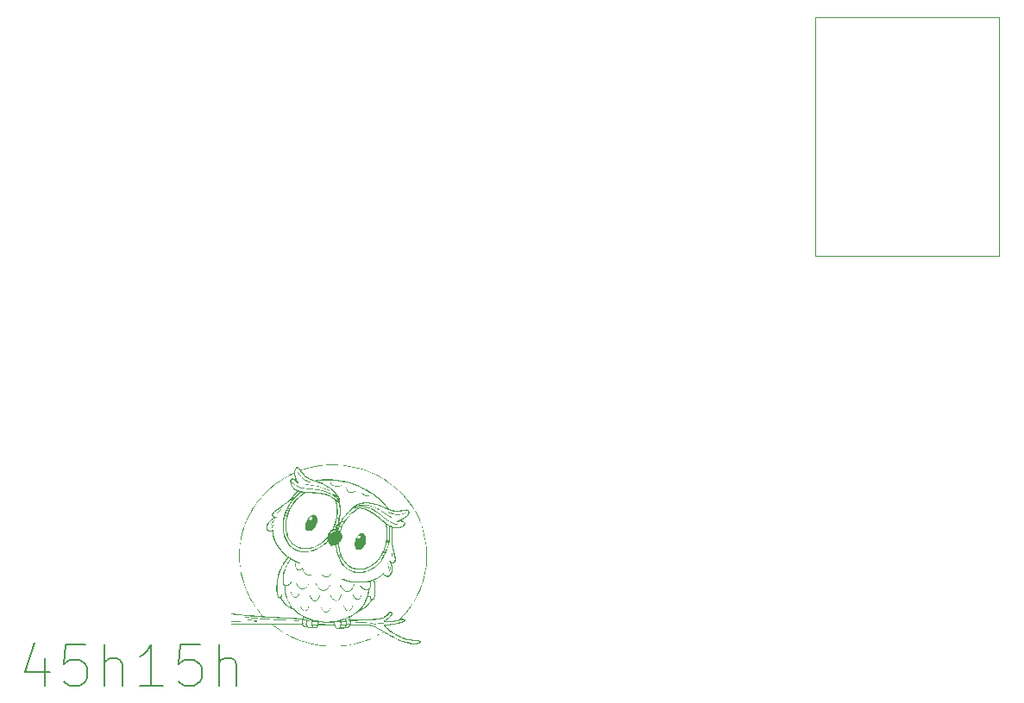
<source format=gbr>
%TF.GenerationSoftware,KiCad,Pcbnew,7.0.2-0*%
%TF.CreationDate,2023-05-15T17:52:50-04:00*%
%TF.ProjectId,mini,6d696e69-2e6b-4696-9361-645f70636258,v1.0.0*%
%TF.SameCoordinates,Original*%
%TF.FileFunction,Legend,Top*%
%TF.FilePolarity,Positive*%
%FSLAX46Y46*%
G04 Gerber Fmt 4.6, Leading zero omitted, Abs format (unit mm)*
G04 Created by KiCad (PCBNEW 7.0.2-0) date 2023-05-15 17:52:50*
%MOMM*%
%LPD*%
G01*
G04 APERTURE LIST*
%ADD10C,0.150000*%
%ADD11C,0.120000*%
G04 APERTURE END LIST*
D10*
X108251143Y-111519486D02*
X108251143Y-114186153D01*
X107298762Y-109995677D02*
X106346381Y-112852819D01*
X106346381Y-112852819D02*
X108822572Y-112852819D01*
X112251143Y-110186153D02*
X110346381Y-110186153D01*
X110346381Y-110186153D02*
X110155905Y-112090915D01*
X110155905Y-112090915D02*
X110346381Y-111900438D01*
X110346381Y-111900438D02*
X110727334Y-111709962D01*
X110727334Y-111709962D02*
X111679715Y-111709962D01*
X111679715Y-111709962D02*
X112060667Y-111900438D01*
X112060667Y-111900438D02*
X112251143Y-112090915D01*
X112251143Y-112090915D02*
X112441620Y-112471867D01*
X112441620Y-112471867D02*
X112441620Y-113424248D01*
X112441620Y-113424248D02*
X112251143Y-113805200D01*
X112251143Y-113805200D02*
X112060667Y-113995677D01*
X112060667Y-113995677D02*
X111679715Y-114186153D01*
X111679715Y-114186153D02*
X110727334Y-114186153D01*
X110727334Y-114186153D02*
X110346381Y-113995677D01*
X110346381Y-113995677D02*
X110155905Y-113805200D01*
X114155905Y-114186153D02*
X114155905Y-110186153D01*
X115870191Y-114186153D02*
X115870191Y-112090915D01*
X115870191Y-112090915D02*
X115679715Y-111709962D01*
X115679715Y-111709962D02*
X115298763Y-111519486D01*
X115298763Y-111519486D02*
X114727334Y-111519486D01*
X114727334Y-111519486D02*
X114346382Y-111709962D01*
X114346382Y-111709962D02*
X114155905Y-111900438D01*
X119870192Y-114186153D02*
X117584477Y-114186153D01*
X118727334Y-114186153D02*
X118727334Y-110186153D01*
X118727334Y-110186153D02*
X118346382Y-110757581D01*
X118346382Y-110757581D02*
X117965430Y-111138534D01*
X117965430Y-111138534D02*
X117584477Y-111329010D01*
X123489239Y-110186153D02*
X121584477Y-110186153D01*
X121584477Y-110186153D02*
X121394001Y-112090915D01*
X121394001Y-112090915D02*
X121584477Y-111900438D01*
X121584477Y-111900438D02*
X121965430Y-111709962D01*
X121965430Y-111709962D02*
X122917811Y-111709962D01*
X122917811Y-111709962D02*
X123298763Y-111900438D01*
X123298763Y-111900438D02*
X123489239Y-112090915D01*
X123489239Y-112090915D02*
X123679716Y-112471867D01*
X123679716Y-112471867D02*
X123679716Y-113424248D01*
X123679716Y-113424248D02*
X123489239Y-113805200D01*
X123489239Y-113805200D02*
X123298763Y-113995677D01*
X123298763Y-113995677D02*
X122917811Y-114186153D01*
X122917811Y-114186153D02*
X121965430Y-114186153D01*
X121965430Y-114186153D02*
X121584477Y-113995677D01*
X121584477Y-113995677D02*
X121394001Y-113805200D01*
X125394001Y-114186153D02*
X125394001Y-110186153D01*
X127108287Y-114186153D02*
X127108287Y-112090915D01*
X127108287Y-112090915D02*
X126917811Y-111709962D01*
X126917811Y-111709962D02*
X126536859Y-111519486D01*
X126536859Y-111519486D02*
X125965430Y-111519486D01*
X125965430Y-111519486D02*
X125584478Y-111709962D01*
X125584478Y-111709962D02*
X125394001Y-111900438D01*
%TO.C,RP2040Zero1*%
D11*
X183906600Y-48483800D02*
X183906600Y-71983800D01*
X183906600Y-71983800D02*
X201906600Y-71983800D01*
X201906600Y-48483800D02*
X183906600Y-48483800D01*
X201906600Y-71983800D02*
X201906600Y-48483800D01*
%TO.C,G\u002A\u002A\u002A*%
G36*
X132987921Y-107770501D02*
G01*
X133012303Y-107770759D01*
X133255049Y-107773438D01*
X133255049Y-107798438D01*
X133255049Y-107823438D01*
X133018920Y-107826115D01*
X132942492Y-107826816D01*
X132883673Y-107826888D01*
X132840077Y-107826212D01*
X132809320Y-107824671D01*
X132789017Y-107822144D01*
X132776784Y-107818514D01*
X132770302Y-107813743D01*
X132762500Y-107794004D01*
X132763684Y-107783387D01*
X132767748Y-107778563D01*
X132777289Y-107774930D01*
X132794616Y-107772368D01*
X132822035Y-107770762D01*
X132861854Y-107769993D01*
X132916380Y-107769945D01*
X132987921Y-107770501D01*
G37*
G36*
X130742245Y-98306660D02*
G01*
X130749105Y-98316674D01*
X130752247Y-98332458D01*
X130744734Y-98353549D01*
X130728919Y-98379174D01*
X130689344Y-98443189D01*
X130656538Y-98509715D01*
X130627144Y-98585929D01*
X130614728Y-98623438D01*
X130599337Y-98669717D01*
X130587318Y-98699930D01*
X130576975Y-98717360D01*
X130566615Y-98725287D01*
X130561423Y-98726639D01*
X130540558Y-98722260D01*
X130533406Y-98712762D01*
X130532241Y-98689613D01*
X130539305Y-98652666D01*
X130553147Y-98605626D01*
X130572320Y-98552200D01*
X130595372Y-98496091D01*
X130620855Y-98441004D01*
X130647318Y-98390646D01*
X130673314Y-98348720D01*
X130678869Y-98340938D01*
X130704921Y-98310982D01*
X130725711Y-98299671D01*
X130742245Y-98306660D01*
G37*
G36*
X130839064Y-97935614D02*
G01*
X130838517Y-97956551D01*
X130824384Y-97980136D01*
X130804380Y-97997638D01*
X130768829Y-98026436D01*
X130726068Y-98068294D01*
X130679538Y-98119343D01*
X130632676Y-98175713D01*
X130588922Y-98233534D01*
X130568176Y-98263433D01*
X130535281Y-98310218D01*
X130509815Y-98340523D01*
X130490197Y-98355727D01*
X130474846Y-98357205D01*
X130466715Y-98351771D01*
X130460338Y-98337159D01*
X130464484Y-98314641D01*
X130479998Y-98282117D01*
X130507722Y-98237490D01*
X130519873Y-98219487D01*
X130562165Y-98161260D01*
X130607515Y-98104923D01*
X130653809Y-98052541D01*
X130698931Y-98006177D01*
X130740766Y-97967898D01*
X130777197Y-97939766D01*
X130806110Y-97923847D01*
X130824779Y-97921950D01*
X130839064Y-97935614D01*
G37*
G36*
X142360483Y-101197672D02*
G01*
X142374741Y-101221160D01*
X142386581Y-101256990D01*
X142397729Y-101304264D01*
X142407761Y-101359137D01*
X142416253Y-101417763D01*
X142422778Y-101476295D01*
X142426914Y-101530887D01*
X142428235Y-101577693D01*
X142426316Y-101612867D01*
X142420733Y-101632563D01*
X142420238Y-101633209D01*
X142404863Y-101646793D01*
X142389986Y-101644292D01*
X142384513Y-101640784D01*
X142379726Y-101628566D01*
X142374137Y-101600383D01*
X142368388Y-101560216D01*
X142363123Y-101512050D01*
X142362330Y-101503438D01*
X142355975Y-101445230D01*
X142347531Y-101385534D01*
X142338148Y-101331745D01*
X142329850Y-101294494D01*
X142318560Y-101247327D01*
X142314472Y-101216048D01*
X142317867Y-101197782D01*
X142329027Y-101189651D01*
X142340245Y-101188438D01*
X142360483Y-101197672D01*
G37*
G36*
X131438364Y-96896650D02*
G01*
X131446618Y-96915907D01*
X131443975Y-96930938D01*
X131433756Y-96942174D01*
X131411249Y-96961264D01*
X131380646Y-96984732D01*
X131368656Y-96993438D01*
X131334560Y-97020261D01*
X131292211Y-97057182D01*
X131246807Y-97099494D01*
X131203546Y-97142493D01*
X131200222Y-97145938D01*
X131156807Y-97190193D01*
X131124364Y-97220802D01*
X131100804Y-97239262D01*
X131084039Y-97247075D01*
X131071978Y-97245739D01*
X131066715Y-97241771D01*
X131060412Y-97228730D01*
X131064434Y-97210447D01*
X131079976Y-97184976D01*
X131108231Y-97150373D01*
X131150394Y-97104692D01*
X131151728Y-97103296D01*
X131196913Y-97058089D01*
X131244555Y-97013972D01*
X131291845Y-96973198D01*
X131335974Y-96938019D01*
X131374133Y-96910688D01*
X131403515Y-96893459D01*
X131419594Y-96888438D01*
X131438364Y-96896650D01*
G37*
G36*
X141965768Y-102203691D02*
G01*
X141984844Y-102223425D01*
X142001102Y-102259137D01*
X142009706Y-102291052D01*
X142020465Y-102353347D01*
X142028919Y-102426171D01*
X142034527Y-102502106D01*
X142036746Y-102573729D01*
X142035037Y-102633622D01*
X142034858Y-102635938D01*
X142031277Y-102676379D01*
X142027512Y-102700856D01*
X142022075Y-102713359D01*
X142013481Y-102717881D01*
X142004151Y-102718438D01*
X141985122Y-102717538D01*
X141978523Y-102715938D01*
X141977824Y-102705604D01*
X141976929Y-102678869D01*
X141975937Y-102639329D01*
X141974943Y-102590582D01*
X141974551Y-102568438D01*
X141971813Y-102492245D01*
X141966534Y-102423381D01*
X141959165Y-102367061D01*
X141955563Y-102348438D01*
X141943662Y-102293858D01*
X141935957Y-102255626D01*
X141932226Y-102230585D01*
X141932249Y-102215574D01*
X141935805Y-102207436D01*
X141942675Y-102203013D01*
X141945326Y-102201947D01*
X141965768Y-102203691D01*
G37*
G36*
X142182064Y-102554153D02*
G01*
X142189361Y-102558918D01*
X142193009Y-102571659D01*
X142194079Y-102596306D01*
X142193642Y-102636784D01*
X142193591Y-102639816D01*
X142190203Y-102687402D01*
X142182216Y-102745456D01*
X142170844Y-102807991D01*
X142157304Y-102869019D01*
X142142814Y-102922550D01*
X142128589Y-102962598D01*
X142127529Y-102964973D01*
X142112291Y-102982750D01*
X142093020Y-102987948D01*
X142077000Y-102979449D01*
X142073601Y-102973271D01*
X142071234Y-102966154D01*
X142070411Y-102957910D01*
X142071751Y-102945281D01*
X142075874Y-102925007D01*
X142083398Y-102893828D01*
X142094944Y-102848486D01*
X142103980Y-102813438D01*
X142116424Y-102759782D01*
X142127525Y-102702248D01*
X142135500Y-102650445D01*
X142137418Y-102633438D01*
X142141555Y-102593773D01*
X142145730Y-102569993D01*
X142151593Y-102558047D01*
X142160797Y-102553887D01*
X142170049Y-102553438D01*
X142182064Y-102554153D01*
G37*
G36*
X139379403Y-95205952D02*
G01*
X139407225Y-95227272D01*
X139446949Y-95264282D01*
X139473209Y-95290636D01*
X139563410Y-95374939D01*
X139651617Y-95441596D01*
X139737173Y-95490357D01*
X139819424Y-95520967D01*
X139897713Y-95533176D01*
X139971387Y-95526729D01*
X140031341Y-95505690D01*
X140073270Y-95487086D01*
X140101511Y-95479649D01*
X140118739Y-95483045D01*
X140126575Y-95493810D01*
X140125541Y-95515685D01*
X140107720Y-95536715D01*
X140076325Y-95555911D01*
X140034570Y-95572284D01*
X139985668Y-95584843D01*
X139932830Y-95592600D01*
X139879271Y-95594566D01*
X139828203Y-95589750D01*
X139820049Y-95588196D01*
X139759424Y-95569174D01*
X139690816Y-95536729D01*
X139618153Y-95493508D01*
X139545360Y-95442154D01*
X139476364Y-95385314D01*
X139415094Y-95325633D01*
X139392430Y-95300145D01*
X139361119Y-95259558D01*
X139345564Y-95230060D01*
X139345507Y-95210761D01*
X139360687Y-95200770D01*
X139363324Y-95200192D01*
X139379403Y-95205952D01*
G37*
G36*
X141349193Y-108028519D02*
G01*
X141421729Y-108028829D01*
X141478283Y-108029465D01*
X141520863Y-108030523D01*
X141551477Y-108032102D01*
X141572134Y-108034299D01*
X141584842Y-108037211D01*
X141591610Y-108040936D01*
X141594151Y-108044705D01*
X141597711Y-108056291D01*
X141597347Y-108065631D01*
X141591222Y-108072967D01*
X141577493Y-108078540D01*
X141554323Y-108082590D01*
X141519870Y-108085359D01*
X141472294Y-108087087D01*
X141409757Y-108088015D01*
X141330416Y-108088383D01*
X141260049Y-108088438D01*
X141170040Y-108088318D01*
X141098014Y-108087898D01*
X141041952Y-108087088D01*
X140999839Y-108085796D01*
X140969657Y-108083931D01*
X140949389Y-108081403D01*
X140937018Y-108078120D01*
X140930528Y-108073992D01*
X140930154Y-108073565D01*
X140922435Y-108053936D01*
X140923616Y-108043565D01*
X140927406Y-108039380D01*
X140936529Y-108036029D01*
X140952950Y-108033422D01*
X140978628Y-108031472D01*
X141015528Y-108030089D01*
X141065611Y-108029184D01*
X141130841Y-108028670D01*
X141213178Y-108028458D01*
X141258665Y-108028438D01*
X141349193Y-108028519D01*
G37*
G36*
X142039033Y-97135352D02*
G01*
X142066881Y-97147042D01*
X142086388Y-97155921D01*
X142277557Y-97234516D01*
X142466231Y-97293448D01*
X142653244Y-97332776D01*
X142839433Y-97352560D01*
X143025632Y-97352858D01*
X143212676Y-97333728D01*
X143401400Y-97295230D01*
X143532571Y-97257552D01*
X143585732Y-97241717D01*
X143622732Y-97233943D01*
X143645736Y-97234288D01*
X143656910Y-97242808D01*
X143658419Y-97259560D01*
X143658250Y-97260823D01*
X143653762Y-97272365D01*
X143641648Y-97282835D01*
X143618505Y-97294119D01*
X143580930Y-97308101D01*
X143560049Y-97315225D01*
X143407728Y-97358705D01*
X143246519Y-97390557D01*
X143081581Y-97410263D01*
X142918072Y-97417305D01*
X142761150Y-97411163D01*
X142686884Y-97403002D01*
X142553776Y-97379227D01*
X142412747Y-97343813D01*
X142270508Y-97298753D01*
X142133775Y-97246041D01*
X142083198Y-97223752D01*
X142038714Y-97202264D01*
X142010900Y-97185384D01*
X141997621Y-97170903D01*
X141996745Y-97156614D01*
X142004575Y-97142394D01*
X142012430Y-97133781D01*
X142022399Y-97131182D01*
X142039033Y-97135352D01*
G37*
G36*
X137910633Y-94734790D02*
G01*
X137914283Y-94740938D01*
X137951474Y-94856168D01*
X137991466Y-94952792D01*
X138035076Y-95032105D01*
X138083120Y-95095401D01*
X138136413Y-95143975D01*
X138188148Y-95175495D01*
X138255591Y-95197577D01*
X138331729Y-95202226D01*
X138415737Y-95189602D01*
X138506789Y-95159860D01*
X138604061Y-95113160D01*
X138647969Y-95087676D01*
X138695264Y-95060557D01*
X138729009Y-95045670D01*
X138751180Y-95042642D01*
X138763753Y-95051101D01*
X138768105Y-95064982D01*
X138766142Y-95077995D01*
X138754553Y-95092386D01*
X138730480Y-95110886D01*
X138698007Y-95131918D01*
X138594789Y-95189628D01*
X138495934Y-95231710D01*
X138402807Y-95257821D01*
X138316772Y-95267618D01*
X138239194Y-95260758D01*
X138212909Y-95253930D01*
X138135484Y-95219286D01*
X138064997Y-95166003D01*
X138001642Y-95094271D01*
X137945615Y-95004280D01*
X137935167Y-94983825D01*
X137909984Y-94928607D01*
X137888829Y-94874013D01*
X137872881Y-94823933D01*
X137863319Y-94782254D01*
X137861320Y-94752868D01*
X137862920Y-94745378D01*
X137875703Y-94732568D01*
X137894728Y-94728769D01*
X137910633Y-94734790D01*
G37*
G36*
X136380591Y-103205186D02*
G01*
X136387800Y-103222909D01*
X136388034Y-103224441D01*
X136384609Y-103238485D01*
X136370145Y-103259522D01*
X136343166Y-103289350D01*
X136302192Y-103329764D01*
X136298265Y-103333508D01*
X136209656Y-103411916D01*
X136126964Y-103472383D01*
X136048744Y-103515565D01*
X135973550Y-103542117D01*
X135899937Y-103552694D01*
X135826460Y-103547951D01*
X135825579Y-103547805D01*
X135768116Y-103531637D01*
X135702271Y-103501925D01*
X135632075Y-103460802D01*
X135561562Y-103410405D01*
X135552549Y-103403257D01*
X135512795Y-103370123D01*
X135487341Y-103345563D01*
X135473866Y-103327024D01*
X135470049Y-103312420D01*
X135473226Y-103292323D01*
X135483803Y-103284471D01*
X135503345Y-103289345D01*
X135533417Y-103307422D01*
X135575584Y-103339185D01*
X135586843Y-103348221D01*
X135670863Y-103410022D01*
X135748602Y-103453858D01*
X135821544Y-103480196D01*
X135891176Y-103489499D01*
X135958985Y-103482235D01*
X135988408Y-103473982D01*
X136036985Y-103452187D01*
X136094669Y-103416847D01*
X136158298Y-103370214D01*
X136224713Y-103314538D01*
X136266373Y-103276013D01*
X136310245Y-103235984D01*
X136343069Y-103211191D01*
X136366099Y-103201102D01*
X136380591Y-103205186D01*
G37*
G36*
X133122619Y-93163312D02*
G01*
X133139458Y-93179231D01*
X133160330Y-93210681D01*
X133179640Y-93245121D01*
X133252229Y-93365927D01*
X133339341Y-93487714D01*
X133437108Y-93605998D01*
X133541663Y-93716291D01*
X133649139Y-93814109D01*
X133715049Y-93866156D01*
X133820224Y-93936946D01*
X133940904Y-94005612D01*
X134072591Y-94069864D01*
X134210790Y-94127408D01*
X134270049Y-94149150D01*
X134316300Y-94165846D01*
X134346865Y-94178373D01*
X134365098Y-94188689D01*
X134374352Y-94198749D01*
X134377979Y-94210511D01*
X134378213Y-94212272D01*
X134377811Y-94231053D01*
X134366389Y-94237538D01*
X134353213Y-94237938D01*
X134331544Y-94234328D01*
X134297120Y-94225077D01*
X134255805Y-94211845D01*
X134235049Y-94204494D01*
X134054569Y-94131792D01*
X133891078Y-94051510D01*
X133742496Y-93962097D01*
X133606742Y-93862006D01*
X133481736Y-93749689D01*
X133365398Y-93623597D01*
X133255649Y-93482180D01*
X133245330Y-93467666D01*
X133210995Y-93417146D01*
X133175682Y-93362048D01*
X133143986Y-93309706D01*
X133124089Y-93274301D01*
X133102953Y-93233752D01*
X133090519Y-93206841D01*
X133085648Y-93189791D01*
X133087202Y-93178829D01*
X133092995Y-93171205D01*
X133107802Y-93161209D01*
X133122619Y-93163312D01*
G37*
G36*
X136353692Y-94264373D02*
G01*
X136372602Y-94284464D01*
X136383062Y-94300938D01*
X136415730Y-94345738D01*
X136460949Y-94393188D01*
X136512907Y-94438014D01*
X136565792Y-94474940D01*
X136589216Y-94488017D01*
X136644178Y-94513643D01*
X136696688Y-94532877D01*
X136751061Y-94546529D01*
X136811619Y-94555405D01*
X136882677Y-94560315D01*
X136968556Y-94562066D01*
X136985049Y-94562108D01*
X137051009Y-94561941D01*
X137101235Y-94561076D01*
X137139991Y-94559086D01*
X137171540Y-94555544D01*
X137200146Y-94550024D01*
X137230074Y-94542099D01*
X137252700Y-94535320D01*
X137300819Y-94520927D01*
X137333400Y-94512543D01*
X137353886Y-94509883D01*
X137365722Y-94512660D01*
X137372351Y-94520588D01*
X137374346Y-94525213D01*
X137375327Y-94541959D01*
X137363220Y-94557259D01*
X137336065Y-94572423D01*
X137291903Y-94588763D01*
X137268453Y-94596100D01*
X137233855Y-94605827D01*
X137201391Y-94612888D01*
X137166468Y-94617798D01*
X137124494Y-94621071D01*
X137070877Y-94623223D01*
X137015049Y-94624511D01*
X136926563Y-94625060D01*
X136855152Y-94622908D01*
X136798058Y-94617928D01*
X136768393Y-94613319D01*
X136654682Y-94583832D01*
X136552793Y-94540756D01*
X136464100Y-94484932D01*
X136389979Y-94417200D01*
X136339446Y-94350878D01*
X136317672Y-94310420D01*
X136310192Y-94280875D01*
X136317065Y-94263264D01*
X136334098Y-94258438D01*
X136353692Y-94264373D01*
G37*
G36*
X133414915Y-106402226D02*
G01*
X133428503Y-106414538D01*
X133445325Y-106438520D01*
X133467705Y-106477080D01*
X133473807Y-106488179D01*
X133508870Y-106547804D01*
X133548866Y-106608342D01*
X133590885Y-106665967D01*
X133632017Y-106716859D01*
X133669350Y-106757193D01*
X133696635Y-106780835D01*
X133751283Y-106808517D01*
X133809884Y-106816991D01*
X133869763Y-106805909D01*
X133874982Y-106803994D01*
X133921023Y-106776959D01*
X133968226Y-106731073D01*
X134015798Y-106667393D01*
X134062942Y-106586972D01*
X134105548Y-106498438D01*
X134123459Y-106460000D01*
X134137436Y-106436645D01*
X134150292Y-106424631D01*
X134164328Y-106420273D01*
X134182975Y-106420847D01*
X134189507Y-106432819D01*
X134190049Y-106444776D01*
X134185021Y-106468257D01*
X134171318Y-106504555D01*
X134151011Y-106549620D01*
X134126170Y-106599399D01*
X134098868Y-106649844D01*
X134071173Y-106696902D01*
X134045159Y-106736523D01*
X134031806Y-106754312D01*
X133981571Y-106808816D01*
X133931369Y-106845850D01*
X133877379Y-106867572D01*
X133816022Y-106876127D01*
X133768899Y-106876072D01*
X133733065Y-106870504D01*
X133701858Y-106858924D01*
X133656709Y-106830089D01*
X133606772Y-106784231D01*
X133553631Y-106723287D01*
X133498867Y-106649191D01*
X133444063Y-106563881D01*
X133405016Y-106495774D01*
X133383690Y-106452440D01*
X133375154Y-106422884D01*
X133379361Y-106405546D01*
X133396269Y-106398867D01*
X133402235Y-106398677D01*
X133414915Y-106402226D01*
G37*
G36*
X137368488Y-105276990D02*
G01*
X137376226Y-105289158D01*
X137375090Y-105312208D01*
X137364957Y-105348406D01*
X137345707Y-105400020D01*
X137345130Y-105401471D01*
X137296869Y-105512777D01*
X137246652Y-105609538D01*
X137195344Y-105690388D01*
X137143808Y-105753957D01*
X137095516Y-105797028D01*
X137017178Y-105844500D01*
X136940155Y-105873906D01*
X136865822Y-105884933D01*
X136795551Y-105877267D01*
X136773047Y-105870425D01*
X136705163Y-105837615D01*
X136633738Y-105787015D01*
X136560488Y-105720131D01*
X136487131Y-105638471D01*
X136440750Y-105578920D01*
X136394614Y-105513045D01*
X136360830Y-105457375D01*
X136339718Y-105412746D01*
X136331595Y-105379992D01*
X136336782Y-105359948D01*
X136354620Y-105353438D01*
X136371226Y-105361455D01*
X136391515Y-105386401D01*
X136407864Y-105413438D01*
X136450992Y-105482962D01*
X136501947Y-105553149D01*
X136557762Y-105620763D01*
X136615470Y-105682567D01*
X136672105Y-105735323D01*
X136724699Y-105775797D01*
X136757822Y-105795232D01*
X136819633Y-105817552D01*
X136879618Y-105821826D01*
X136941650Y-105807981D01*
X136981065Y-105791145D01*
X137037122Y-105758308D01*
X137087685Y-105716800D01*
X137134369Y-105664479D01*
X137178790Y-105599206D01*
X137222566Y-105518839D01*
X137267312Y-105421237D01*
X137276207Y-105400209D01*
X137298109Y-105348772D01*
X137314490Y-105313207D01*
X137327020Y-105290725D01*
X137337365Y-105278534D01*
X137347196Y-105273844D01*
X137351998Y-105273438D01*
X137368488Y-105276990D01*
G37*
G36*
X138524921Y-106262005D02*
G01*
X138535527Y-106271441D01*
X138538701Y-106290131D01*
X138534064Y-106319988D01*
X138521235Y-106362923D01*
X138499833Y-106420852D01*
X138486852Y-106453438D01*
X138443905Y-106552982D01*
X138402099Y-106635761D01*
X138359654Y-106704791D01*
X138314785Y-106763092D01*
X138285147Y-106794995D01*
X138225948Y-106844791D01*
X138166241Y-106875176D01*
X138104367Y-106886709D01*
X138038670Y-106879946D01*
X138035049Y-106879087D01*
X137970365Y-106853741D01*
X137903794Y-106808912D01*
X137835812Y-106744977D01*
X137776244Y-106674561D01*
X137723256Y-106602847D01*
X137680153Y-106537893D01*
X137647486Y-106480978D01*
X137625806Y-106433380D01*
X137615662Y-106396378D01*
X137617608Y-106371253D01*
X137632193Y-106359283D01*
X137640102Y-106358438D01*
X137653173Y-106364876D01*
X137669513Y-106385498D01*
X137690549Y-106422267D01*
X137700099Y-106440938D01*
X137734759Y-106503183D01*
X137776629Y-106567278D01*
X137822912Y-106629820D01*
X137870810Y-106687401D01*
X137917526Y-106736618D01*
X137960263Y-106774066D01*
X137989390Y-106793097D01*
X138048172Y-106814687D01*
X138107527Y-106820562D01*
X138142548Y-106815698D01*
X138185977Y-106795764D01*
X138231804Y-106758123D01*
X138278685Y-106704718D01*
X138325276Y-106637488D01*
X138370234Y-106558374D01*
X138412217Y-106469317D01*
X138449879Y-106372258D01*
X138450249Y-106371197D01*
X138469277Y-106319875D01*
X138485134Y-106285734D01*
X138499360Y-106266519D01*
X138513500Y-106259975D01*
X138524921Y-106262005D01*
G37*
G36*
X132443136Y-104997993D02*
G01*
X132445949Y-105000570D01*
X132455865Y-105015953D01*
X132469994Y-105043916D01*
X132485278Y-105078408D01*
X132485290Y-105078438D01*
X132522213Y-105157825D01*
X132565745Y-105235672D01*
X132613599Y-105308895D01*
X132663489Y-105374407D01*
X132713131Y-105429125D01*
X132760237Y-105469963D01*
X132788518Y-105487657D01*
X132843448Y-105505280D01*
X132900043Y-105503708D01*
X132957317Y-105483570D01*
X133014285Y-105445493D01*
X133069960Y-105390105D01*
X133123356Y-105318036D01*
X133163968Y-105248418D01*
X133186505Y-105206888D01*
X133203047Y-105180291D01*
X133216150Y-105165480D01*
X133228369Y-105159308D01*
X133237038Y-105158438D01*
X133254070Y-105160416D01*
X133259475Y-105170331D01*
X133257243Y-105191850D01*
X133246682Y-105226042D01*
X133225797Y-105270530D01*
X133197418Y-105320542D01*
X133164377Y-105371309D01*
X133129502Y-105418061D01*
X133108312Y-105442818D01*
X133058769Y-105489490D01*
X133004105Y-105528432D01*
X132949453Y-105556497D01*
X132900049Y-105570525D01*
X132867269Y-105571589D01*
X132829457Y-105568430D01*
X132820346Y-105566955D01*
X132773401Y-105550898D01*
X132721995Y-105520902D01*
X132671376Y-105480513D01*
X132632372Y-105440043D01*
X132596258Y-105393760D01*
X132558498Y-105339374D01*
X132520939Y-105280209D01*
X132485426Y-105219589D01*
X132453804Y-105160836D01*
X132427921Y-105107274D01*
X132409620Y-105062227D01*
X132400749Y-105029018D01*
X132400203Y-105022007D01*
X132407407Y-105001819D01*
X132424268Y-104992618D01*
X132443136Y-104997993D01*
G37*
G36*
X136314336Y-106470476D02*
G01*
X136330376Y-106477628D01*
X136336573Y-106494300D01*
X136332660Y-106522272D01*
X136318371Y-106563320D01*
X136293440Y-106619224D01*
X136291409Y-106623490D01*
X136234027Y-106732051D01*
X136173406Y-106824916D01*
X136110311Y-106901451D01*
X136045510Y-106961020D01*
X135979770Y-107002988D01*
X135913858Y-107026721D01*
X135848539Y-107031582D01*
X135807281Y-107024463D01*
X135754549Y-107003009D01*
X135698022Y-106968107D01*
X135643560Y-106923826D01*
X135605212Y-106884145D01*
X135571860Y-106841739D01*
X135537135Y-106791754D01*
X135502707Y-106737283D01*
X135470243Y-106681422D01*
X135441412Y-106627267D01*
X135417883Y-106577913D01*
X135401325Y-106536453D01*
X135393406Y-106505985D01*
X135394039Y-106492462D01*
X135407135Y-106481474D01*
X135422768Y-106478438D01*
X135435585Y-106481160D01*
X135446976Y-106491703D01*
X135459474Y-106513630D01*
X135475610Y-106550505D01*
X135477843Y-106555938D01*
X135497589Y-106598766D01*
X135524487Y-106649961D01*
X135554213Y-106701510D01*
X135570333Y-106727314D01*
X135630369Y-106811310D01*
X135690324Y-106878022D01*
X135749454Y-106926843D01*
X135807013Y-106957165D01*
X135862258Y-106968383D01*
X135866242Y-106968438D01*
X135921524Y-106958747D01*
X135978778Y-106930443D01*
X136036923Y-106884681D01*
X136094881Y-106822611D01*
X136151570Y-106745388D01*
X136205911Y-106654166D01*
X136255697Y-106552631D01*
X136274629Y-106511808D01*
X136288669Y-106486548D01*
X136300050Y-106473725D01*
X136311001Y-106470211D01*
X136314336Y-106470476D01*
G37*
G36*
X132921752Y-104021254D02*
G01*
X132933615Y-104031459D01*
X132946802Y-104054612D01*
X132956215Y-104075117D01*
X132995783Y-104152285D01*
X133047679Y-104235001D01*
X133108594Y-104319197D01*
X133175217Y-104400803D01*
X133244239Y-104475750D01*
X133312351Y-104539970D01*
X133372439Y-104586818D01*
X133447520Y-104626901D01*
X133526679Y-104647778D01*
X133608756Y-104649544D01*
X133692589Y-104632294D01*
X133777020Y-104596123D01*
X133852684Y-104547377D01*
X133908460Y-104499327D01*
X133967767Y-104437506D01*
X134026770Y-104366736D01*
X134081636Y-104291841D01*
X134128530Y-104217644D01*
X134155836Y-104166039D01*
X134174127Y-104138421D01*
X134194649Y-104122689D01*
X134213415Y-104119755D01*
X134226440Y-104130529D01*
X134230049Y-104149090D01*
X134224465Y-104168254D01*
X134209111Y-104200103D01*
X134186085Y-104241221D01*
X134157484Y-104288194D01*
X134125405Y-104337608D01*
X134091946Y-104386048D01*
X134059205Y-104430099D01*
X134051219Y-104440224D01*
X133974237Y-104525505D01*
X133891665Y-104596775D01*
X133805789Y-104652490D01*
X133718894Y-104691103D01*
X133655712Y-104707680D01*
X133609296Y-104714836D01*
X133571365Y-104716693D01*
X133531371Y-104713304D01*
X133500049Y-104708444D01*
X133433668Y-104690674D01*
X133367757Y-104659231D01*
X133299582Y-104612525D01*
X133226414Y-104548965D01*
X133161351Y-104482289D01*
X133095578Y-104405760D01*
X133032680Y-104324182D01*
X132976245Y-104242359D01*
X132929858Y-104165097D01*
X132908230Y-104122688D01*
X132889726Y-104078151D01*
X132883102Y-104047655D01*
X132888351Y-104029155D01*
X132905464Y-104020606D01*
X132907880Y-104020212D01*
X132921752Y-104021254D01*
G37*
G36*
X134294994Y-105288235D02*
G01*
X134308751Y-105304041D01*
X134326933Y-105332975D01*
X134350958Y-105377156D01*
X134364686Y-105403822D01*
X134427163Y-105518273D01*
X134489979Y-105615937D01*
X134555286Y-105699941D01*
X134605049Y-105753717D01*
X134650835Y-105796176D01*
X134691213Y-105824281D01*
X134731528Y-105840544D01*
X134777123Y-105847474D01*
X134806209Y-105848218D01*
X134855517Y-105843149D01*
X134901608Y-105827511D01*
X134945803Y-105799965D01*
X134989423Y-105759171D01*
X135033792Y-105703789D01*
X135080230Y-105632481D01*
X135130059Y-105543905D01*
X135156295Y-105493438D01*
X135184046Y-105439631D01*
X135204902Y-105401369D01*
X135220569Y-105376140D01*
X135232747Y-105361429D01*
X135243140Y-105354725D01*
X135251159Y-105353438D01*
X135271551Y-105359754D01*
X135277963Y-105369992D01*
X135274832Y-105384624D01*
X135264028Y-105413213D01*
X135247132Y-105451983D01*
X135225724Y-105497160D01*
X135219362Y-105509992D01*
X135165013Y-105613601D01*
X135114229Y-105699162D01*
X135065611Y-105768005D01*
X135017760Y-105821455D01*
X134969278Y-105860842D01*
X134918765Y-105887491D01*
X134864822Y-105902730D01*
X134806052Y-105907888D01*
X134800049Y-105907901D01*
X134757137Y-105905894D01*
X134716709Y-105900959D01*
X134687512Y-105894165D01*
X134687493Y-105894158D01*
X134639618Y-105869073D01*
X134586909Y-105827289D01*
X134531147Y-105770978D01*
X134474114Y-105702314D01*
X134417592Y-105623472D01*
X134363363Y-105536625D01*
X134313208Y-105443947D01*
X134305201Y-105427739D01*
X134279295Y-105369903D01*
X134265489Y-105327306D01*
X134263691Y-105299335D01*
X134273815Y-105285371D01*
X134284247Y-105283438D01*
X134294994Y-105288235D01*
G37*
G36*
X139376444Y-105174672D02*
G01*
X139382668Y-105186477D01*
X139383641Y-105211326D01*
X139383420Y-105218438D01*
X139377570Y-105261675D01*
X139363626Y-105317556D01*
X139343165Y-105381219D01*
X139317763Y-105447799D01*
X139288996Y-105512434D01*
X139286370Y-105517837D01*
X139247083Y-105586279D01*
X139199835Y-105649685D01*
X139148630Y-105703333D01*
X139097472Y-105742505D01*
X139094019Y-105744570D01*
X139043902Y-105765270D01*
X138987815Y-105774710D01*
X138933915Y-105771979D01*
X138908871Y-105765229D01*
X138865505Y-105745849D01*
X138824850Y-105720026D01*
X138782303Y-105684361D01*
X138733304Y-105635496D01*
X138692368Y-105589124D01*
X138650770Y-105536203D01*
X138610375Y-105479750D01*
X138573047Y-105422782D01*
X138540651Y-105368315D01*
X138515053Y-105319368D01*
X138498117Y-105278957D01*
X138491709Y-105250100D01*
X138491967Y-105245070D01*
X138502146Y-105226888D01*
X138514839Y-105223438D01*
X138527499Y-105228790D01*
X138543201Y-105246352D01*
X138563661Y-105278384D01*
X138583257Y-105313438D01*
X138635156Y-105402215D01*
X138690522Y-105483761D01*
X138747461Y-105555941D01*
X138804081Y-105616619D01*
X138858489Y-105663658D01*
X138908794Y-105694924D01*
X138928328Y-105702866D01*
X138972891Y-105712959D01*
X139013137Y-105710395D01*
X139053222Y-105693846D01*
X139097303Y-105661982D01*
X139120468Y-105641444D01*
X139152612Y-105609333D01*
X139178703Y-105576696D01*
X139202976Y-105537477D01*
X139229662Y-105485620D01*
X139230318Y-105484271D01*
X139254497Y-105430310D01*
X139278360Y-105369939D01*
X139298222Y-105312762D01*
X139305483Y-105288438D01*
X139317107Y-105246421D01*
X139327006Y-105210973D01*
X139333805Y-105187004D01*
X139335805Y-105180236D01*
X139347592Y-105171123D01*
X139362504Y-105170236D01*
X139376444Y-105174672D01*
G37*
G36*
X134914673Y-104101582D02*
G01*
X134926689Y-104112806D01*
X134940657Y-104135467D01*
X134958948Y-104172830D01*
X134963614Y-104182966D01*
X135014471Y-104282214D01*
X135075036Y-104380350D01*
X135143037Y-104474820D01*
X135216200Y-104563071D01*
X135292253Y-104642551D01*
X135368923Y-104710704D01*
X135443936Y-104764979D01*
X135515021Y-104802821D01*
X135515609Y-104803068D01*
X135590438Y-104824015D01*
X135667338Y-104825398D01*
X135745599Y-104807457D01*
X135824512Y-104770436D01*
X135903368Y-104714573D01*
X135975383Y-104646611D01*
X136041215Y-104568740D01*
X136105540Y-104477472D01*
X136163993Y-104379206D01*
X136183970Y-104340938D01*
X136203460Y-104303942D01*
X136218180Y-104281871D01*
X136231098Y-104271208D01*
X136245174Y-104268438D01*
X136262776Y-104273049D01*
X136269403Y-104287834D01*
X136264792Y-104314224D01*
X136248679Y-104353646D01*
X136220801Y-104407529D01*
X136218936Y-104410914D01*
X136145249Y-104532336D01*
X136067542Y-104637514D01*
X135986681Y-104725498D01*
X135903535Y-104795339D01*
X135823608Y-104843824D01*
X135781332Y-104863626D01*
X135747661Y-104875607D01*
X135713899Y-104881979D01*
X135671348Y-104884954D01*
X135660188Y-104885363D01*
X135611001Y-104885134D01*
X135564874Y-104881648D01*
X135530106Y-104875544D01*
X135529342Y-104875331D01*
X135463070Y-104848882D01*
X135390850Y-104806076D01*
X135314929Y-104748801D01*
X135237554Y-104678945D01*
X135160972Y-104598394D01*
X135087431Y-104509036D01*
X135077261Y-104495604D01*
X135038501Y-104441140D01*
X135000532Y-104382856D01*
X134964866Y-104323605D01*
X134933013Y-104266245D01*
X134906483Y-104213631D01*
X134886788Y-104168620D01*
X134875439Y-104134067D01*
X134873946Y-104112828D01*
X134874265Y-104111875D01*
X134887187Y-104101302D01*
X134902235Y-104098530D01*
X134914673Y-104101582D01*
G37*
G36*
X139439587Y-107983586D02*
G01*
X139558501Y-107984106D01*
X139662167Y-107985111D01*
X139752964Y-107986717D01*
X139833265Y-107989035D01*
X139905448Y-107992180D01*
X139971888Y-107996266D01*
X140034960Y-108001406D01*
X140097042Y-108007714D01*
X140160508Y-108015304D01*
X140227736Y-108024289D01*
X140264191Y-108029440D01*
X140430766Y-108056264D01*
X140581081Y-108086622D01*
X140713661Y-108120200D01*
X140761891Y-108134619D01*
X140819059Y-108153381D01*
X140859034Y-108168741D01*
X140884063Y-108181998D01*
X140896391Y-108194453D01*
X140898266Y-108207405D01*
X140896730Y-108212662D01*
X140885150Y-108224011D01*
X140861285Y-108226601D01*
X140823400Y-108220296D01*
X140769756Y-108204957D01*
X140760049Y-108201805D01*
X140623864Y-108162344D01*
X140468836Y-108127261D01*
X140295663Y-108096687D01*
X140105048Y-108070758D01*
X140025049Y-108061818D01*
X139982907Y-108057824D01*
X139936952Y-108054420D01*
X139885218Y-108051553D01*
X139825741Y-108049170D01*
X139756556Y-108047219D01*
X139675700Y-108045645D01*
X139581208Y-108044397D01*
X139471115Y-108043421D01*
X139343457Y-108042664D01*
X139310071Y-108042509D01*
X139189420Y-108041925D01*
X139087238Y-108041293D01*
X139001992Y-108040565D01*
X138932152Y-108039693D01*
X138876185Y-108038627D01*
X138832561Y-108037318D01*
X138799748Y-108035718D01*
X138776214Y-108033778D01*
X138760428Y-108031449D01*
X138750859Y-108028683D01*
X138745974Y-108025430D01*
X138745296Y-108024521D01*
X138740426Y-108015894D01*
X138738525Y-108008567D01*
X138741030Y-108002434D01*
X138749380Y-107997388D01*
X138765016Y-107993324D01*
X138789376Y-107990136D01*
X138823899Y-107987718D01*
X138870024Y-107985964D01*
X138929190Y-107984767D01*
X139002836Y-107984022D01*
X139092401Y-107983623D01*
X139199324Y-107983464D01*
X139303051Y-107983438D01*
X139439587Y-107983586D01*
G37*
G36*
X137258313Y-104241508D02*
G01*
X137279878Y-104266172D01*
X137308961Y-104308106D01*
X137321930Y-104328438D01*
X137419355Y-104472366D01*
X137524690Y-104604642D01*
X137643826Y-104732658D01*
X137644923Y-104733758D01*
X137704711Y-104792031D01*
X137754894Y-104836558D01*
X137798545Y-104869064D01*
X137838736Y-104891273D01*
X137878541Y-104904907D01*
X137921032Y-104911691D01*
X137965049Y-104913365D01*
X138008300Y-104912409D01*
X138039936Y-104908298D01*
X138068306Y-104899026D01*
X138101761Y-104882588D01*
X138108664Y-104878877D01*
X138169196Y-104839471D01*
X138234589Y-104785026D01*
X138301474Y-104718735D01*
X138366481Y-104643786D01*
X138393042Y-104609658D01*
X138421175Y-104571575D01*
X138446585Y-104535360D01*
X138471534Y-104497421D01*
X138498280Y-104454163D01*
X138529083Y-104401993D01*
X138566202Y-104337316D01*
X138584005Y-104305938D01*
X138606991Y-104272560D01*
X138627074Y-104258835D01*
X138630784Y-104258438D01*
X138649775Y-104263734D01*
X138655972Y-104280419D01*
X138649306Y-104309688D01*
X138629707Y-104352733D01*
X138624789Y-104362057D01*
X138548918Y-104493904D01*
X138469950Y-104612626D01*
X138389004Y-104716908D01*
X138307202Y-104805433D01*
X138225665Y-104876883D01*
X138145512Y-104929941D01*
X138138265Y-104933843D01*
X138100295Y-104952955D01*
X138069958Y-104964767D01*
X138039396Y-104971286D01*
X138000752Y-104974522D01*
X137975049Y-104975567D01*
X137923746Y-104976084D01*
X137885604Y-104972994D01*
X137853984Y-104965525D01*
X137837814Y-104959614D01*
X137778233Y-104928587D01*
X137711803Y-104881606D01*
X137640456Y-104820685D01*
X137566128Y-104747839D01*
X137490751Y-104665081D01*
X137416260Y-104574426D01*
X137344587Y-104477889D01*
X137277668Y-104377482D01*
X137275295Y-104373698D01*
X137243331Y-104318207D01*
X137225617Y-104276670D01*
X137222139Y-104249019D01*
X137232881Y-104235190D01*
X137243709Y-104233438D01*
X137258313Y-104241508D01*
G37*
G36*
X134710669Y-97406055D02*
G01*
X134784891Y-97425431D01*
X134851704Y-97461869D01*
X134909844Y-97515168D01*
X134958048Y-97585129D01*
X134964821Y-97597989D01*
X134995455Y-97677356D01*
X135014696Y-97769813D01*
X135022576Y-97872033D01*
X135019127Y-97980689D01*
X135004381Y-98092454D01*
X134978367Y-98204002D01*
X134958519Y-98266186D01*
X134906116Y-98395114D01*
X134843245Y-98516328D01*
X134771397Y-98628217D01*
X134692067Y-98729169D01*
X134606746Y-98817572D01*
X134516929Y-98891815D01*
X134424108Y-98950286D01*
X134329776Y-98991373D01*
X134272056Y-99007226D01*
X134216144Y-99016102D01*
X134167399Y-99015860D01*
X134115053Y-99006233D01*
X134102760Y-99003039D01*
X134028325Y-98973229D01*
X133965157Y-98927291D01*
X133913622Y-98865863D01*
X133874084Y-98789581D01*
X133846908Y-98699083D01*
X133832458Y-98595008D01*
X133830049Y-98525909D01*
X133839925Y-98380916D01*
X133869325Y-98234657D01*
X133917907Y-98088173D01*
X133985329Y-97942505D01*
X134032418Y-97863305D01*
X134220562Y-97863305D01*
X134223305Y-97884793D01*
X134232671Y-97901138D01*
X134243283Y-97912581D01*
X134277754Y-97933552D01*
X134320901Y-97938125D01*
X134369538Y-97926003D01*
X134372870Y-97924606D01*
X134421808Y-97894840D01*
X134467501Y-97851317D01*
X134506478Y-97798991D01*
X134535270Y-97742821D01*
X134550406Y-97687760D01*
X134551847Y-97668979D01*
X134545376Y-97624064D01*
X134526126Y-97592376D01*
X134496477Y-97574091D01*
X134458804Y-97569385D01*
X134415485Y-97578435D01*
X134368898Y-97601417D01*
X134321420Y-97638507D01*
X134308767Y-97650952D01*
X134262775Y-97708180D01*
X134234603Y-97768185D01*
X134222628Y-97829357D01*
X134220562Y-97863305D01*
X134032418Y-97863305D01*
X134067276Y-97804677D01*
X134101559Y-97758377D01*
X134146655Y-97705451D01*
X134198353Y-97650165D01*
X134252440Y-97596785D01*
X134304705Y-97549577D01*
X134350936Y-97512806D01*
X134364965Y-97503158D01*
X134456186Y-97452291D01*
X134545053Y-97419285D01*
X134630302Y-97403939D01*
X134710669Y-97406055D01*
G37*
G36*
X139439685Y-99202544D02*
G01*
X139514951Y-99220969D01*
X139583758Y-99257653D01*
X139645234Y-99311653D01*
X139698510Y-99382023D01*
X139742715Y-99467821D01*
X139776980Y-99568102D01*
X139777070Y-99568438D01*
X139785823Y-99614952D01*
X139791860Y-99676336D01*
X139795186Y-99747644D01*
X139795802Y-99823930D01*
X139793713Y-99900250D01*
X139788920Y-99971658D01*
X139781427Y-100033209D01*
X139776786Y-100058198D01*
X139736546Y-100212357D01*
X139685163Y-100351235D01*
X139621632Y-100476786D01*
X139544952Y-100590967D01*
X139454121Y-100695733D01*
X139445562Y-100704421D01*
X139399114Y-100749400D01*
X139359939Y-100782812D01*
X139322785Y-100808681D01*
X139282400Y-100831034D01*
X139276654Y-100833884D01*
X139234340Y-100853571D01*
X139200581Y-100865490D01*
X139166594Y-100871845D01*
X139123595Y-100874838D01*
X139111654Y-100875277D01*
X139045954Y-100874556D01*
X138998560Y-100867396D01*
X138987675Y-100863882D01*
X138915489Y-100825646D01*
X138852466Y-100770015D01*
X138799055Y-100697596D01*
X138755709Y-100608998D01*
X138723772Y-100508438D01*
X138714015Y-100453738D01*
X138707592Y-100384791D01*
X138704507Y-100307068D01*
X138704767Y-100226042D01*
X138708377Y-100147186D01*
X138715342Y-100075972D01*
X138723280Y-100028438D01*
X138756512Y-99899272D01*
X138799422Y-99777031D01*
X138826440Y-99717171D01*
X138961612Y-99717171D01*
X138976473Y-99756220D01*
X138980248Y-99761420D01*
X139010345Y-99786111D01*
X139048302Y-99793167D01*
X139094691Y-99782591D01*
X139136709Y-99762325D01*
X139184355Y-99727886D01*
X139224920Y-99684638D01*
X139257055Y-99635930D01*
X139279410Y-99585110D01*
X139290634Y-99535525D01*
X139289377Y-99490523D01*
X139274289Y-99453452D01*
X139265503Y-99442983D01*
X139232133Y-99422631D01*
X139191674Y-99419382D01*
X139146244Y-99432581D01*
X139097960Y-99461576D01*
X139048938Y-99505713D01*
X139043564Y-99511495D01*
X139003540Y-99563732D01*
X138975982Y-99617624D01*
X138961727Y-99669871D01*
X138961612Y-99717171D01*
X138826440Y-99717171D01*
X138850885Y-99663011D01*
X138909779Y-99558506D01*
X138974982Y-99464809D01*
X139045370Y-99383217D01*
X139119820Y-99315022D01*
X139197210Y-99261521D01*
X139276416Y-99224007D01*
X139356315Y-99203776D01*
X139435785Y-99202121D01*
X139439685Y-99202544D01*
G37*
G36*
X127972086Y-107453961D02*
G01*
X128007601Y-107455910D01*
X128055257Y-107459501D01*
X128116941Y-107464842D01*
X128194537Y-107472038D01*
X128289932Y-107481196D01*
X128301597Y-107482328D01*
X128517066Y-107503082D01*
X128716069Y-107521847D01*
X128902009Y-107538897D01*
X129078294Y-107554503D01*
X129248326Y-107568938D01*
X129415513Y-107582474D01*
X129583257Y-107595384D01*
X129754966Y-107607939D01*
X129934043Y-107620413D01*
X130123895Y-107633077D01*
X130327925Y-107646204D01*
X130435049Y-107652947D01*
X130617194Y-107664290D01*
X130781226Y-107674392D01*
X130928985Y-107683354D01*
X131062312Y-107691278D01*
X131183048Y-107698266D01*
X131293034Y-107704420D01*
X131394111Y-107709841D01*
X131488120Y-107714632D01*
X131576901Y-107718895D01*
X131662297Y-107722731D01*
X131746147Y-107726241D01*
X131795049Y-107728178D01*
X131907811Y-107732603D01*
X132002225Y-107736442D01*
X132079930Y-107739813D01*
X132142564Y-107742836D01*
X132191768Y-107745630D01*
X132229180Y-107748314D01*
X132256439Y-107751006D01*
X132275185Y-107753826D01*
X132287057Y-107756893D01*
X132293693Y-107760325D01*
X132296734Y-107764242D01*
X132296877Y-107764596D01*
X132295702Y-107783404D01*
X132289943Y-107793565D01*
X132285774Y-107798111D01*
X132280247Y-107801648D01*
X132271241Y-107804202D01*
X132256631Y-107805798D01*
X132234296Y-107806461D01*
X132202112Y-107806218D01*
X132157957Y-107805092D01*
X132099707Y-107803110D01*
X132025240Y-107800297D01*
X131955049Y-107797562D01*
X131814253Y-107791699D01*
X131660703Y-107784612D01*
X131493523Y-107776252D01*
X131311837Y-107766569D01*
X131114768Y-107755513D01*
X130901443Y-107743037D01*
X130670983Y-107729090D01*
X130422515Y-107713622D01*
X130155162Y-107696585D01*
X130100049Y-107693031D01*
X129825712Y-107674580D01*
X129554669Y-107654843D01*
X129282800Y-107633479D01*
X129005984Y-107610144D01*
X128720101Y-107584497D01*
X128421030Y-107556194D01*
X128236478Y-107538086D01*
X128160931Y-107530625D01*
X128091558Y-107523853D01*
X128030930Y-107518014D01*
X127981623Y-107513353D01*
X127946209Y-107510116D01*
X127927262Y-107508547D01*
X127925048Y-107508438D01*
X127910362Y-107500568D01*
X127904981Y-107482756D01*
X127910956Y-107463701D01*
X127913729Y-107460471D01*
X127919534Y-107456910D01*
X127929938Y-107454568D01*
X127946827Y-107453549D01*
X127972086Y-107453961D01*
G37*
G36*
X132866125Y-102141558D02*
G01*
X132871865Y-102150220D01*
X132876360Y-102168090D01*
X132880442Y-102198074D01*
X132884939Y-102243077D01*
X132888694Y-102284127D01*
X132904788Y-102404368D01*
X132929672Y-102510327D01*
X132962870Y-102601303D01*
X133003905Y-102676595D01*
X133052301Y-102735504D01*
X133107582Y-102777330D01*
X133169270Y-102801372D01*
X133236891Y-102806931D01*
X133244138Y-102806429D01*
X133299412Y-102795843D01*
X133353835Y-102772340D01*
X133410568Y-102734176D01*
X133470775Y-102681522D01*
X133513607Y-102642192D01*
X133545615Y-102618132D01*
X133569227Y-102609631D01*
X133586875Y-102616980D01*
X133600988Y-102640472D01*
X133613995Y-102680396D01*
X133618985Y-102699277D01*
X133659720Y-102830113D01*
X133710915Y-102944243D01*
X133773000Y-103042266D01*
X133846408Y-103124780D01*
X133931568Y-103192384D01*
X134004434Y-103234168D01*
X134096057Y-103273046D01*
X134185373Y-103296745D01*
X134279564Y-103306797D01*
X134345049Y-103306798D01*
X134445049Y-103303438D01*
X134448082Y-103329581D01*
X134447176Y-103348463D01*
X134434962Y-103358094D01*
X134419332Y-103362081D01*
X134382742Y-103366239D01*
X134332965Y-103367731D01*
X134276603Y-103366757D01*
X134220262Y-103363518D01*
X134170548Y-103358214D01*
X134144859Y-103353742D01*
X134034389Y-103319848D01*
X133930271Y-103268522D01*
X133835602Y-103201739D01*
X133753479Y-103121475D01*
X133724662Y-103085805D01*
X133691219Y-103038527D01*
X133662181Y-102990551D01*
X133635863Y-102938161D01*
X133610576Y-102877640D01*
X133584635Y-102805270D01*
X133556352Y-102717336D01*
X133554064Y-102709928D01*
X133545045Y-102708748D01*
X133523768Y-102722612D01*
X133490757Y-102751177D01*
X133490451Y-102751460D01*
X133427485Y-102803085D01*
X133366363Y-102838093D01*
X133302161Y-102858687D01*
X133232271Y-102866975D01*
X133188225Y-102868029D01*
X133156651Y-102865855D01*
X133130119Y-102859211D01*
X133101200Y-102846859D01*
X133095634Y-102844162D01*
X133029592Y-102801334D01*
X132972372Y-102741599D01*
X132923666Y-102664517D01*
X132883169Y-102569649D01*
X132866356Y-102516983D01*
X132851867Y-102458598D01*
X132839262Y-102392138D01*
X132829379Y-102323783D01*
X132823056Y-102259714D01*
X132821130Y-102206111D01*
X132821818Y-102188438D01*
X132825463Y-102159806D01*
X132832964Y-102145603D01*
X132847290Y-102140280D01*
X132847593Y-102140236D01*
X132858311Y-102139199D01*
X132866125Y-102141558D01*
G37*
G36*
X128367845Y-107720627D02*
G01*
X128456269Y-107725147D01*
X128515219Y-107728786D01*
X128650335Y-107738515D01*
X128766188Y-107749006D01*
X128863506Y-107760378D01*
X128943016Y-107772750D01*
X129005444Y-107786244D01*
X129051520Y-107800979D01*
X129081968Y-107817073D01*
X129089363Y-107823341D01*
X129105240Y-107842305D01*
X129107419Y-107858469D01*
X129102296Y-107872498D01*
X129085773Y-107895229D01*
X129057651Y-107914765D01*
X129016736Y-107931348D01*
X128961833Y-107945221D01*
X128891749Y-107956626D01*
X128805290Y-107965804D01*
X128701261Y-107972998D01*
X128580049Y-107978395D01*
X128505238Y-107980905D01*
X128433458Y-107983062D01*
X128368229Y-107984779D01*
X128313068Y-107985970D01*
X128271495Y-107986549D01*
X128250049Y-107986506D01*
X128224119Y-107985961D01*
X128181176Y-107985008D01*
X128124204Y-107983715D01*
X128056184Y-107982151D01*
X127980097Y-107980384D01*
X127898926Y-107978483D01*
X127855049Y-107977449D01*
X127763902Y-107975113D01*
X127658010Y-107972096D01*
X127542611Y-107968564D01*
X127422942Y-107964687D01*
X127304240Y-107960631D01*
X127191742Y-107956566D01*
X127125626Y-107954044D01*
X127035139Y-107950575D01*
X126948352Y-107947374D01*
X126867889Y-107944529D01*
X126796373Y-107942127D01*
X126736429Y-107940255D01*
X126690681Y-107939002D01*
X126661752Y-107938455D01*
X126658126Y-107938438D01*
X126590049Y-107938438D01*
X126590049Y-107904905D01*
X126590049Y-107871373D01*
X126637549Y-107874888D01*
X126657281Y-107875939D01*
X126694735Y-107877543D01*
X126747640Y-107879614D01*
X126813730Y-107882071D01*
X126890734Y-107884830D01*
X126976383Y-107887807D01*
X127068410Y-107890921D01*
X127140049Y-107893289D01*
X127238734Y-107896558D01*
X127335558Y-107899840D01*
X127427775Y-107903037D01*
X127512641Y-107906051D01*
X127587413Y-107908783D01*
X127649346Y-107911135D01*
X127695697Y-107913009D01*
X127715049Y-107913871D01*
X127767264Y-107915769D01*
X127833614Y-107917270D01*
X127911504Y-107918385D01*
X127998333Y-107919129D01*
X128091506Y-107919513D01*
X128188424Y-107919550D01*
X128286489Y-107919254D01*
X128383104Y-107918637D01*
X128475672Y-107917712D01*
X128561594Y-107916492D01*
X128638273Y-107914989D01*
X128703111Y-107913216D01*
X128753511Y-107911186D01*
X128786874Y-107908913D01*
X128790049Y-107908574D01*
X128841489Y-107901728D01*
X128892707Y-107893241D01*
X128939921Y-107883939D01*
X128979349Y-107874647D01*
X129007208Y-107866190D01*
X129019719Y-107859393D01*
X129020049Y-107858391D01*
X129010396Y-107850708D01*
X128982795Y-107842433D01*
X128939281Y-107833799D01*
X128881887Y-107825039D01*
X128812648Y-107816385D01*
X128733599Y-107808071D01*
X128646775Y-107800329D01*
X128554210Y-107793392D01*
X128457938Y-107787493D01*
X128360049Y-107782867D01*
X128291019Y-107779552D01*
X128239857Y-107775518D01*
X128204433Y-107770211D01*
X128182615Y-107763074D01*
X128172273Y-107753552D01*
X128171274Y-107741090D01*
X128173367Y-107734213D01*
X128183091Y-107726610D01*
X128206246Y-107721468D01*
X128243988Y-107718770D01*
X128297469Y-107718495D01*
X128367845Y-107720627D01*
G37*
G36*
X136921701Y-92475674D02*
G01*
X137343848Y-92500569D01*
X137720049Y-92539006D01*
X138152391Y-92602206D01*
X138580590Y-92684814D01*
X139003973Y-92786583D01*
X139421868Y-92907263D01*
X139833602Y-93046607D01*
X140238502Y-93204367D01*
X140635898Y-93380295D01*
X141025115Y-93574143D01*
X141405482Y-93785662D01*
X141776326Y-94014605D01*
X141850049Y-94062963D01*
X142172792Y-94287849D01*
X142488797Y-94530008D01*
X142796215Y-94787694D01*
X143093196Y-95059161D01*
X143377893Y-95342663D01*
X143648455Y-95636453D01*
X143903035Y-95938787D01*
X144084866Y-96173438D01*
X144315274Y-96498565D01*
X144531154Y-96836651D01*
X144731833Y-97186229D01*
X144916640Y-97545837D01*
X145084903Y-97914008D01*
X145235950Y-98289280D01*
X145369109Y-98670188D01*
X145483709Y-99055266D01*
X145573620Y-99418438D01*
X145656640Y-99833827D01*
X145720509Y-100250324D01*
X145765234Y-100667146D01*
X145790820Y-101083509D01*
X145797273Y-101498629D01*
X145784599Y-101911723D01*
X145752803Y-102322007D01*
X145701891Y-102728697D01*
X145631868Y-103131011D01*
X145543922Y-103523438D01*
X145432055Y-103931222D01*
X145302203Y-104330318D01*
X145154347Y-104720762D01*
X144988467Y-105102592D01*
X144804541Y-105475845D01*
X144602550Y-105840556D01*
X144382474Y-106196763D01*
X144144291Y-106544503D01*
X143887982Y-106883813D01*
X143613526Y-107214728D01*
X143334680Y-107522719D01*
X143181589Y-107684914D01*
X143273319Y-107666833D01*
X143379707Y-107649127D01*
X143468999Y-107641304D01*
X143541138Y-107643352D01*
X143596069Y-107655259D01*
X143633738Y-107677012D01*
X143654090Y-107708600D01*
X143657069Y-107750010D01*
X143656902Y-107751312D01*
X143640438Y-107799902D01*
X143604050Y-107848058D01*
X143547717Y-107895797D01*
X143471420Y-107943141D01*
X143425049Y-107967026D01*
X143339566Y-108003980D01*
X143235797Y-108040794D01*
X143115452Y-108077096D01*
X142980244Y-108112513D01*
X142831884Y-108146672D01*
X142672084Y-108179202D01*
X142502556Y-108209730D01*
X142325012Y-108237883D01*
X142141163Y-108263288D01*
X141970049Y-108283681D01*
X141902751Y-108291308D01*
X141841398Y-108298667D01*
X141789022Y-108305362D01*
X141748655Y-108310995D01*
X141723331Y-108315172D01*
X141716626Y-108316810D01*
X141712244Y-108321372D01*
X141714816Y-108330423D01*
X141725817Y-108345700D01*
X141746718Y-108368942D01*
X141778993Y-108401885D01*
X141824115Y-108446268D01*
X141836948Y-108458745D01*
X141890863Y-108509705D01*
X141950478Y-108563765D01*
X142010387Y-108616163D01*
X142065181Y-108662140D01*
X142095370Y-108686232D01*
X142244325Y-108797055D01*
X142402880Y-108906388D01*
X142568432Y-109012823D01*
X142738379Y-109114954D01*
X142910119Y-109211375D01*
X143081048Y-109300678D01*
X143248565Y-109381458D01*
X143410066Y-109452307D01*
X143562951Y-109511819D01*
X143704615Y-109558588D01*
X143715049Y-109561639D01*
X143787938Y-109582263D01*
X143856056Y-109600335D01*
X143921979Y-109616290D01*
X143988283Y-109630558D01*
X144057545Y-109643574D01*
X144132343Y-109655769D01*
X144215253Y-109667577D01*
X144308852Y-109679428D01*
X144415717Y-109691757D01*
X144538424Y-109704995D01*
X144619093Y-109713387D01*
X144730139Y-109725014D01*
X144823116Y-109735255D01*
X144899882Y-109744432D01*
X144962294Y-109752870D01*
X145012211Y-109760893D01*
X145051490Y-109768826D01*
X145081988Y-109776992D01*
X145105564Y-109785715D01*
X145124076Y-109795320D01*
X145136142Y-109803593D01*
X145167315Y-109836169D01*
X145179952Y-109870976D01*
X145175265Y-109907105D01*
X145154469Y-109943646D01*
X145118777Y-109979686D01*
X145069405Y-110014317D01*
X145007566Y-110046627D01*
X144934474Y-110075705D01*
X144851343Y-110100642D01*
X144759388Y-110120526D01*
X144701610Y-110129502D01*
X144636115Y-110135103D01*
X144556591Y-110136935D01*
X144468607Y-110135222D01*
X144377732Y-110130192D01*
X144289533Y-110122072D01*
X144209580Y-110111086D01*
X144197530Y-110109008D01*
X144069151Y-110083171D01*
X143927312Y-110049408D01*
X143776306Y-110009000D01*
X143620428Y-109963228D01*
X143463972Y-109913373D01*
X143311233Y-109860717D01*
X143166504Y-109806541D01*
X143115049Y-109786044D01*
X142959217Y-109721192D01*
X142809694Y-109655411D01*
X142663517Y-109587175D01*
X142517727Y-109514954D01*
X142369364Y-109437221D01*
X142215467Y-109352446D01*
X142053075Y-109259103D01*
X141879229Y-109155663D01*
X141795866Y-109105043D01*
X141734717Y-109067954D01*
X141678914Y-109034581D01*
X141630791Y-109006283D01*
X141592685Y-108984419D01*
X141566930Y-108970346D01*
X141555866Y-108965423D01*
X141543828Y-108970436D01*
X141518052Y-108984005D01*
X141481882Y-109004281D01*
X141438660Y-109029418D01*
X141420049Y-109040479D01*
X141070396Y-109239139D01*
X140711330Y-109422905D01*
X140346689Y-109589885D01*
X140095049Y-109693849D01*
X139701696Y-109838772D01*
X139299531Y-109966649D01*
X138890208Y-110077189D01*
X138475384Y-110170103D01*
X138056714Y-110245102D01*
X137635856Y-110301898D01*
X137214466Y-110340202D01*
X136794198Y-110359723D01*
X136376711Y-110360174D01*
X136290049Y-110357835D01*
X135857706Y-110334063D01*
X135427448Y-110290462D01*
X134999678Y-110227134D01*
X134574803Y-110144179D01*
X134153227Y-110041699D01*
X133735357Y-109919796D01*
X133321598Y-109778569D01*
X132912355Y-109618120D01*
X132508034Y-109438551D01*
X132405049Y-109389364D01*
X132099683Y-109232888D01*
X131790280Y-109057495D01*
X131477620Y-108863679D01*
X131162488Y-108651933D01*
X130845666Y-108422749D01*
X130717135Y-108325147D01*
X130579140Y-108218926D01*
X130690049Y-108218926D01*
X130697718Y-108226547D01*
X130719241Y-108244312D01*
X130752388Y-108270475D01*
X130794929Y-108303290D01*
X130844635Y-108341013D01*
X130877549Y-108365709D01*
X131126517Y-108547597D01*
X131367118Y-108714657D01*
X131602254Y-108868583D01*
X131834826Y-109011070D01*
X132067739Y-109143810D01*
X132303894Y-109268500D01*
X132546194Y-109386832D01*
X132797541Y-109500500D01*
X132890049Y-109540286D01*
X133286403Y-109698133D01*
X133690426Y-109838524D01*
X134100601Y-109961100D01*
X134515409Y-110065502D01*
X134933332Y-110151374D01*
X135352853Y-110218356D01*
X135772454Y-110266090D01*
X136055049Y-110287254D01*
X136117263Y-110290132D01*
X136195430Y-110292490D01*
X136286158Y-110294327D01*
X136386054Y-110295639D01*
X136491727Y-110296424D01*
X136599785Y-110296677D01*
X136706835Y-110296397D01*
X136809487Y-110295580D01*
X136904347Y-110294224D01*
X136988025Y-110292325D01*
X137057128Y-110289880D01*
X137090049Y-110288159D01*
X137517433Y-110252637D01*
X137941267Y-110199209D01*
X138360511Y-110128170D01*
X138774126Y-110039813D01*
X139181075Y-109934433D01*
X139580318Y-109812325D01*
X139970816Y-109673781D01*
X140351530Y-109519097D01*
X140721423Y-109348567D01*
X141079454Y-109162485D01*
X141095049Y-109153873D01*
X141195379Y-109097986D01*
X141278883Y-109050694D01*
X141346500Y-109011409D01*
X141399170Y-108979538D01*
X141437831Y-108954494D01*
X141463423Y-108935686D01*
X141476886Y-108922525D01*
X141479160Y-108914420D01*
X141478282Y-108913285D01*
X141466210Y-108904847D01*
X141439488Y-108887836D01*
X141400692Y-108863836D01*
X141352399Y-108834432D01*
X141297185Y-108801210D01*
X141260761Y-108779482D01*
X141109115Y-108691411D01*
X140969776Y-108615144D01*
X140839910Y-108549421D01*
X140716678Y-108492982D01*
X140597244Y-108444570D01*
X140478771Y-108402926D01*
X140358422Y-108366789D01*
X140290049Y-108348717D01*
X140233725Y-108334884D01*
X140179550Y-108322575D01*
X140126074Y-108311711D01*
X140071848Y-108302211D01*
X140015422Y-108293997D01*
X139955345Y-108286988D01*
X139890169Y-108281106D01*
X139818442Y-108276269D01*
X139738717Y-108272400D01*
X139649542Y-108269417D01*
X139549467Y-108267242D01*
X139437044Y-108265795D01*
X139310823Y-108264996D01*
X139169353Y-108264766D01*
X139011184Y-108265024D01*
X138834868Y-108265692D01*
X138782856Y-108265938D01*
X138270663Y-108268438D01*
X138236875Y-108320938D01*
X138179222Y-108393644D01*
X138108942Y-108454267D01*
X138029729Y-108500156D01*
X137948931Y-108527832D01*
X137901422Y-108535105D01*
X137847365Y-108537803D01*
X137795192Y-108535894D01*
X137753334Y-108529345D01*
X137750596Y-108528595D01*
X137722561Y-108523717D01*
X137704040Y-108529739D01*
X137700662Y-108532429D01*
X137647126Y-108567032D01*
X137581403Y-108590025D01*
X137507830Y-108601066D01*
X137430743Y-108599815D01*
X137354479Y-108585929D01*
X137294583Y-108564413D01*
X137244118Y-108541407D01*
X137209583Y-108570318D01*
X137160437Y-108600271D01*
X137100148Y-108619760D01*
X137035660Y-108626856D01*
X137010043Y-108625774D01*
X136943332Y-108611956D01*
X136884012Y-108582676D01*
X136831049Y-108536951D01*
X136783406Y-108473795D01*
X136740046Y-108392226D01*
X136723350Y-108353438D01*
X136702233Y-108301540D01*
X136818659Y-108301540D01*
X136825038Y-108327489D01*
X136841914Y-108371377D01*
X136869474Y-108416950D01*
X136903656Y-108459318D01*
X136940395Y-108493586D01*
X136975632Y-108514863D01*
X136982612Y-108517266D01*
X137015619Y-108525336D01*
X137042015Y-108526476D01*
X137072777Y-108520709D01*
X137085049Y-108517487D01*
X137129653Y-108496426D01*
X137172542Y-108460010D01*
X137178007Y-108452942D01*
X137314861Y-108452942D01*
X137315508Y-108459182D01*
X137331077Y-108469944D01*
X137361236Y-108480431D01*
X137400600Y-108489383D01*
X137443785Y-108495540D01*
X137480049Y-108497643D01*
X137531860Y-108494630D01*
X137575652Y-108483045D01*
X137595049Y-108474741D01*
X137633297Y-108451530D01*
X137654426Y-108434159D01*
X137810049Y-108434159D01*
X137818800Y-108439413D01*
X137841975Y-108439405D01*
X137874953Y-108434985D01*
X137913114Y-108427000D01*
X137951836Y-108416300D01*
X137986500Y-108403734D01*
X137994120Y-108400340D01*
X138065824Y-108356494D01*
X138124447Y-108297888D01*
X138169682Y-108226012D01*
X138190131Y-108183139D01*
X138194147Y-108171704D01*
X138300776Y-108171704D01*
X138907912Y-108165091D01*
X139093962Y-108163403D01*
X139261675Y-108162698D01*
X139412695Y-108163119D01*
X139548667Y-108164808D01*
X139671236Y-108167906D01*
X139782047Y-108172556D01*
X139882745Y-108178899D01*
X139974973Y-108187077D01*
X140060378Y-108197233D01*
X140140604Y-108209508D01*
X140217296Y-108224044D01*
X140292098Y-108240983D01*
X140366656Y-108260468D01*
X140442614Y-108282639D01*
X140507890Y-108303181D01*
X140566168Y-108322466D01*
X140622146Y-108342074D01*
X140677084Y-108362679D01*
X140732242Y-108384954D01*
X140788880Y-108409573D01*
X140848258Y-108437208D01*
X140911635Y-108468534D01*
X140980272Y-108504224D01*
X141055429Y-108544950D01*
X141138365Y-108591387D01*
X141230340Y-108644208D01*
X141332615Y-108704086D01*
X141446449Y-108771695D01*
X141573103Y-108847707D01*
X141713835Y-108932797D01*
X141869906Y-109027637D01*
X141916562Y-109056053D01*
X142145134Y-109192127D01*
X142362785Y-109314918D01*
X142572269Y-109425738D01*
X142776336Y-109525902D01*
X142977739Y-109616723D01*
X143179228Y-109699515D01*
X143383557Y-109775593D01*
X143525049Y-109824002D01*
X143719360Y-109885526D01*
X143898000Y-109936294D01*
X144062043Y-109976488D01*
X144212562Y-110006290D01*
X144350632Y-110025880D01*
X144477325Y-110035439D01*
X144593717Y-110035148D01*
X144700881Y-110025190D01*
X144710049Y-110023835D01*
X144781238Y-110010297D01*
X144852011Y-109991999D01*
X144918537Y-109970342D01*
X144976982Y-109946724D01*
X145023516Y-109922545D01*
X145054305Y-109899204D01*
X145055868Y-109897532D01*
X145064590Y-109885752D01*
X145060885Y-109878508D01*
X145041616Y-109871902D01*
X145033514Y-109869768D01*
X145008269Y-109863934D01*
X144976858Y-109858083D01*
X144937328Y-109851972D01*
X144887721Y-109845353D01*
X144826084Y-109837982D01*
X144750460Y-109829614D01*
X144658895Y-109820002D01*
X144549433Y-109808902D01*
X144545049Y-109808463D01*
X144364833Y-109789051D01*
X144201646Y-109768238D01*
X144052528Y-109745200D01*
X143914516Y-109719110D01*
X143784647Y-109689140D01*
X143659960Y-109654466D01*
X143537493Y-109614260D01*
X143414284Y-109567696D01*
X143287370Y-109513948D01*
X143153791Y-109452188D01*
X143010583Y-109381592D01*
X143005049Y-109378793D01*
X142811494Y-109276446D01*
X142620483Y-109166910D01*
X142435171Y-109052245D01*
X142258714Y-108934509D01*
X142094266Y-108815761D01*
X141944982Y-108698058D01*
X141889145Y-108650800D01*
X141844337Y-108610763D01*
X141791306Y-108561424D01*
X141735563Y-108508020D01*
X141682620Y-108455788D01*
X141662549Y-108435464D01*
X141616732Y-108388081D01*
X141583530Y-108352204D01*
X141561109Y-108325512D01*
X141547632Y-108305684D01*
X141541264Y-108290398D01*
X141540049Y-108280563D01*
X141544325Y-108255405D01*
X141553569Y-108239665D01*
X141567163Y-108235232D01*
X141597527Y-108229181D01*
X141641547Y-108222007D01*
X141696104Y-108214206D01*
X141758082Y-108206272D01*
X141781069Y-108203541D01*
X141947185Y-108183825D01*
X142095842Y-108165292D01*
X142229520Y-108147537D01*
X142350696Y-108130154D01*
X142461850Y-108112735D01*
X142565461Y-108094876D01*
X142664006Y-108076170D01*
X142759964Y-108056209D01*
X142855815Y-108034589D01*
X142949565Y-108012010D01*
X143093017Y-107974047D01*
X143217435Y-107935870D01*
X143322626Y-107897554D01*
X143408394Y-107859179D01*
X143474546Y-107820823D01*
X143519699Y-107783798D01*
X143552907Y-107749536D01*
X143527227Y-107743091D01*
X143501742Y-107741474D01*
X143458902Y-107744517D01*
X143400726Y-107751908D01*
X143329232Y-107763337D01*
X143246438Y-107778493D01*
X143154363Y-107797066D01*
X143098358Y-107809093D01*
X142964636Y-107838284D01*
X142848195Y-107863345D01*
X142746830Y-107884665D01*
X142658339Y-107902627D01*
X142580519Y-107917620D01*
X142511166Y-107930028D01*
X142448076Y-107940239D01*
X142389047Y-107948637D01*
X142331875Y-107955610D01*
X142274357Y-107961543D01*
X142214289Y-107966823D01*
X142185049Y-107969150D01*
X142112014Y-107973268D01*
X142033407Y-107975009D01*
X141952133Y-107974562D01*
X141871096Y-107972117D01*
X141793203Y-107967860D01*
X141721358Y-107961982D01*
X141658468Y-107954671D01*
X141607437Y-107946116D01*
X141571171Y-107936505D01*
X141554776Y-107928211D01*
X141544644Y-107909402D01*
X141540122Y-107878234D01*
X141540049Y-107873379D01*
X141540631Y-107854195D01*
X141544281Y-107839304D01*
X141553856Y-107825246D01*
X141572211Y-107808558D01*
X141602202Y-107785782D01*
X141627549Y-107767333D01*
X141719760Y-107698771D01*
X141811513Y-107627341D01*
X141900645Y-107554936D01*
X141984995Y-107483447D01*
X142062401Y-107414767D01*
X142130703Y-107350789D01*
X142187739Y-107293404D01*
X142231348Y-107244506D01*
X142245917Y-107225908D01*
X142278410Y-107176767D01*
X142294656Y-107137637D01*
X142294420Y-107106551D01*
X142277468Y-107081536D01*
X142243565Y-107060624D01*
X142225355Y-107053023D01*
X142196777Y-107043564D01*
X142175867Y-107042536D01*
X142152201Y-107049848D01*
X142146150Y-107052333D01*
X142122352Y-107067035D01*
X142090326Y-107093390D01*
X142054522Y-107127582D01*
X142037347Y-107145607D01*
X141946796Y-107240866D01*
X141863862Y-107321527D01*
X141785483Y-107389901D01*
X141708600Y-107448302D01*
X141630152Y-107499040D01*
X141547077Y-107544430D01*
X141456316Y-107586782D01*
X141449486Y-107589740D01*
X141391992Y-107612840D01*
X141330594Y-107633997D01*
X141264067Y-107653364D01*
X141191184Y-107671093D01*
X141110721Y-107687338D01*
X141021450Y-107702250D01*
X140922147Y-107715983D01*
X140811585Y-107728688D01*
X140688539Y-107740519D01*
X140551782Y-107751627D01*
X140400089Y-107762166D01*
X140232234Y-107772288D01*
X140046991Y-107782146D01*
X139843134Y-107791892D01*
X139815049Y-107793166D01*
X139622027Y-107801456D01*
X139432753Y-107808778D01*
X139249746Y-107815059D01*
X139075530Y-107820228D01*
X138912626Y-107824213D01*
X138763556Y-107826941D01*
X138630842Y-107828339D01*
X138580049Y-107828514D01*
X138511743Y-107828866D01*
X138449953Y-107829735D01*
X138397532Y-107831036D01*
X138357334Y-107832682D01*
X138332213Y-107834591D01*
X138325049Y-107836091D01*
X138321023Y-107848692D01*
X138317836Y-107877725D01*
X138315755Y-107919630D01*
X138315049Y-107968438D01*
X138314475Y-108020539D01*
X138312915Y-108069054D01*
X138310610Y-108108443D01*
X138307912Y-108132571D01*
X138300776Y-108171704D01*
X138194147Y-108171704D01*
X138199736Y-108155791D01*
X138197679Y-108142189D01*
X138183142Y-108140555D01*
X138155307Y-108149109D01*
X138137549Y-108156081D01*
X138093731Y-108170761D01*
X138042103Y-108183681D01*
X138000049Y-108191111D01*
X137954819Y-108197142D01*
X137925819Y-108202118D01*
X137909440Y-108207550D01*
X137902077Y-108214949D01*
X137900124Y-108225826D01*
X137900049Y-108233016D01*
X137894846Y-108265407D01*
X137881232Y-108306764D01*
X137862199Y-108349622D01*
X137840739Y-108386517D01*
X137835785Y-108393361D01*
X137819854Y-108415772D01*
X137810819Y-108431437D01*
X137810049Y-108434159D01*
X137654426Y-108434159D01*
X137673561Y-108418428D01*
X137712498Y-108379289D01*
X137746763Y-108337969D01*
X137773013Y-108298323D01*
X137787904Y-108264205D01*
X137790049Y-108249928D01*
X137781753Y-108247209D01*
X137760879Y-108251159D01*
X137750267Y-108254483D01*
X137684467Y-108271481D01*
X137605605Y-108282612D01*
X137519938Y-108287181D01*
X137463557Y-108286302D01*
X137362066Y-108281809D01*
X137356080Y-108319241D01*
X137348250Y-108351808D01*
X137335607Y-108389616D01*
X137330040Y-108403458D01*
X137319557Y-108431872D01*
X137314861Y-108452942D01*
X137178007Y-108452942D01*
X137209137Y-108412679D01*
X137226272Y-108380652D01*
X137243010Y-108340732D01*
X137249611Y-108315742D01*
X137245796Y-108303213D01*
X137231289Y-108300674D01*
X137217549Y-108302873D01*
X137099034Y-108322272D01*
X136992404Y-108327135D01*
X136895872Y-108317528D01*
X136881854Y-108314781D01*
X136818659Y-108301540D01*
X136702233Y-108301540D01*
X136690798Y-108273438D01*
X136172923Y-108267155D01*
X136061426Y-108265728D01*
X135946566Y-108264123D01*
X135831748Y-108262397D01*
X135720377Y-108260604D01*
X135615856Y-108258803D01*
X135521590Y-108257049D01*
X135440983Y-108255399D01*
X135385049Y-108254102D01*
X135115049Y-108247332D01*
X135086844Y-108323240D01*
X135052733Y-108397593D01*
X135010022Y-108462806D01*
X134961530Y-108515229D01*
X134911407Y-108550523D01*
X134853271Y-108571458D01*
X134788641Y-108579374D01*
X134722903Y-108574820D01*
X134661443Y-108558350D01*
X134609647Y-108530513D01*
X134594711Y-108518106D01*
X134583258Y-108508447D01*
X134572038Y-108504834D01*
X134555712Y-108507722D01*
X134528942Y-108517565D01*
X134509711Y-108525344D01*
X134430890Y-108548898D01*
X134349299Y-108557888D01*
X134269513Y-108552530D01*
X134196110Y-108533040D01*
X134146277Y-108508195D01*
X134121068Y-108493058D01*
X134101387Y-108485543D01*
X134079591Y-108484430D01*
X134048035Y-108488497D01*
X134035658Y-108490522D01*
X133948419Y-108495171D01*
X133861369Y-108481489D01*
X133777649Y-108450924D01*
X133700399Y-108404926D01*
X133632761Y-108344944D01*
X133583943Y-108282143D01*
X133550976Y-108230848D01*
X132938012Y-108224695D01*
X132785870Y-108223241D01*
X132630355Y-108221893D01*
X132472728Y-108220655D01*
X132314252Y-108219529D01*
X132156187Y-108218519D01*
X131999794Y-108217628D01*
X131846335Y-108216859D01*
X131697072Y-108216216D01*
X131553266Y-108215702D01*
X131416177Y-108215320D01*
X131287068Y-108215073D01*
X131167200Y-108214964D01*
X131057834Y-108214998D01*
X130960231Y-108215176D01*
X130875654Y-108215502D01*
X130805362Y-108215980D01*
X130750618Y-108216613D01*
X130712683Y-108217404D01*
X130692819Y-108218355D01*
X130690049Y-108218926D01*
X130579140Y-108218926D01*
X130569221Y-108211291D01*
X129347135Y-108202439D01*
X129173527Y-108201233D01*
X128992914Y-108200073D01*
X128807770Y-108198972D01*
X128620571Y-108197941D01*
X128433790Y-108196989D01*
X128249903Y-108196129D01*
X128071384Y-108195372D01*
X127900709Y-108194728D01*
X127740352Y-108194209D01*
X127592788Y-108193826D01*
X127460492Y-108193590D01*
X127355257Y-108193512D01*
X126585465Y-108193438D01*
X126588665Y-108148438D01*
X126591134Y-108120882D01*
X126593668Y-108103392D01*
X126594602Y-108100625D01*
X126605400Y-108099715D01*
X126635313Y-108098926D01*
X126683458Y-108098253D01*
X126748951Y-108097693D01*
X126830907Y-108097244D01*
X126928444Y-108096902D01*
X127040677Y-108096663D01*
X127166723Y-108096526D01*
X127305697Y-108096486D01*
X127456715Y-108096540D01*
X127618894Y-108096686D01*
X127791350Y-108096920D01*
X127973198Y-108097238D01*
X128163555Y-108097638D01*
X128361537Y-108098116D01*
X128566261Y-108098669D01*
X128776841Y-108099295D01*
X128992395Y-108099989D01*
X129212038Y-108100749D01*
X129434887Y-108101571D01*
X129660057Y-108102452D01*
X129886664Y-108103390D01*
X130113826Y-108104380D01*
X130340657Y-108105420D01*
X130566274Y-108106506D01*
X130789794Y-108107636D01*
X131010331Y-108108806D01*
X131227003Y-108110012D01*
X131438925Y-108111252D01*
X131645213Y-108112523D01*
X131844984Y-108113821D01*
X132037354Y-108115143D01*
X132221438Y-108116486D01*
X132396353Y-108117847D01*
X132561215Y-108119222D01*
X132715140Y-108120609D01*
X132857244Y-108122004D01*
X132986643Y-108123403D01*
X133025155Y-108123851D01*
X133505262Y-108129536D01*
X133505251Y-108111940D01*
X133620056Y-108111940D01*
X133624112Y-108126364D01*
X133634705Y-108152810D01*
X133648557Y-108183438D01*
X133693252Y-108254976D01*
X133752301Y-108313932D01*
X133823048Y-108358246D01*
X133902837Y-108385856D01*
X133911811Y-108387737D01*
X133949610Y-108394558D01*
X133973438Y-108396768D01*
X133988755Y-108394504D01*
X133998022Y-108389902D01*
X134005098Y-108380744D01*
X133995274Y-108368627D01*
X133994742Y-108368183D01*
X133976426Y-108345857D01*
X133956402Y-108310411D01*
X133937677Y-108268163D01*
X133923257Y-108225431D01*
X133922517Y-108222429D01*
X134030049Y-108222429D01*
X134036842Y-108243426D01*
X134055130Y-108273821D01*
X134081774Y-108309378D01*
X134113637Y-108345864D01*
X134143142Y-108375049D01*
X134203079Y-108420736D01*
X134264008Y-108447938D01*
X134328922Y-108457278D01*
X134400811Y-108449377D01*
X134444814Y-108437783D01*
X134480139Y-108425993D01*
X134499332Y-108416711D01*
X134505719Y-108407834D01*
X134504157Y-108400283D01*
X134497296Y-108382810D01*
X134486325Y-108352674D01*
X134473529Y-108316164D01*
X134472591Y-108313438D01*
X134454391Y-108260436D01*
X134564717Y-108260436D01*
X134566386Y-108270716D01*
X134574150Y-108294138D01*
X134585149Y-108322667D01*
X134614716Y-108379108D01*
X134652289Y-108425953D01*
X134693975Y-108458608D01*
X134705049Y-108464225D01*
X134747546Y-108475668D01*
X134795942Y-108477409D01*
X134841454Y-108469745D01*
X134867246Y-108458731D01*
X134900928Y-108430685D01*
X134935507Y-108389127D01*
X134966567Y-108339824D01*
X134981420Y-108309522D01*
X134992046Y-108283466D01*
X134997623Y-108266428D01*
X134997800Y-108263089D01*
X134987431Y-108263780D01*
X134962680Y-108267951D01*
X134928686Y-108274725D01*
X134925049Y-108275497D01*
X134875592Y-108282350D01*
X134814504Y-108285392D01*
X134748680Y-108284788D01*
X134685015Y-108280703D01*
X134630405Y-108273304D01*
X134606611Y-108267848D01*
X134581604Y-108261775D01*
X134566342Y-108259949D01*
X134564717Y-108260436D01*
X134454391Y-108260436D01*
X134448554Y-108243438D01*
X134296801Y-108243151D01*
X134222171Y-108242071D01*
X134164112Y-108238973D01*
X134119273Y-108233590D01*
X134087549Y-108226600D01*
X134053647Y-108218155D01*
X134035447Y-108216846D01*
X134030049Y-108222429D01*
X133922517Y-108222429D01*
X133919435Y-108209932D01*
X133908940Y-108160997D01*
X133836994Y-108156168D01*
X133788739Y-108149886D01*
X133734786Y-108138337D01*
X133711112Y-108131361D01*
X134005049Y-108131361D01*
X134060049Y-108150245D01*
X134101783Y-108162919D01*
X134145802Y-108173828D01*
X134165049Y-108177614D01*
X134204499Y-108182403D01*
X134253457Y-108185639D01*
X134305422Y-108187184D01*
X134353894Y-108186904D01*
X134392373Y-108184661D01*
X134406299Y-108182669D01*
X134435049Y-108176901D01*
X134435049Y-108039079D01*
X134530514Y-108039079D01*
X134531332Y-108091878D01*
X134534575Y-108137314D01*
X134536339Y-108150150D01*
X134540494Y-108169783D01*
X134548034Y-108182107D01*
X134563692Y-108190537D01*
X134592198Y-108198489D01*
X134608729Y-108202412D01*
X134659929Y-108213888D01*
X134699843Y-108220923D01*
X134736491Y-108224297D01*
X134777893Y-108224790D01*
X134825049Y-108223445D01*
X134879517Y-108219246D01*
X134931071Y-108211426D01*
X134969542Y-108201785D01*
X135000647Y-108190397D01*
X135018420Y-108179061D01*
X135028638Y-108161925D01*
X135036303Y-108135817D01*
X135141882Y-108135817D01*
X135144488Y-108142328D01*
X135155035Y-108146239D01*
X135176823Y-108148320D01*
X135213151Y-108149336D01*
X135246382Y-108149794D01*
X135284153Y-108150355D01*
X135338355Y-108151284D01*
X135405421Y-108152515D01*
X135481787Y-108153979D01*
X135563888Y-108155609D01*
X135648159Y-108157337D01*
X135675049Y-108157901D01*
X135771886Y-108159756D01*
X135882345Y-108161557D01*
X136000044Y-108163220D01*
X136118606Y-108164660D01*
X136231651Y-108165795D01*
X136332798Y-108166541D01*
X136333427Y-108166545D01*
X136671806Y-108168438D01*
X136666342Y-108130938D01*
X136662292Y-108100074D01*
X136657562Y-108059682D01*
X136654375Y-108030029D01*
X136651160Y-107998673D01*
X136755709Y-107998673D01*
X136758436Y-108038181D01*
X136763475Y-108083446D01*
X136770367Y-108129837D01*
X136778656Y-108172719D01*
X136781793Y-108186008D01*
X136789500Y-108211327D01*
X136800385Y-108226133D01*
X136820457Y-108235951D01*
X136843754Y-108242972D01*
X136878346Y-108252270D01*
X136908824Y-108259781D01*
X136920049Y-108262210D01*
X136953113Y-108265109D01*
X136999799Y-108264725D01*
X137054087Y-108261536D01*
X137109955Y-108256021D01*
X137161382Y-108248657D01*
X137202347Y-108239923D01*
X137202997Y-108239744D01*
X137237631Y-108229498D01*
X137264239Y-108220460D01*
X137277289Y-108214515D01*
X137277473Y-108214346D01*
X137280888Y-108201168D01*
X137283148Y-108172910D01*
X137284305Y-108134454D01*
X137284413Y-108090683D01*
X137283525Y-108046479D01*
X137281693Y-108006726D01*
X137278970Y-107976306D01*
X137275409Y-107960103D01*
X137274713Y-107959102D01*
X137257653Y-107954296D01*
X137225978Y-107960671D01*
X137224747Y-107961047D01*
X137196937Y-107966231D01*
X137154480Y-107970064D01*
X137101628Y-107972560D01*
X137042630Y-107973734D01*
X136981737Y-107973603D01*
X136923199Y-107972182D01*
X136871267Y-107969487D01*
X136830190Y-107965533D01*
X136804219Y-107960336D01*
X136801992Y-107959494D01*
X136772921Y-107951434D01*
X136759021Y-107955465D01*
X136755752Y-107969557D01*
X136755709Y-107998673D01*
X136651160Y-107998673D01*
X136647874Y-107966620D01*
X136616461Y-107972108D01*
X136477620Y-107991936D01*
X136323298Y-108006029D01*
X136157181Y-108014368D01*
X135982952Y-108016934D01*
X135804297Y-108013711D01*
X135624900Y-108004680D01*
X135448446Y-107989824D01*
X135346931Y-107978284D01*
X135292210Y-107971513D01*
X135244026Y-107965735D01*
X135206078Y-107961379D01*
X135182065Y-107958874D01*
X135175899Y-107958438D01*
X135167440Y-107967476D01*
X135160752Y-107995098D01*
X135156553Y-108030938D01*
X135152498Y-108070250D01*
X135147993Y-108104229D01*
X135143998Y-108125651D01*
X135143920Y-108125938D01*
X135141882Y-108135817D01*
X135036303Y-108135817D01*
X135037001Y-108133438D01*
X135044017Y-108097074D01*
X135049642Y-108051073D01*
X135052507Y-108008438D01*
X135054755Y-107942127D01*
X137383505Y-107942127D01*
X137384277Y-108080011D01*
X137384942Y-108136596D01*
X137386416Y-108176119D01*
X137389024Y-108201511D01*
X137393092Y-108215706D01*
X137398945Y-108221635D01*
X137400049Y-108222006D01*
X137424707Y-108225381D01*
X137463175Y-108226948D01*
X137509353Y-108226798D01*
X137557143Y-108225023D01*
X137600444Y-108221713D01*
X137623997Y-108218668D01*
X137682120Y-108207347D01*
X137733723Y-108193893D01*
X137774673Y-108179588D01*
X137800841Y-108165717D01*
X137804435Y-108162622D01*
X137813344Y-108146800D01*
X137818311Y-108119014D01*
X137819965Y-108075518D01*
X137819973Y-108070223D01*
X137818877Y-108035363D01*
X137816018Y-107994008D01*
X137811951Y-107951171D01*
X137807228Y-107911863D01*
X137802405Y-107881095D01*
X137798035Y-107863879D01*
X137796968Y-107862170D01*
X137787320Y-107864345D01*
X137763070Y-107871655D01*
X137728541Y-107882768D01*
X137708861Y-107889305D01*
X137620531Y-107912625D01*
X137517460Y-107928655D01*
X137503089Y-107930171D01*
X137383505Y-107942127D01*
X135054755Y-107942127D01*
X135055049Y-107933438D01*
X134870049Y-107936704D01*
X134782921Y-107937384D01*
X134713109Y-107935938D01*
X134658027Y-107932258D01*
X134615092Y-107926235D01*
X134613575Y-107925941D01*
X134542102Y-107911911D01*
X134536185Y-107947674D01*
X134532130Y-107987987D01*
X134530514Y-108039079D01*
X134435049Y-108039079D01*
X134435049Y-108038964D01*
X134435049Y-107901027D01*
X134342089Y-107894498D01*
X134244553Y-107884032D01*
X134153559Y-107867286D01*
X134075435Y-107845442D01*
X134070742Y-107843799D01*
X134037309Y-107834675D01*
X134018424Y-107836583D01*
X134016094Y-107838392D01*
X134011965Y-107852361D01*
X134008669Y-107883313D01*
X134006417Y-107928241D01*
X134005422Y-107984140D01*
X134005400Y-107990047D01*
X134005049Y-108131361D01*
X133711112Y-108131361D01*
X133692549Y-108125891D01*
X133652392Y-108113192D01*
X133627814Y-108108622D01*
X133620056Y-108111940D01*
X133505251Y-108111940D01*
X133505194Y-108019562D01*
X133600049Y-108019562D01*
X133647549Y-108040849D01*
X133705466Y-108063682D01*
X133765446Y-108082006D01*
X133820607Y-108093964D01*
X133858002Y-108097725D01*
X133900955Y-108098438D01*
X133894535Y-108064215D01*
X133893278Y-108042133D01*
X133894163Y-108005984D01*
X133896739Y-107961295D01*
X133900554Y-107913590D01*
X133905157Y-107868392D01*
X133910097Y-107831226D01*
X133914923Y-107807616D01*
X133915674Y-107805413D01*
X133909260Y-107795683D01*
X133883763Y-107784501D01*
X133855073Y-107776043D01*
X133812710Y-107762920D01*
X133778376Y-107750270D01*
X134041077Y-107750270D01*
X134052822Y-107766688D01*
X134080538Y-107779730D01*
X134103462Y-107787220D01*
X134167641Y-107804792D01*
X134234001Y-107819037D01*
X134298116Y-107829342D01*
X134355556Y-107835094D01*
X134401895Y-107835678D01*
X134427549Y-107832135D01*
X134429381Y-107830849D01*
X134550040Y-107830849D01*
X134550049Y-107833247D01*
X134558532Y-107846784D01*
X134572549Y-107853290D01*
X134622476Y-107864502D01*
X134659136Y-107871509D01*
X134688592Y-107875242D01*
X134716906Y-107876633D01*
X134725049Y-107876727D01*
X134745584Y-107876533D01*
X134754263Y-107875059D01*
X134749407Y-107871427D01*
X134729337Y-107864760D01*
X134692375Y-107854182D01*
X134670049Y-107847984D01*
X134620214Y-107834243D01*
X134586520Y-107825372D01*
X134565811Y-107820985D01*
X134554932Y-107820694D01*
X134550727Y-107824111D01*
X134550040Y-107830849D01*
X134429381Y-107830849D01*
X134446471Y-107818853D01*
X134450049Y-107804240D01*
X134447113Y-107791919D01*
X134435773Y-107781623D01*
X134412230Y-107770993D01*
X134377549Y-107759217D01*
X134338347Y-107746081D01*
X134286833Y-107727973D01*
X134229325Y-107707200D01*
X134172141Y-107686064D01*
X134121599Y-107666870D01*
X134088861Y-107653919D01*
X134076229Y-107654563D01*
X134064441Y-107669959D01*
X134056361Y-107688074D01*
X134043018Y-107725668D01*
X134041077Y-107750270D01*
X133778376Y-107750270D01*
X133762881Y-107744561D01*
X133715945Y-107724798D01*
X133713326Y-107723595D01*
X133677986Y-107708067D01*
X133650023Y-107697278D01*
X133633938Y-107692909D01*
X133631919Y-107693233D01*
X133625320Y-107708684D01*
X133618421Y-107739442D01*
X133611853Y-107780837D01*
X133606249Y-107828198D01*
X133602237Y-107876855D01*
X133600449Y-107922136D01*
X133600416Y-107926500D01*
X133600049Y-108019562D01*
X133505194Y-108019562D01*
X133505155Y-107956487D01*
X133505577Y-107895870D01*
X133506812Y-107838791D01*
X133508701Y-107789712D01*
X133511086Y-107753097D01*
X133512934Y-107737453D01*
X133520819Y-107691469D01*
X133392934Y-107684855D01*
X133122142Y-107670943D01*
X132868852Y-107658134D01*
X132630604Y-107646306D01*
X132404936Y-107635342D01*
X132189388Y-107625121D01*
X132095171Y-107620772D01*
X133656673Y-107620772D01*
X133656837Y-107621128D01*
X133670804Y-107632475D01*
X133699324Y-107648053D01*
X133737890Y-107666031D01*
X133781996Y-107684579D01*
X133827134Y-107701868D01*
X133868799Y-107716068D01*
X133902482Y-107725349D01*
X133920053Y-107727990D01*
X133932460Y-107718784D01*
X133946994Y-107691832D01*
X133956378Y-107667578D01*
X133977698Y-107606719D01*
X133936373Y-107588588D01*
X133909480Y-107576512D01*
X133870642Y-107558727D01*
X133826000Y-107538056D01*
X133798414Y-107525176D01*
X133701780Y-107479896D01*
X133676995Y-107546667D01*
X133665382Y-107580588D01*
X133658123Y-107607085D01*
X133656673Y-107620772D01*
X132095171Y-107620772D01*
X131981499Y-107615525D01*
X131778809Y-107606435D01*
X131715049Y-107603632D01*
X131287843Y-107584113D01*
X130878066Y-107563655D01*
X130483160Y-107542060D01*
X130100568Y-107519133D01*
X129727732Y-107494677D01*
X129362095Y-107468493D01*
X129001100Y-107440387D01*
X128642188Y-107410160D01*
X128282803Y-107377617D01*
X127920386Y-107342559D01*
X127552381Y-107304791D01*
X127176230Y-107264116D01*
X126901003Y-107233157D01*
X126825216Y-107224524D01*
X126755942Y-107216675D01*
X126695646Y-107209885D01*
X126646797Y-107204431D01*
X126611861Y-107200589D01*
X126593307Y-107198635D01*
X126591003Y-107198444D01*
X126588233Y-107189484D01*
X126587665Y-107166561D01*
X126588514Y-107148444D01*
X126592964Y-107115505D01*
X126600951Y-107100181D01*
X126606356Y-107098438D01*
X126619017Y-107099521D01*
X126649471Y-107102620D01*
X126695636Y-107107510D01*
X126755429Y-107113965D01*
X126826769Y-107121758D01*
X126907574Y-107130664D01*
X126995762Y-107140457D01*
X127062890Y-107147957D01*
X127499980Y-107195739D01*
X127918388Y-107239083D01*
X128318914Y-107278065D01*
X128702362Y-107312763D01*
X129069533Y-107343254D01*
X129195049Y-107352999D01*
X129277217Y-107359299D01*
X129355552Y-107365379D01*
X129427151Y-107371008D01*
X129489113Y-107375955D01*
X129538535Y-107379990D01*
X129572514Y-107382882D01*
X129583583Y-107383903D01*
X129642117Y-107389665D01*
X129543142Y-107271551D01*
X129297241Y-106967034D01*
X129069274Y-106661368D01*
X128857259Y-106351562D01*
X128659216Y-106034625D01*
X128473163Y-105707567D01*
X128345161Y-105463438D01*
X128289171Y-105352025D01*
X128240449Y-105252739D01*
X128196755Y-105160632D01*
X128155850Y-105070756D01*
X128115496Y-104978163D01*
X128073452Y-104877907D01*
X128027480Y-104765038D01*
X128014776Y-104733438D01*
X127865361Y-104335977D01*
X127735258Y-103936364D01*
X127624219Y-103533474D01*
X127531998Y-103126183D01*
X127458345Y-102713366D01*
X127403015Y-102293900D01*
X127365760Y-101866661D01*
X127358964Y-101753438D01*
X127355404Y-101667265D01*
X127353108Y-101565832D01*
X127352021Y-101452981D01*
X127352088Y-101332556D01*
X127352121Y-101329059D01*
X127411295Y-101329059D01*
X127420935Y-101738179D01*
X127449844Y-102150056D01*
X127480774Y-102433438D01*
X127539762Y-102829438D01*
X127617770Y-103227215D01*
X127714191Y-103624720D01*
X127828416Y-104019903D01*
X127959834Y-104410713D01*
X128107838Y-104795101D01*
X128271817Y-105171017D01*
X128332019Y-105298438D01*
X128470288Y-105571159D01*
X128624071Y-105848612D01*
X128790886Y-106126804D01*
X128968251Y-106401737D01*
X129153686Y-106669418D01*
X129335125Y-106913438D01*
X129375646Y-106965304D01*
X129422573Y-107024191D01*
X129473371Y-107087029D01*
X129525509Y-107150749D01*
X129576454Y-107212281D01*
X129623674Y-107268555D01*
X129664635Y-107316502D01*
X129696807Y-107353052D01*
X129706857Y-107364018D01*
X129735415Y-107394598D01*
X130005232Y-107411817D01*
X130086652Y-107416930D01*
X130182545Y-107422813D01*
X130287414Y-107429139D01*
X130395764Y-107435579D01*
X130502096Y-107441804D01*
X130600915Y-107447485D01*
X130615049Y-107448287D01*
X130674940Y-107451661D01*
X130732121Y-107454838D01*
X130788102Y-107457891D01*
X130844397Y-107460892D01*
X130902518Y-107463915D01*
X130963979Y-107467031D01*
X131030292Y-107470314D01*
X131102970Y-107473835D01*
X131183526Y-107477668D01*
X131273473Y-107481885D01*
X131374323Y-107486558D01*
X131487589Y-107491761D01*
X131614785Y-107497566D01*
X131757422Y-107504046D01*
X131917014Y-107511272D01*
X132095049Y-107519317D01*
X132211262Y-107524662D01*
X132339069Y-107530710D01*
X132473320Y-107537207D01*
X132608870Y-107543898D01*
X132740570Y-107550529D01*
X132863274Y-107556845D01*
X132971835Y-107562592D01*
X132985049Y-107563307D01*
X133077907Y-107568214D01*
X133167196Y-107572694D01*
X133250348Y-107576636D01*
X133324798Y-107579928D01*
X133387978Y-107582457D01*
X133437322Y-107584113D01*
X133470264Y-107584784D01*
X133478095Y-107584755D01*
X133551142Y-107583438D01*
X133576535Y-107523438D01*
X133594519Y-107480418D01*
X133603754Y-107451191D01*
X133602610Y-107430857D01*
X133589456Y-107414518D01*
X133562664Y-107397277D01*
X133528287Y-107378438D01*
X133470508Y-107345113D01*
X133401301Y-107302282D01*
X133324938Y-107252830D01*
X133245690Y-107199640D01*
X133167831Y-107145596D01*
X133095632Y-107093582D01*
X133033365Y-107046482D01*
X133015049Y-107031965D01*
X132964480Y-106989899D01*
X132906774Y-106939714D01*
X132848839Y-106887530D01*
X132797582Y-106839469D01*
X132794845Y-106836826D01*
X132750610Y-106794578D01*
X132716758Y-106764040D01*
X132689716Y-106742596D01*
X132665912Y-106727630D01*
X132641774Y-106716525D01*
X132619845Y-106708671D01*
X132564683Y-106687904D01*
X132498273Y-106659087D01*
X132426217Y-106624941D01*
X132354121Y-106588185D01*
X132287587Y-106551537D01*
X132250946Y-106529665D01*
X132117394Y-106439268D01*
X131987224Y-106336785D01*
X131862938Y-106224849D01*
X131747037Y-106106091D01*
X131642022Y-105983144D01*
X131550394Y-105858640D01*
X131474655Y-105735212D01*
X131448712Y-105685402D01*
X131430632Y-105650442D01*
X131417479Y-105630700D01*
X131406447Y-105622951D01*
X131395138Y-105623836D01*
X131353095Y-105634205D01*
X131319491Y-105633495D01*
X131285911Y-105621398D01*
X131282541Y-105619709D01*
X131230046Y-105582179D01*
X131182542Y-105526443D01*
X131140189Y-105453706D01*
X131103147Y-105365168D01*
X131071575Y-105262034D01*
X131045635Y-105145505D01*
X131025485Y-105016785D01*
X131011285Y-104877076D01*
X131003196Y-104727581D01*
X131001924Y-104616979D01*
X131100587Y-104616979D01*
X131104696Y-104756857D01*
X131114415Y-104891126D01*
X131129450Y-105017900D01*
X131149506Y-105135292D01*
X131174288Y-105241419D01*
X131203501Y-105334394D01*
X131236850Y-105412332D01*
X131274040Y-105473346D01*
X131293045Y-105495938D01*
X131321029Y-105520211D01*
X131344298Y-105526860D01*
X131366711Y-105516328D01*
X131377899Y-105505726D01*
X131394669Y-105482173D01*
X131415458Y-105444592D01*
X131437948Y-105397924D01*
X131459823Y-105347112D01*
X131478767Y-105297098D01*
X131486173Y-105274716D01*
X131503850Y-105231133D01*
X131524187Y-105206831D01*
X131548095Y-105201163D01*
X131574639Y-105212250D01*
X131592935Y-105230457D01*
X131600049Y-105249105D01*
X131596404Y-105268127D01*
X131586650Y-105300724D01*
X131572556Y-105342090D01*
X131555891Y-105387417D01*
X131538424Y-105431896D01*
X131521924Y-105470722D01*
X131508160Y-105499086D01*
X131507840Y-105499667D01*
X131487794Y-105535896D01*
X131534893Y-105627087D01*
X131622855Y-105777440D01*
X131729158Y-105924291D01*
X131852222Y-106065940D01*
X131990471Y-106200687D01*
X132142325Y-106326832D01*
X132269745Y-106418527D01*
X132301706Y-106438995D01*
X132341383Y-106462807D01*
X132384899Y-106487830D01*
X132428375Y-106511930D01*
X132467932Y-106532975D01*
X132499692Y-106548829D01*
X132519776Y-106557361D01*
X132523712Y-106558246D01*
X132522693Y-106551830D01*
X132510733Y-106535165D01*
X132498533Y-106520938D01*
X132397255Y-106397841D01*
X132299559Y-106257904D01*
X132206931Y-106104175D01*
X132120855Y-105939703D01*
X132042818Y-105767537D01*
X131974305Y-105590726D01*
X131916799Y-105412319D01*
X131871788Y-105235365D01*
X131871368Y-105233438D01*
X131850851Y-105133716D01*
X131834834Y-105042065D01*
X131822715Y-104953095D01*
X131813891Y-104861420D01*
X131807759Y-104761653D01*
X131803715Y-104648407D01*
X131803099Y-104623438D01*
X131797538Y-104383438D01*
X131757938Y-104340234D01*
X131708147Y-104271714D01*
X131668684Y-104186074D01*
X131639553Y-104083324D01*
X131620754Y-103963470D01*
X131612289Y-103826522D01*
X131613708Y-103683438D01*
X131626524Y-103497747D01*
X131650623Y-103317158D01*
X131686780Y-103138916D01*
X131735766Y-102960269D01*
X131798355Y-102778463D01*
X131875318Y-102590747D01*
X131967429Y-102394367D01*
X131985897Y-102357450D01*
X132036967Y-102259648D01*
X132094372Y-102155460D01*
X132154835Y-102050528D01*
X132215079Y-101950492D01*
X132271827Y-101860993D01*
X132291802Y-101830906D01*
X132314592Y-101796434D01*
X132333113Y-101767178D01*
X132344388Y-101747891D01*
X132346131Y-101744222D01*
X132340700Y-101730627D01*
X132317269Y-101708862D01*
X132277170Y-101679869D01*
X132202778Y-101629670D01*
X132172884Y-101661554D01*
X132143843Y-101694569D01*
X132106179Y-101740443D01*
X132062662Y-101795594D01*
X132016063Y-101856442D01*
X131969149Y-101919406D01*
X131924692Y-101980905D01*
X131912315Y-101998438D01*
X131790195Y-102184854D01*
X131673836Y-102386775D01*
X131565118Y-102600082D01*
X131465921Y-102820659D01*
X131378125Y-103044390D01*
X131303609Y-103267158D01*
X131256978Y-103433438D01*
X131203798Y-103665937D01*
X131160007Y-103908641D01*
X131126930Y-104153452D01*
X131110381Y-104327936D01*
X131102384Y-104473377D01*
X131100587Y-104616979D01*
X131001924Y-104616979D01*
X131001378Y-104569502D01*
X131005989Y-104404042D01*
X131017191Y-104232404D01*
X131035143Y-104055791D01*
X131054989Y-103908257D01*
X131104417Y-103630129D01*
X131168530Y-103361758D01*
X131248398Y-103099784D01*
X131345089Y-102840846D01*
X131459671Y-102581583D01*
X131508759Y-102481013D01*
X131624077Y-102263471D01*
X131744360Y-102062323D01*
X131871815Y-101874153D01*
X132008647Y-101695544D01*
X132043295Y-101653521D01*
X132070684Y-101619909D01*
X132092126Y-101591964D01*
X132105035Y-101573160D01*
X132107576Y-101567183D01*
X132099147Y-101558965D01*
X132077909Y-101541085D01*
X132046924Y-101516052D01*
X132009254Y-101486375D01*
X132003048Y-101481548D01*
X131814416Y-101324514D01*
X131630881Y-101151043D01*
X131455576Y-100964603D01*
X131291633Y-100768658D01*
X131142183Y-100566677D01*
X131049445Y-100426071D01*
X130967914Y-100286770D01*
X130890549Y-100136862D01*
X130819818Y-99981872D01*
X130758187Y-99827325D01*
X130708126Y-99678746D01*
X130694192Y-99630618D01*
X130671320Y-99539266D01*
X130649498Y-99436322D01*
X130630042Y-99329129D01*
X130614270Y-99225032D01*
X130603497Y-99131376D01*
X130602374Y-99118438D01*
X130598039Y-99073133D01*
X130593558Y-99044765D01*
X130588180Y-99030280D01*
X130581150Y-99026624D01*
X130579798Y-99026845D01*
X130563607Y-99029596D01*
X130533102Y-99034001D01*
X130493817Y-99039274D01*
X130477499Y-99041373D01*
X130376887Y-99046275D01*
X130285163Y-99034573D01*
X130203396Y-99006547D01*
X130132656Y-98962475D01*
X130114457Y-98946824D01*
X130070969Y-98900484D01*
X130041073Y-98852079D01*
X130022573Y-98796461D01*
X130013275Y-98728481D01*
X130012023Y-98706544D01*
X130013708Y-98664821D01*
X130111476Y-98664821D01*
X130112182Y-98697782D01*
X130121563Y-98766058D01*
X130142251Y-98820037D01*
X130176705Y-98863355D01*
X130227385Y-98899652D01*
X130260049Y-98916526D01*
X130322500Y-98936176D01*
X130397699Y-98943006D01*
X130483027Y-98936997D01*
X130572914Y-98918901D01*
X130623186Y-98906915D01*
X130657545Y-98903402D01*
X130679112Y-98910686D01*
X130691007Y-98931093D01*
X130696349Y-98966946D01*
X130698086Y-99012178D01*
X130705373Y-99129814D01*
X130721803Y-99259677D01*
X130746317Y-99396791D01*
X130777859Y-99536180D01*
X130815369Y-99672868D01*
X130857790Y-99801879D01*
X130876789Y-99852506D01*
X130969989Y-100065263D01*
X131081952Y-100275845D01*
X131211452Y-100482723D01*
X131357262Y-100684368D01*
X131518156Y-100879252D01*
X131692907Y-101065847D01*
X131880290Y-101242625D01*
X132079076Y-101408057D01*
X132195049Y-101495266D01*
X132379257Y-101623966D01*
X132559690Y-101740681D01*
X132734768Y-101844512D01*
X132902910Y-101934561D01*
X133062536Y-102009931D01*
X133195049Y-102063526D01*
X133237626Y-102079769D01*
X133273842Y-102094562D01*
X133299126Y-102105980D01*
X133308054Y-102111081D01*
X133318277Y-102130663D01*
X133315263Y-102155727D01*
X133300838Y-102178601D01*
X133290049Y-102186745D01*
X133277184Y-102192390D01*
X133262728Y-102193799D01*
X133242484Y-102190202D01*
X133212252Y-102180834D01*
X133167835Y-102164928D01*
X133165049Y-102163903D01*
X133108087Y-102141183D01*
X133037977Y-102110438D01*
X132958850Y-102073719D01*
X132874835Y-102033074D01*
X132790063Y-101990552D01*
X132708664Y-101948202D01*
X132634769Y-101908074D01*
X132572507Y-101872215D01*
X132552878Y-101860211D01*
X132440708Y-101790118D01*
X132356949Y-101921778D01*
X132226549Y-102134739D01*
X132112390Y-102338522D01*
X132013838Y-102534680D01*
X131930259Y-102724767D01*
X131861018Y-102910339D01*
X131805481Y-103092950D01*
X131763012Y-103274154D01*
X131733922Y-103448438D01*
X131726538Y-103516811D01*
X131721173Y-103594561D01*
X131717834Y-103677592D01*
X131716526Y-103761811D01*
X131717257Y-103843121D01*
X131720034Y-103917430D01*
X131724863Y-103980641D01*
X131731752Y-104028662D01*
X131732949Y-104034241D01*
X131757819Y-104125188D01*
X131787278Y-104197838D01*
X131822233Y-104253553D01*
X131863593Y-104293696D01*
X131912268Y-104319629D01*
X131926437Y-104324271D01*
X131960521Y-104332913D01*
X131986505Y-104334622D01*
X132015037Y-104329425D01*
X132032549Y-104324549D01*
X132098151Y-104298452D01*
X132161962Y-104258305D01*
X132225723Y-104202651D01*
X132291172Y-104130034D01*
X132339445Y-104067619D01*
X132373386Y-104021539D01*
X132397770Y-103989188D01*
X132414832Y-103968138D01*
X132426808Y-103955964D01*
X132435931Y-103950239D01*
X132444437Y-103948538D01*
X132449236Y-103948438D01*
X132475477Y-103957297D01*
X132494433Y-103979355D01*
X132500048Y-104002216D01*
X132493050Y-104026528D01*
X132473666Y-104061445D01*
X132444312Y-104104119D01*
X132407402Y-104151703D01*
X132365352Y-104201351D01*
X132320577Y-104250217D01*
X132275493Y-104295453D01*
X132232515Y-104334212D01*
X132194059Y-104363649D01*
X132192503Y-104364689D01*
X132117129Y-104405670D01*
X132041468Y-104429461D01*
X131968437Y-104435204D01*
X131956066Y-104434281D01*
X131897083Y-104428434D01*
X131903316Y-104635936D01*
X131906485Y-104727229D01*
X131910354Y-104803836D01*
X131915508Y-104871067D01*
X131922536Y-104934238D01*
X131932025Y-104998658D01*
X131944561Y-105069643D01*
X131960008Y-105148893D01*
X131998504Y-105318352D01*
X132044833Y-105478788D01*
X132101063Y-105636200D01*
X132169260Y-105796588D01*
X132220078Y-105903438D01*
X132287102Y-106032716D01*
X132354690Y-106148723D01*
X132426902Y-106257879D01*
X132507797Y-106366606D01*
X132533030Y-106398438D01*
X132704894Y-106597744D01*
X132889301Y-106782776D01*
X133087058Y-106954173D01*
X133298970Y-107112574D01*
X133525843Y-107258617D01*
X133768482Y-107392943D01*
X133819946Y-107418942D01*
X134090245Y-107542329D01*
X134370660Y-107648749D01*
X134660384Y-107737991D01*
X134958610Y-107809841D01*
X135264531Y-107864085D01*
X135577340Y-107900513D01*
X135675049Y-107908117D01*
X135748884Y-107911695D01*
X135837914Y-107913585D01*
X135937410Y-107913881D01*
X136026892Y-107912853D01*
X137009991Y-107912853D01*
X137012188Y-107915239D01*
X137028279Y-107915721D01*
X137057145Y-107914810D01*
X137075049Y-107914036D01*
X137122481Y-107910778D01*
X137168617Y-107905685D01*
X137205236Y-107899713D01*
X137212549Y-107898043D01*
X137244233Y-107887421D01*
X137258560Y-107875271D01*
X137260049Y-107868677D01*
X137258660Y-107861098D01*
X137252161Y-107857547D01*
X137237050Y-107858216D01*
X137209824Y-107863297D01*
X137166982Y-107872980D01*
X137162549Y-107874012D01*
X137097967Y-107889141D01*
X137051760Y-107900316D01*
X137022808Y-107908049D01*
X137009991Y-107912853D01*
X136026892Y-107912853D01*
X136042647Y-107912672D01*
X136148898Y-107910052D01*
X136251435Y-107906111D01*
X136345532Y-107900940D01*
X136426462Y-107894632D01*
X136440049Y-107893304D01*
X136752326Y-107852241D01*
X136835257Y-107836185D01*
X137359735Y-107836185D01*
X137368679Y-107852807D01*
X137383405Y-107866629D01*
X137393021Y-107870490D01*
X137427609Y-107872185D01*
X137475639Y-107869814D01*
X137531085Y-107863883D01*
X137587918Y-107854898D01*
X137595388Y-107853475D01*
X137616496Y-107848663D01*
X137902624Y-107848663D01*
X137904320Y-107857193D01*
X137907147Y-107877058D01*
X137910387Y-107912063D01*
X137913649Y-107957363D01*
X137916543Y-108008114D01*
X137916683Y-108010938D01*
X137919454Y-108066466D01*
X137923113Y-108104539D01*
X137930237Y-108127630D01*
X137943399Y-108138210D01*
X137965176Y-108138754D01*
X137998142Y-108131735D01*
X138033027Y-108122666D01*
X138076042Y-108109530D01*
X138124638Y-108091789D01*
X138158494Y-108077602D01*
X138223097Y-108048310D01*
X138216521Y-107940874D01*
X138209538Y-107858196D01*
X138199737Y-107789775D01*
X138187504Y-107738194D01*
X138185004Y-107730700D01*
X138176583Y-107726676D01*
X138156007Y-107732196D01*
X138121181Y-107747881D01*
X138112340Y-107752283D01*
X138065187Y-107773808D01*
X138011608Y-107795019D01*
X137971192Y-107808776D01*
X137934357Y-107820387D01*
X137913090Y-107829139D01*
X137903732Y-107837681D01*
X137902624Y-107848663D01*
X137616496Y-107848663D01*
X137628792Y-107845860D01*
X137667417Y-107835405D01*
X137706538Y-107823617D01*
X137741433Y-107812006D01*
X137767378Y-107802080D01*
X137779650Y-107795348D01*
X137780049Y-107794500D01*
X137776567Y-107779103D01*
X137768011Y-107755024D01*
X137757211Y-107729043D01*
X137746999Y-107707937D01*
X137740207Y-107698487D01*
X137739922Y-107698438D01*
X137728673Y-107701457D01*
X137702098Y-107709722D01*
X137663766Y-107722046D01*
X137617249Y-107737243D01*
X137566118Y-107754123D01*
X137513942Y-107771501D01*
X137464294Y-107788189D01*
X137420743Y-107802999D01*
X137386861Y-107814743D01*
X137366219Y-107822236D01*
X137361635Y-107824225D01*
X137359735Y-107836185D01*
X136835257Y-107836185D01*
X137055631Y-107793519D01*
X137349792Y-107717198D01*
X137546186Y-107652485D01*
X137842942Y-107652485D01*
X137844935Y-107661876D01*
X137852018Y-107683586D01*
X137861900Y-107711357D01*
X137872288Y-107738928D01*
X137880890Y-107760041D01*
X137885408Y-107768438D01*
X137895470Y-107765715D01*
X137919620Y-107758541D01*
X137952850Y-107748406D01*
X137956495Y-107747283D01*
X137996906Y-107733283D01*
X138040062Y-107715853D01*
X138081916Y-107696953D01*
X138118419Y-107678545D01*
X138145522Y-107662588D01*
X138159179Y-107651045D01*
X138160049Y-107648682D01*
X138156655Y-107635394D01*
X138148171Y-107610619D01*
X138137141Y-107581059D01*
X138126110Y-107553415D01*
X138117622Y-107534386D01*
X138114996Y-107530056D01*
X138105240Y-107532663D01*
X138084019Y-107543042D01*
X138068334Y-107551789D01*
X138039259Y-107567015D01*
X137998592Y-107586220D01*
X137953374Y-107606130D01*
X137935049Y-107613779D01*
X137896477Y-107629675D01*
X137865710Y-107642532D01*
X137846850Y-107650623D01*
X137842942Y-107652485D01*
X137546186Y-107652485D01*
X137634640Y-107623339D01*
X137910004Y-107512005D01*
X138175714Y-107383255D01*
X138431600Y-107237152D01*
X138636656Y-107102574D01*
X138833290Y-106953821D01*
X139022082Y-106787489D01*
X139059149Y-106749811D01*
X139215049Y-106749811D01*
X139245049Y-106738498D01*
X139268935Y-106727932D01*
X139302876Y-106711044D01*
X139339580Y-106691464D01*
X139340049Y-106691205D01*
X139513711Y-106583809D01*
X139680047Y-106457922D01*
X139839191Y-106313440D01*
X139880049Y-106272154D01*
X139973858Y-106170718D01*
X140053462Y-106074057D01*
X140122273Y-105977483D01*
X140183704Y-105876307D01*
X140225480Y-105797580D01*
X140261329Y-105726393D01*
X140221528Y-105634915D01*
X140202082Y-105588324D01*
X140183922Y-105541521D01*
X140169937Y-105502069D01*
X140165900Y-105489164D01*
X140157325Y-105456835D01*
X140155256Y-105436486D01*
X140159638Y-105421202D01*
X140165291Y-105411664D01*
X140185934Y-105393940D01*
X140211571Y-105388684D01*
X140234073Y-105397097D01*
X140237825Y-105400938D01*
X140245390Y-105415123D01*
X140257777Y-105443602D01*
X140273080Y-105481834D01*
X140285049Y-105513438D01*
X140312897Y-105582525D01*
X140340438Y-105639189D01*
X140366520Y-105681448D01*
X140389988Y-105707322D01*
X140401815Y-105713998D01*
X140425369Y-105711463D01*
X140451906Y-105691597D01*
X140480124Y-105656606D01*
X140508720Y-105608695D01*
X140536390Y-105550069D01*
X140561833Y-105482933D01*
X140583744Y-105409493D01*
X140585296Y-105403450D01*
X140602324Y-105331605D01*
X140615945Y-105262298D01*
X140626484Y-105192059D01*
X140634270Y-105117418D01*
X140639626Y-105034906D01*
X140642881Y-104941055D01*
X140644359Y-104832394D01*
X140644534Y-104773438D01*
X140643978Y-104660239D01*
X140641956Y-104561749D01*
X140638037Y-104472740D01*
X140631789Y-104387982D01*
X140622783Y-104302246D01*
X140610586Y-104210303D01*
X140594769Y-104106923D01*
X140584394Y-104043438D01*
X140573459Y-103978250D01*
X140565007Y-103930285D01*
X140558380Y-103897017D01*
X140552919Y-103875918D01*
X140547965Y-103864458D01*
X140542860Y-103860112D01*
X140536945Y-103860351D01*
X140536694Y-103860417D01*
X140523389Y-103864608D01*
X140494940Y-103873952D01*
X140455146Y-103887189D01*
X140407808Y-103903060D01*
X140392574Y-103908189D01*
X140337578Y-103927282D01*
X140299590Y-103941943D01*
X140276383Y-103953218D01*
X140265728Y-103962152D01*
X140264692Y-103968141D01*
X140270757Y-103997242D01*
X140276678Y-104041235D01*
X140282011Y-104095014D01*
X140286311Y-104153474D01*
X140289135Y-104211508D01*
X140290049Y-104259795D01*
X140283537Y-104382524D01*
X140263834Y-104490875D01*
X140230685Y-104585725D01*
X140183837Y-104667949D01*
X140164238Y-104693807D01*
X140123289Y-104744176D01*
X140117107Y-104868807D01*
X140099895Y-105044805D01*
X140065881Y-105227728D01*
X140015939Y-105415148D01*
X139950946Y-105604638D01*
X139871777Y-105793769D01*
X139779307Y-105980113D01*
X139674413Y-106161241D01*
X139621589Y-106243101D01*
X139522583Y-106383109D01*
X139410019Y-106526553D01*
X139282003Y-106675813D01*
X139240717Y-106721624D01*
X139215049Y-106749811D01*
X139059149Y-106749811D01*
X139201705Y-106604906D01*
X139370831Y-106407403D01*
X139495774Y-106242220D01*
X139609954Y-106068641D01*
X139712824Y-105883799D01*
X139803144Y-105690862D01*
X139879670Y-105493001D01*
X139941163Y-105293383D01*
X139986378Y-105095179D01*
X140011559Y-104925905D01*
X140015931Y-104881780D01*
X140018671Y-104845512D01*
X140019509Y-104821380D01*
X140018620Y-104813676D01*
X140006972Y-104813164D01*
X139983559Y-104817584D01*
X139974486Y-104819952D01*
X139930995Y-104826561D01*
X139875076Y-104827219D01*
X139813213Y-104822477D01*
X139751892Y-104812885D01*
X139697597Y-104798996D01*
X139687633Y-104795562D01*
X139602529Y-104757088D01*
X139513993Y-104703590D01*
X139426557Y-104638390D01*
X139344750Y-104564811D01*
X139284548Y-104499965D01*
X139248231Y-104455376D01*
X139225121Y-104421937D01*
X139214108Y-104396832D01*
X139214080Y-104377247D01*
X139223928Y-104360366D01*
X139227826Y-104356215D01*
X139251201Y-104341772D01*
X139276727Y-104344408D01*
X139305842Y-104364731D01*
X139339983Y-104403354D01*
X139340540Y-104404075D01*
X139398440Y-104470739D01*
X139466582Y-104535470D01*
X139540557Y-104594892D01*
X139615956Y-104645631D01*
X139688369Y-104684311D01*
X139726790Y-104699729D01*
X139790849Y-104716237D01*
X139856804Y-104723684D01*
X139919101Y-104722032D01*
X139972188Y-104711241D01*
X139995049Y-104701612D01*
X140055272Y-104658099D01*
X140105177Y-104598485D01*
X140144143Y-104524160D01*
X140171552Y-104436511D01*
X140186787Y-104336928D01*
X140189875Y-104264115D01*
X140188805Y-104216726D01*
X140185750Y-104164384D01*
X140181195Y-104111622D01*
X140175626Y-104062972D01*
X140169527Y-104022966D01*
X140163384Y-103996139D01*
X140160434Y-103989061D01*
X140151134Y-103984156D01*
X140130655Y-103985035D01*
X140095859Y-103991999D01*
X140074084Y-103997353D01*
X139992164Y-104016088D01*
X139894601Y-104034794D01*
X139785738Y-104052725D01*
X139669921Y-104069134D01*
X139620049Y-104075417D01*
X139560279Y-104081074D01*
X139484847Y-104085729D01*
X139397371Y-104089363D01*
X139301469Y-104091957D01*
X139200759Y-104093491D01*
X139098857Y-104093948D01*
X138999383Y-104093306D01*
X138905954Y-104091548D01*
X138822188Y-104088654D01*
X138751702Y-104084605D01*
X138705049Y-104080255D01*
X138496127Y-104052313D01*
X138296525Y-104019809D01*
X138107900Y-103983135D01*
X137931910Y-103942685D01*
X137770211Y-103898852D01*
X137624461Y-103852028D01*
X137496316Y-103802606D01*
X137452471Y-103783176D01*
X137410632Y-103762314D01*
X137385031Y-103744626D01*
X137372924Y-103726995D01*
X137371564Y-103706303D01*
X137373993Y-103694082D01*
X137382863Y-103674457D01*
X137398798Y-103664903D01*
X137424345Y-103665463D01*
X137462047Y-103676178D01*
X137512831Y-103696397D01*
X137655342Y-103752164D01*
X137811045Y-103802920D01*
X137981097Y-103848934D01*
X138166653Y-103890475D01*
X138368870Y-103927809D01*
X138588903Y-103961207D01*
X138735049Y-103980087D01*
X138786057Y-103984661D01*
X138853289Y-103988274D01*
X138932990Y-103990924D01*
X139021406Y-103992610D01*
X139114783Y-103993329D01*
X139209367Y-103993081D01*
X139301404Y-103991863D01*
X139387140Y-103989675D01*
X139462821Y-103986515D01*
X139524693Y-103982381D01*
X139545049Y-103980420D01*
X139645870Y-103968453D01*
X139745005Y-103954752D01*
X139839747Y-103939824D01*
X139927387Y-103924175D01*
X140005217Y-103908312D01*
X140070528Y-103892742D01*
X140120612Y-103877973D01*
X140146175Y-103867906D01*
X140183890Y-103854221D01*
X140225062Y-103845080D01*
X140233177Y-103844106D01*
X140274845Y-103836560D01*
X140330953Y-103821041D01*
X140398221Y-103798845D01*
X140473365Y-103771270D01*
X140553106Y-103739613D01*
X140634160Y-103705171D01*
X140713248Y-103669241D01*
X140787088Y-103633119D01*
X140845049Y-103602244D01*
X140981953Y-103520714D01*
X141114623Y-103432088D01*
X141238908Y-103339408D01*
X141350658Y-103245717D01*
X141418678Y-103181683D01*
X141459123Y-103142827D01*
X141489634Y-103118851D01*
X141513615Y-103109730D01*
X141534468Y-103115440D01*
X141555596Y-103135956D01*
X141580403Y-103171255D01*
X141586360Y-103180483D01*
X141645604Y-103261654D01*
X141708320Y-103326490D01*
X141773322Y-103374287D01*
X141839429Y-103404339D01*
X141905454Y-103415942D01*
X141969595Y-103408560D01*
X142006988Y-103391091D01*
X142049371Y-103359293D01*
X142093087Y-103316872D01*
X142134481Y-103267534D01*
X142169897Y-103214985D01*
X142181807Y-103193438D01*
X142237015Y-103064727D01*
X142275108Y-102927919D01*
X142295916Y-102785540D01*
X142299272Y-102640113D01*
X142285005Y-102494163D01*
X142252947Y-102350217D01*
X142240888Y-102311007D01*
X142218450Y-102249601D01*
X142190361Y-102183537D01*
X142159667Y-102119303D01*
X142129411Y-102063386D01*
X142110650Y-102033438D01*
X142093344Y-101997905D01*
X142092232Y-101967601D01*
X142102049Y-101950438D01*
X142127103Y-101938697D01*
X142161104Y-101944700D01*
X142204130Y-101968469D01*
X142223837Y-101982920D01*
X142262283Y-102009443D01*
X142304556Y-102033610D01*
X142335960Y-102047920D01*
X142403606Y-102065602D01*
X142462945Y-102065347D01*
X142513510Y-102047615D01*
X142554832Y-102012867D01*
X142586444Y-101961566D01*
X142607879Y-101894172D01*
X142618669Y-101811146D01*
X142619930Y-101767700D01*
X142619039Y-101725541D01*
X142615956Y-101681639D01*
X142610240Y-101633592D01*
X142601454Y-101578996D01*
X142589155Y-101515449D01*
X142572905Y-101440547D01*
X142552264Y-101351888D01*
X142526791Y-101247068D01*
X142518470Y-101213438D01*
X142474544Y-101032921D01*
X142436507Y-100868143D01*
X142403905Y-100715879D01*
X142376281Y-100572900D01*
X142353178Y-100435980D01*
X142334141Y-100301893D01*
X142318713Y-100167411D01*
X142306438Y-100029308D01*
X142296860Y-99884356D01*
X142289523Y-99729330D01*
X142283970Y-99561002D01*
X142283760Y-99553256D01*
X142282759Y-99495166D01*
X142282474Y-99425474D01*
X142282837Y-99346908D01*
X142283778Y-99262196D01*
X142285231Y-99174066D01*
X142287125Y-99085246D01*
X142289393Y-98998463D01*
X142291966Y-98916447D01*
X142294775Y-98841924D01*
X142297753Y-98777623D01*
X142300829Y-98726272D01*
X142303937Y-98690598D01*
X142305740Y-98678096D01*
X142306605Y-98665222D01*
X142301244Y-98654387D01*
X142286407Y-98642807D01*
X142258847Y-98627699D01*
X142230595Y-98613704D01*
X142194681Y-98596854D01*
X142166140Y-98584705D01*
X142149229Y-98579011D01*
X142146524Y-98579045D01*
X142146075Y-98590183D01*
X142148039Y-98616704D01*
X142152031Y-98654190D01*
X142155672Y-98683438D01*
X142167887Y-98794904D01*
X142177333Y-98919410D01*
X142183968Y-99052705D01*
X142187752Y-99190537D01*
X142188646Y-99328655D01*
X142186609Y-99462809D01*
X142181602Y-99588747D01*
X142173583Y-99702219D01*
X142165970Y-99773438D01*
X142122135Y-100050449D01*
X142061378Y-100324886D01*
X141984430Y-100595117D01*
X141892022Y-100859509D01*
X141784884Y-101116432D01*
X141663749Y-101364253D01*
X141529347Y-101601342D01*
X141382408Y-101826067D01*
X141223664Y-102036796D01*
X141074628Y-102209533D01*
X140905532Y-102380938D01*
X140729506Y-102535853D01*
X140547352Y-102673975D01*
X140359868Y-102794998D01*
X140167856Y-102898618D01*
X139972114Y-102984532D01*
X139773443Y-103052435D01*
X139572642Y-103102022D01*
X139370511Y-103132989D01*
X139167851Y-103145031D01*
X138965461Y-103137845D01*
X138764142Y-103111126D01*
X138724835Y-103103565D01*
X138534520Y-103055077D01*
X138351572Y-102988481D01*
X138176468Y-102904443D01*
X138009685Y-102803631D01*
X137851699Y-102686711D01*
X137702989Y-102554352D01*
X137564030Y-102407220D01*
X137435300Y-102245983D01*
X137317276Y-102071307D01*
X137210435Y-101883860D01*
X137115253Y-101684309D01*
X137032208Y-101473321D01*
X136961777Y-101251564D01*
X136904437Y-101019704D01*
X136860664Y-100778408D01*
X136830936Y-100528345D01*
X136824381Y-100445341D01*
X136820866Y-100400305D01*
X136817334Y-100372038D01*
X136812970Y-100357325D01*
X136806958Y-100352953D01*
X136801315Y-100354331D01*
X136726578Y-100384526D01*
X136650615Y-100410946D01*
X136576700Y-100432797D01*
X136508106Y-100449281D01*
X136448108Y-100459604D01*
X136399980Y-100462969D01*
X136369325Y-100459333D01*
X136340471Y-100442590D01*
X136306526Y-100409216D01*
X136269018Y-100361455D01*
X136243655Y-100323035D01*
X136921624Y-100323035D01*
X136922450Y-100362574D01*
X136925650Y-100419745D01*
X136928415Y-100459067D01*
X136954933Y-100711702D01*
X136996341Y-100956501D01*
X137052223Y-101192466D01*
X137122160Y-101418599D01*
X137205734Y-101633904D01*
X137302529Y-101837383D01*
X137412127Y-102028038D01*
X137534109Y-102204871D01*
X137668058Y-102366887D01*
X137772196Y-102474301D01*
X137885679Y-102577720D01*
X137996871Y-102666273D01*
X138111003Y-102743627D01*
X138233309Y-102813449D01*
X138313684Y-102853677D01*
X138496628Y-102930520D01*
X138682644Y-102987599D01*
X138871704Y-103024912D01*
X139063782Y-103042454D01*
X139258849Y-103040221D01*
X139430049Y-103022324D01*
X139635758Y-102982084D01*
X139838356Y-102922536D01*
X140037122Y-102844228D01*
X140231335Y-102747710D01*
X140420274Y-102633529D01*
X140603218Y-102502235D01*
X140779444Y-102354375D01*
X140948233Y-102190500D01*
X141108864Y-102011156D01*
X141260614Y-101816894D01*
X141402763Y-101608261D01*
X141499746Y-101447738D01*
X141632433Y-101197292D01*
X141750237Y-100935134D01*
X141852321Y-100663788D01*
X141937846Y-100385781D01*
X142005975Y-100103639D01*
X142055871Y-99819887D01*
X142066714Y-99738438D01*
X142072340Y-99687529D01*
X142076737Y-99634419D01*
X142080025Y-99575950D01*
X142082324Y-99508965D01*
X142083753Y-99430305D01*
X142084433Y-99336812D01*
X142084530Y-99268438D01*
X142084119Y-99157521D01*
X142082761Y-99062350D01*
X142080176Y-98978679D01*
X142076080Y-98902265D01*
X142070191Y-98828864D01*
X142062229Y-98754232D01*
X142051910Y-98674124D01*
X142039152Y-98585637D01*
X142027528Y-98507836D01*
X141926416Y-98438843D01*
X141887500Y-98412649D01*
X141855057Y-98391494D01*
X141832343Y-98377452D01*
X141822610Y-98372596D01*
X141822508Y-98372645D01*
X141823407Y-98382935D01*
X141828187Y-98408068D01*
X141835940Y-98443467D01*
X141839998Y-98460858D01*
X141879018Y-98656365D01*
X141906822Y-98864777D01*
X141923356Y-99082403D01*
X141928562Y-99305551D01*
X141922385Y-99530528D01*
X141904769Y-99753642D01*
X141875657Y-99971201D01*
X141864015Y-100038438D01*
X141803144Y-100317634D01*
X141724413Y-100587862D01*
X141627714Y-100849362D01*
X141512939Y-101102376D01*
X141379981Y-101347147D01*
X141228733Y-101583916D01*
X141093947Y-101768438D01*
X141048179Y-101824483D01*
X140991424Y-101889019D01*
X140926882Y-101958810D01*
X140857749Y-102030618D01*
X140787225Y-102101207D01*
X140718507Y-102167340D01*
X140654793Y-102225779D01*
X140599282Y-102273289D01*
X140580049Y-102288541D01*
X140399095Y-102418070D01*
X140215368Y-102530525D01*
X140030100Y-102625307D01*
X139844527Y-102701819D01*
X139659884Y-102759464D01*
X139558554Y-102783036D01*
X139371688Y-102813082D01*
X139191616Y-102825280D01*
X139015834Y-102819493D01*
X138841842Y-102795581D01*
X138667136Y-102753406D01*
X138590425Y-102729372D01*
X138418156Y-102661314D01*
X138252770Y-102574966D01*
X138095014Y-102471074D01*
X137945636Y-102350384D01*
X137805382Y-102213642D01*
X137674999Y-102061594D01*
X137555235Y-101894985D01*
X137446835Y-101714561D01*
X137350548Y-101521069D01*
X137327411Y-101468295D01*
X137263561Y-101305498D01*
X137209397Y-101138291D01*
X137164318Y-100963931D01*
X137127724Y-100779677D01*
X137099014Y-100582785D01*
X137077586Y-100370514D01*
X137072680Y-100306137D01*
X137065049Y-100198837D01*
X137001436Y-100243175D01*
X136969730Y-100264795D01*
X136943755Y-100281631D01*
X136928349Y-100290567D01*
X136927046Y-100291105D01*
X136923160Y-100299691D01*
X136921624Y-100323035D01*
X136243655Y-100323035D01*
X136229473Y-100301551D01*
X136189416Y-100231747D01*
X136169518Y-100192271D01*
X136350877Y-100192271D01*
X136356637Y-100209563D01*
X136367504Y-100232569D01*
X136387165Y-100263079D01*
X136407717Y-100278405D01*
X136426357Y-100277115D01*
X136435707Y-100267372D01*
X136437432Y-100249491D01*
X136431181Y-100222669D01*
X136419816Y-100194770D01*
X136406199Y-100173663D01*
X136399627Y-100168212D01*
X136376487Y-100166303D01*
X136364015Y-100172956D01*
X136353453Y-100182065D01*
X136350877Y-100192271D01*
X136169518Y-100192271D01*
X136150373Y-100154287D01*
X136129984Y-100109251D01*
X137167193Y-100109251D01*
X137174166Y-100256344D01*
X137181149Y-100379490D01*
X137189983Y-100488803D01*
X137201284Y-100590409D01*
X137215668Y-100690437D01*
X137221077Y-100723438D01*
X137266545Y-100946660D01*
X137325885Y-101160544D01*
X137398490Y-101364269D01*
X137483755Y-101557015D01*
X137581074Y-101737962D01*
X137689841Y-101906291D01*
X137809450Y-102061183D01*
X137939294Y-102201816D01*
X138078769Y-102327372D01*
X138227268Y-102437031D01*
X138384184Y-102529973D01*
X138548913Y-102605378D01*
X138635301Y-102636673D01*
X138806863Y-102684271D01*
X138978097Y-102712961D01*
X139151480Y-102722954D01*
X139329490Y-102714458D01*
X139421692Y-102703244D01*
X139608924Y-102666231D01*
X139796239Y-102609733D01*
X139982557Y-102534230D01*
X140166798Y-102440202D01*
X140347880Y-102328131D01*
X140482462Y-102231386D01*
X140541933Y-102183251D01*
X140610243Y-102123460D01*
X140683499Y-102055784D01*
X140757807Y-101983990D01*
X140829276Y-101911849D01*
X140894011Y-101843128D01*
X140948121Y-101781598D01*
X140952680Y-101776127D01*
X141118800Y-101560151D01*
X141267819Y-101333815D01*
X141399736Y-101097116D01*
X141514555Y-100850048D01*
X141612278Y-100592608D01*
X141692905Y-100324792D01*
X141756439Y-100046594D01*
X141802882Y-99758012D01*
X141806604Y-99728438D01*
X141814304Y-99648221D01*
X141819965Y-99552759D01*
X141823588Y-99446706D01*
X141825173Y-99334711D01*
X141824718Y-99221427D01*
X141822225Y-99111505D01*
X141817692Y-99009597D01*
X141811120Y-98920355D01*
X141806646Y-98878438D01*
X141795934Y-98799006D01*
X141782984Y-98716040D01*
X141768393Y-98632349D01*
X141752759Y-98550742D01*
X141736679Y-98474030D01*
X141720751Y-98405021D01*
X141705571Y-98346524D01*
X141691738Y-98301350D01*
X141679848Y-98272307D01*
X141676645Y-98267012D01*
X141664866Y-98254984D01*
X141640586Y-98233365D01*
X141607029Y-98204927D01*
X141567418Y-98172440D01*
X141555049Y-98162488D01*
X141517857Y-98132321D01*
X141468706Y-98091884D01*
X141410850Y-98043886D01*
X141347544Y-97991037D01*
X141282045Y-97936047D01*
X141217607Y-97881626D01*
X141216059Y-97880314D01*
X141109250Y-97790193D01*
X141014889Y-97711511D01*
X140930550Y-97642334D01*
X140853809Y-97580731D01*
X140782240Y-97524768D01*
X140713418Y-97472513D01*
X140644917Y-97422033D01*
X140603010Y-97391828D01*
X140394813Y-97251300D01*
X140189509Y-97129796D01*
X139985977Y-97026748D01*
X139783094Y-96941589D01*
X139579737Y-96873750D01*
X139578630Y-96873429D01*
X139525885Y-96858879D01*
X139466347Y-96843725D01*
X139403971Y-96828837D01*
X139342709Y-96815086D01*
X139286517Y-96803341D01*
X139239347Y-96794472D01*
X139205154Y-96789350D01*
X139192415Y-96788438D01*
X139168568Y-96793631D01*
X139130690Y-96808246D01*
X139081539Y-96830830D01*
X139023870Y-96859934D01*
X138960442Y-96894108D01*
X138894009Y-96931900D01*
X138827330Y-96971861D01*
X138763162Y-97012540D01*
X138750049Y-97021180D01*
X138555550Y-97162064D01*
X138370415Y-97319867D01*
X138195480Y-97493417D01*
X138031584Y-97681541D01*
X137879563Y-97883067D01*
X137740257Y-98096821D01*
X137614502Y-98321632D01*
X137503137Y-98556327D01*
X137406998Y-98799733D01*
X137345359Y-98987406D01*
X137311324Y-99100639D01*
X137351484Y-99151446D01*
X137406235Y-99232780D01*
X137443988Y-99318129D01*
X137465928Y-99411067D01*
X137473241Y-99515168D01*
X137473247Y-99518438D01*
X137468147Y-99610013D01*
X137451512Y-99692466D01*
X137421338Y-99774253D01*
X137404061Y-99810609D01*
X137378812Y-99858108D01*
X137352982Y-99899656D01*
X137322983Y-99940093D01*
X137285230Y-99984258D01*
X137236752Y-100036344D01*
X137167193Y-100109251D01*
X136129984Y-100109251D01*
X136127560Y-100103896D01*
X136110479Y-100065037D01*
X136096222Y-100033596D01*
X136086708Y-100013754D01*
X136084023Y-100009100D01*
X136075881Y-100014346D01*
X136055914Y-100031570D01*
X136026460Y-100058628D01*
X135989858Y-100093378D01*
X135952378Y-100129808D01*
X135773610Y-100294228D01*
X135585385Y-100446155D01*
X135389488Y-100584590D01*
X135187704Y-100708529D01*
X134981816Y-100816973D01*
X134773611Y-100908920D01*
X134564872Y-100983370D01*
X134357384Y-101039319D01*
X134314705Y-101048508D01*
X134133281Y-101078522D01*
X133947825Y-101095306D01*
X133762326Y-101098899D01*
X133580774Y-101089338D01*
X133407157Y-101066660D01*
X133275049Y-101038693D01*
X133083982Y-100980319D01*
X132901998Y-100904533D01*
X132729654Y-100812012D01*
X132567507Y-100703437D01*
X132416113Y-100579484D01*
X132276030Y-100440834D01*
X132147815Y-100288165D01*
X132032025Y-100122156D01*
X131929216Y-99943485D01*
X131839947Y-99752832D01*
X131764774Y-99550876D01*
X131704254Y-99338294D01*
X131658944Y-99115767D01*
X131650025Y-99058438D01*
X131633285Y-98913999D01*
X131622798Y-98756380D01*
X131618597Y-98591407D01*
X131618781Y-98576953D01*
X131722225Y-98576953D01*
X131722929Y-98678329D01*
X131725476Y-98773000D01*
X131729922Y-98856523D01*
X131734273Y-98906717D01*
X131766656Y-99133717D01*
X131814271Y-99350876D01*
X131876614Y-99557559D01*
X131953183Y-99753134D01*
X132043473Y-99936968D01*
X132146981Y-100108426D01*
X132263204Y-100266876D01*
X132391636Y-100411684D01*
X132531776Y-100542218D01*
X132683118Y-100657844D01*
X132845160Y-100757929D01*
X133017398Y-100841839D01*
X133199328Y-100908941D01*
X133361217Y-100952291D01*
X133431452Y-100967150D01*
X133494858Y-100978365D01*
X133556052Y-100986326D01*
X133619647Y-100991427D01*
X133690260Y-100994060D01*
X133772507Y-100994616D01*
X133850049Y-100993825D01*
X133939058Y-100991870D01*
X134012607Y-100988761D01*
X134075218Y-100984167D01*
X134131415Y-100977756D01*
X134185049Y-100969318D01*
X134412201Y-100918969D01*
X134637136Y-100848802D01*
X134859693Y-100758893D01*
X135079712Y-100649319D01*
X135297034Y-100520156D01*
X135511496Y-100371478D01*
X135620049Y-100287902D01*
X135670414Y-100246569D01*
X135726616Y-100198387D01*
X135785540Y-100146224D01*
X135844070Y-100092950D01*
X135899089Y-100041432D01*
X135947484Y-99994539D01*
X135986136Y-99955139D01*
X136008482Y-99930309D01*
X136050811Y-99879751D01*
X136038583Y-99791594D01*
X136033022Y-99752226D01*
X136028476Y-99721373D01*
X136025632Y-99703638D01*
X136025086Y-99701156D01*
X136017959Y-99707232D01*
X135998620Y-99725520D01*
X135969029Y-99754116D01*
X135931145Y-99791121D01*
X135886929Y-99834631D01*
X135854433Y-99866776D01*
X135702387Y-100011107D01*
X135553416Y-100139011D01*
X135404095Y-100252973D01*
X135250996Y-100355478D01*
X135090692Y-100449012D01*
X134955049Y-100519006D01*
X134744429Y-100612150D01*
X134533598Y-100685534D01*
X134322771Y-100739108D01*
X134112165Y-100772824D01*
X133901995Y-100786632D01*
X133780049Y-100785488D01*
X133582191Y-100769007D01*
X133393136Y-100734604D01*
X133212959Y-100682311D01*
X133041740Y-100612162D01*
X132879554Y-100524192D01*
X132726481Y-100418434D01*
X132582598Y-100294921D01*
X132529050Y-100242007D01*
X132399375Y-100095296D01*
X132284387Y-99936394D01*
X132183892Y-99764880D01*
X132097697Y-99580338D01*
X132025611Y-99382348D01*
X131967439Y-99170492D01*
X131922990Y-98944352D01*
X131918907Y-98918438D01*
X131911607Y-98867783D01*
X131906011Y-98820130D01*
X131901896Y-98771511D01*
X131899039Y-98717956D01*
X131897215Y-98655497D01*
X131896201Y-98580166D01*
X131895825Y-98508438D01*
X131895973Y-98443670D01*
X131995416Y-98443670D01*
X131995991Y-98561993D01*
X131999787Y-98676745D01*
X132006766Y-98782807D01*
X132016894Y-98875063D01*
X132018839Y-98888438D01*
X132061365Y-99114984D01*
X132118206Y-99327827D01*
X132189324Y-99526884D01*
X132274681Y-99712071D01*
X132374240Y-99883307D01*
X132487963Y-100040507D01*
X132601617Y-100169121D01*
X132734847Y-100292212D01*
X132880335Y-100399925D01*
X133036880Y-100491676D01*
X133203279Y-100566876D01*
X133378327Y-100624942D01*
X133560824Y-100665286D01*
X133645049Y-100677502D01*
X133706033Y-100682373D01*
X133781462Y-100684425D01*
X133866005Y-100683839D01*
X133954333Y-100680795D01*
X134041116Y-100675472D01*
X134121024Y-100668050D01*
X134185595Y-100659241D01*
X134408162Y-100612042D01*
X134625974Y-100545599D01*
X134839156Y-100459852D01*
X135047829Y-100354741D01*
X135252117Y-100230206D01*
X135452143Y-100086187D01*
X135585049Y-99977729D01*
X135620328Y-99946299D01*
X135663976Y-99905495D01*
X135713334Y-99857994D01*
X135765744Y-99806471D01*
X135818549Y-99753603D01*
X135869090Y-99702066D01*
X135914709Y-99654536D01*
X135952749Y-99613689D01*
X135980551Y-99582201D01*
X135981842Y-99580588D01*
X136160972Y-99580588D01*
X136167581Y-99690288D01*
X136179475Y-99753438D01*
X136190609Y-99795553D01*
X136205135Y-99844721D01*
X136221651Y-99896815D01*
X136238755Y-99947708D01*
X136255046Y-99993272D01*
X136269120Y-100029380D01*
X136279578Y-100051905D01*
X136282222Y-100055938D01*
X136301947Y-100067730D01*
X136323010Y-100060608D01*
X136329493Y-100054107D01*
X136333621Y-100043461D01*
X136332095Y-100025424D01*
X136324165Y-99996604D01*
X136309084Y-99953611D01*
X136304780Y-99942040D01*
X136274655Y-99857415D01*
X136252930Y-99785495D01*
X136238513Y-99721382D01*
X136230314Y-99660175D01*
X136227243Y-99596974D01*
X136227202Y-99593438D01*
X136233149Y-99485102D01*
X136253700Y-99389338D01*
X136289494Y-99304399D01*
X136341172Y-99228540D01*
X136373985Y-99192649D01*
X136447500Y-99129923D01*
X136524977Y-99085838D01*
X136609286Y-99059066D01*
X136683740Y-99049211D01*
X136727388Y-99045960D01*
X136754908Y-99042240D01*
X136770166Y-99037030D01*
X136777026Y-99029303D01*
X136778530Y-99024098D01*
X136774729Y-99001787D01*
X136755093Y-98987039D01*
X136722245Y-98979719D01*
X136678810Y-98979696D01*
X136627411Y-98986833D01*
X136570673Y-99000998D01*
X136511220Y-99022056D01*
X136471551Y-99039771D01*
X136406758Y-99079278D01*
X136343054Y-99132341D01*
X136286260Y-99193331D01*
X136242197Y-99256620D01*
X136236420Y-99267148D01*
X136195947Y-99364270D01*
X136170613Y-99470333D01*
X136160972Y-99580588D01*
X135981842Y-99580588D01*
X135991566Y-99568438D01*
X136005639Y-99545734D01*
X136014709Y-99519833D01*
X136020470Y-99484498D01*
X136023415Y-99451153D01*
X136040713Y-99328846D01*
X136074034Y-99218488D01*
X136123471Y-99119954D01*
X136189114Y-99033119D01*
X136271056Y-98957857D01*
X136313354Y-98930407D01*
X137098027Y-98930407D01*
X137104051Y-98945161D01*
X137127097Y-98965277D01*
X137159607Y-98986528D01*
X137224166Y-99025679D01*
X137265644Y-98894558D01*
X137284204Y-98837149D01*
X137304035Y-98777900D01*
X137322757Y-98723809D01*
X137337924Y-98682046D01*
X137436320Y-98446244D01*
X137549719Y-98218161D01*
X137677067Y-97999075D01*
X137817310Y-97790261D01*
X137969394Y-97592994D01*
X138132264Y-97408551D01*
X138304867Y-97238206D01*
X138486147Y-97083236D01*
X138675051Y-96944916D01*
X138870524Y-96824522D01*
X138875220Y-96821900D01*
X138909186Y-96802617D01*
X138932093Y-96787871D01*
X138942700Y-96777034D01*
X138939763Y-96769480D01*
X138922043Y-96764581D01*
X138888295Y-96761709D01*
X138837279Y-96760237D01*
X138767752Y-96759536D01*
X138751592Y-96759434D01*
X138694583Y-96758865D01*
X138651223Y-96758930D01*
X138617611Y-96761099D01*
X138589848Y-96766840D01*
X138564037Y-96777621D01*
X138536277Y-96794911D01*
X138502669Y-96820180D01*
X138459315Y-96854895D01*
X138425049Y-96882432D01*
X138369400Y-96929121D01*
X138304255Y-96987369D01*
X138233242Y-97053646D01*
X138159988Y-97124420D01*
X138088123Y-97196161D01*
X138021274Y-97265336D01*
X137963069Y-97328415D01*
X137940597Y-97353948D01*
X137764869Y-97572690D01*
X137604586Y-97803949D01*
X137460140Y-98047075D01*
X137331921Y-98301418D01*
X137236974Y-98523438D01*
X137216640Y-98576426D01*
X137194642Y-98636179D01*
X137172234Y-98699027D01*
X137150668Y-98761298D01*
X137131198Y-98819325D01*
X137115075Y-98869437D01*
X137103554Y-98907964D01*
X137098027Y-98930407D01*
X136313354Y-98930407D01*
X136369387Y-98894043D01*
X136462383Y-98850142D01*
X136475920Y-98841497D01*
X136488136Y-98827393D01*
X136612200Y-98827393D01*
X136653624Y-98831168D01*
X136692492Y-98834193D01*
X136731763Y-98836510D01*
X136735049Y-98836657D01*
X136775049Y-98838371D01*
X136819411Y-98740904D01*
X136935558Y-98464389D01*
X137031785Y-98188852D01*
X137108133Y-97914029D01*
X137164644Y-97639655D01*
X137201360Y-97365464D01*
X137218322Y-97091191D01*
X137215571Y-96816571D01*
X137193149Y-96541338D01*
X137179406Y-96436027D01*
X137171493Y-96383821D01*
X137163672Y-96337055D01*
X137156739Y-96300165D01*
X137151485Y-96277586D01*
X137150555Y-96274770D01*
X137141006Y-96261967D01*
X137119413Y-96238758D01*
X137088756Y-96207942D01*
X137052014Y-96172316D01*
X137012166Y-96134679D01*
X136972191Y-96097829D01*
X136935067Y-96064563D01*
X136903774Y-96037681D01*
X136881290Y-96019979D01*
X136874736Y-96015695D01*
X136868565Y-96016079D01*
X136869776Y-96029755D01*
X136878657Y-96059045D01*
X136880933Y-96065695D01*
X136915095Y-96175541D01*
X136947194Y-96300394D01*
X136976144Y-96435289D01*
X137000854Y-96575256D01*
X137016317Y-96683438D01*
X137024394Y-96764949D01*
X137030144Y-96861455D01*
X137033568Y-96968087D01*
X137034665Y-97079974D01*
X137033436Y-97192248D01*
X137029881Y-97300040D01*
X137024000Y-97398479D01*
X137016314Y-97478438D01*
X136983126Y-97707776D01*
X136939885Y-97924706D01*
X136885169Y-98134282D01*
X136817551Y-98341558D01*
X136735608Y-98551588D01*
X136674702Y-98690415D01*
X136612200Y-98827393D01*
X136488136Y-98827393D01*
X136490350Y-98824837D01*
X136507482Y-98797354D01*
X136529125Y-98756242D01*
X136548786Y-98716065D01*
X136657957Y-98468539D01*
X136749204Y-98218297D01*
X136822440Y-97966338D01*
X136877575Y-97713663D01*
X136914524Y-97461271D01*
X136933198Y-97210162D01*
X136933508Y-96961334D01*
X136915368Y-96715788D01*
X136878690Y-96474523D01*
X136823386Y-96238539D01*
X136779077Y-96093438D01*
X136755094Y-96022845D01*
X136734890Y-95968151D01*
X136716335Y-95926146D01*
X136697297Y-95893620D01*
X136675648Y-95867366D01*
X136649256Y-95844174D01*
X136615990Y-95820835D01*
X136585049Y-95801180D01*
X136384393Y-95686241D01*
X136178897Y-95588933D01*
X135965595Y-95508037D01*
X135741520Y-95442335D01*
X135668314Y-95424610D01*
X135573976Y-95403647D01*
X135482309Y-95385066D01*
X135391059Y-95368617D01*
X135297973Y-95354048D01*
X135200796Y-95341109D01*
X135097275Y-95329551D01*
X134985157Y-95319123D01*
X134862187Y-95309574D01*
X134726111Y-95300655D01*
X134574677Y-95292115D01*
X134405630Y-95283703D01*
X134395049Y-95283205D01*
X134310052Y-95279091D01*
X134226459Y-95274813D01*
X134147685Y-95270564D01*
X134077146Y-95266535D01*
X134018257Y-95262918D01*
X133974432Y-95259905D01*
X133960824Y-95258822D01*
X133856599Y-95249926D01*
X133749692Y-95317780D01*
X133580500Y-95433112D01*
X133414853Y-95562390D01*
X133250411Y-95707554D01*
X133090049Y-95865164D01*
X132903578Y-96071567D01*
X132732916Y-96289765D01*
X132578529Y-96518777D01*
X132440886Y-96757626D01*
X132320454Y-97005331D01*
X132217701Y-97260913D01*
X132133096Y-97523394D01*
X132067106Y-97791794D01*
X132020198Y-98065134D01*
X132013373Y-98118438D01*
X132004070Y-98216775D01*
X131998097Y-98326891D01*
X131995416Y-98443670D01*
X131895973Y-98443670D01*
X131896068Y-98402119D01*
X131897737Y-98310788D01*
X131901227Y-98229462D01*
X131906934Y-98153154D01*
X131915252Y-98076880D01*
X131926576Y-97995654D01*
X131941302Y-97904493D01*
X131945755Y-97878438D01*
X132001091Y-97615249D01*
X132075315Y-97355688D01*
X132167614Y-97101032D01*
X132277175Y-96852560D01*
X132403182Y-96611550D01*
X132544824Y-96379282D01*
X132701286Y-96157033D01*
X132871755Y-95946082D01*
X133055417Y-95747708D01*
X133251457Y-95563190D01*
X133459064Y-95393805D01*
X133584890Y-95302700D01*
X133621761Y-95276223D01*
X133650037Y-95254000D01*
X133667105Y-95238237D01*
X133670353Y-95231135D01*
X133669890Y-95230999D01*
X133654313Y-95228331D01*
X133623803Y-95223193D01*
X133583156Y-95216389D01*
X133548407Y-95210596D01*
X133441765Y-95192844D01*
X133403407Y-95222867D01*
X133247054Y-95351901D01*
X133090087Y-95494063D01*
X132937513Y-95644434D01*
X132794341Y-95798094D01*
X132674988Y-95938438D01*
X132507693Y-96160857D01*
X132354373Y-96396753D01*
X132215616Y-96644745D01*
X132092011Y-96903451D01*
X131984144Y-97171489D01*
X131892606Y-97447477D01*
X131817983Y-97730034D01*
X131760863Y-98017777D01*
X131744332Y-98124937D01*
X131736684Y-98193219D01*
X131730592Y-98277003D01*
X131726113Y-98371848D01*
X131723305Y-98473312D01*
X131722225Y-98576953D01*
X131618781Y-98576953D01*
X131620713Y-98424906D01*
X131629177Y-98262703D01*
X131644020Y-98110626D01*
X131644924Y-98103438D01*
X131688558Y-97834684D01*
X131750777Y-97564486D01*
X131830584Y-97295269D01*
X131926982Y-97029459D01*
X132038972Y-96769483D01*
X132165558Y-96517767D01*
X132305741Y-96276737D01*
X132458524Y-96048820D01*
X132528372Y-95954766D01*
X132614778Y-95847127D01*
X132713291Y-95733211D01*
X132819849Y-95617251D01*
X132930390Y-95503482D01*
X133040855Y-95396141D01*
X133147181Y-95299461D01*
X133200049Y-95254340D01*
X133236623Y-95223602D01*
X133267117Y-95197361D01*
X133288468Y-95178296D01*
X133297616Y-95169085D01*
X133297711Y-95168900D01*
X133290110Y-95163219D01*
X133267528Y-95153520D01*
X133234147Y-95141517D01*
X133217711Y-95136136D01*
X133135049Y-95109813D01*
X133110063Y-95141625D01*
X133043021Y-95224455D01*
X132963932Y-95317874D01*
X132875475Y-95418940D01*
X132780330Y-95524711D01*
X132681177Y-95632243D01*
X132580695Y-95738594D01*
X132481565Y-95840821D01*
X132388663Y-95933820D01*
X132257531Y-96060598D01*
X132133713Y-96175180D01*
X132013429Y-96280609D01*
X131892896Y-96379926D01*
X131768334Y-96476173D01*
X131635962Y-96572392D01*
X131491999Y-96671624D01*
X131375049Y-96749265D01*
X131275352Y-96814660D01*
X131190749Y-96870421D01*
X131119538Y-96917772D01*
X131060016Y-96957936D01*
X131010482Y-96992137D01*
X130969232Y-97021598D01*
X130934564Y-97047543D01*
X130904775Y-97071195D01*
X130878165Y-97093778D01*
X130853029Y-97116516D01*
X130827666Y-97140631D01*
X130819634Y-97148438D01*
X130760763Y-97209507D01*
X130717376Y-97263449D01*
X130687635Y-97313132D01*
X130669701Y-97361427D01*
X130663734Y-97391713D01*
X130666196Y-97442484D01*
X130686485Y-97489424D01*
X130722534Y-97530762D01*
X130772277Y-97564728D01*
X130833648Y-97589550D01*
X130904579Y-97603457D01*
X130911617Y-97604135D01*
X130959467Y-97608859D01*
X130991375Y-97613769D01*
X131011373Y-97620071D01*
X131023491Y-97628974D01*
X131030789Y-97639821D01*
X131038525Y-97662391D01*
X131033969Y-97681558D01*
X131015306Y-97698938D01*
X130980723Y-97716145D01*
X130928406Y-97734796D01*
X130921809Y-97736904D01*
X130780327Y-97790680D01*
X130651004Y-97858981D01*
X130531256Y-97943424D01*
X130418495Y-98045625D01*
X130404261Y-98060251D01*
X130335411Y-98136827D01*
X130279227Y-98211265D01*
X130230702Y-98290783D01*
X130193507Y-98364011D01*
X130148722Y-98472613D01*
X130121439Y-98572632D01*
X130111476Y-98664821D01*
X130013708Y-98664821D01*
X130016675Y-98591359D01*
X130040006Y-98473685D01*
X130081157Y-98355307D01*
X130139268Y-98238010D01*
X130213480Y-98123578D01*
X130302933Y-98013796D01*
X130386278Y-97929223D01*
X130452792Y-97872113D01*
X130528128Y-97815716D01*
X130605740Y-97764557D01*
X130679084Y-97723157D01*
X130697604Y-97714099D01*
X130728706Y-97698609D01*
X130751074Y-97685796D01*
X130760035Y-97678347D01*
X130760049Y-97678204D01*
X130751951Y-97669953D01*
X130732549Y-97659366D01*
X130666045Y-97619906D01*
X130614858Y-97568954D01*
X130579951Y-97508718D01*
X130562284Y-97441404D01*
X130562821Y-97369221D01*
X130578338Y-97305604D01*
X130613609Y-97231323D01*
X130667473Y-97154396D01*
X130738898Y-97076038D01*
X130826854Y-96997463D01*
X130865989Y-96966583D01*
X130893891Y-96946265D01*
X130935476Y-96917274D01*
X130987597Y-96881742D01*
X131047106Y-96841798D01*
X131110855Y-96799574D01*
X131165989Y-96763505D01*
X131294618Y-96679312D01*
X131408360Y-96603570D01*
X131509561Y-96534581D01*
X131600568Y-96470645D01*
X131683727Y-96410063D01*
X131761384Y-96351136D01*
X131835886Y-96292165D01*
X131909577Y-96231451D01*
X131961467Y-96187406D01*
X132074422Y-96087594D01*
X132195354Y-95975474D01*
X132320399Y-95854857D01*
X132445696Y-95729552D01*
X132567379Y-95603370D01*
X132681588Y-95480121D01*
X132705631Y-95453438D01*
X132737485Y-95417456D01*
X132776414Y-95372811D01*
X132819747Y-95322636D01*
X132864811Y-95270066D01*
X132908933Y-95218236D01*
X132949442Y-95170280D01*
X132983664Y-95129333D01*
X133008927Y-95098529D01*
X133018295Y-95086710D01*
X133022434Y-95078118D01*
X133018788Y-95069346D01*
X133004684Y-95058173D01*
X132977446Y-95042375D01*
X132943132Y-95024253D01*
X132847113Y-94968549D01*
X132759967Y-94904744D01*
X132675628Y-94828193D01*
X132642324Y-94794027D01*
X132547066Y-94681130D01*
X132471268Y-94564095D01*
X132414731Y-94442459D01*
X132377256Y-94315756D01*
X132358644Y-94183523D01*
X132356647Y-94133438D01*
X132457592Y-94133438D01*
X132469626Y-94251981D01*
X132500339Y-94369268D01*
X132548422Y-94483398D01*
X132612562Y-94592471D01*
X132691451Y-94694588D01*
X132783777Y-94787848D01*
X132888230Y-94870353D01*
X133003499Y-94940203D01*
X133019901Y-94948601D01*
X133074412Y-94972923D01*
X133143480Y-94999173D01*
X133221980Y-95025719D01*
X133304790Y-95050927D01*
X133386785Y-95073167D01*
X133462843Y-95090805D01*
X133472239Y-95092718D01*
X133551796Y-95107542D01*
X133634759Y-95120775D01*
X133723291Y-95132618D01*
X133819557Y-95143275D01*
X133925719Y-95152951D01*
X134043941Y-95161849D01*
X134176389Y-95170173D01*
X134325224Y-95178126D01*
X134435049Y-95183342D01*
X134633715Y-95193326D01*
X134814519Y-95204493D01*
X134979580Y-95217117D01*
X135131014Y-95231473D01*
X135270939Y-95247836D01*
X135401472Y-95266480D01*
X135524732Y-95287678D01*
X135642836Y-95311706D01*
X135757901Y-95338838D01*
X135872045Y-95369349D01*
X135873333Y-95369713D01*
X136088817Y-95440557D01*
X136301286Y-95529989D01*
X136508156Y-95636600D01*
X136706838Y-95758984D01*
X136894748Y-95895731D01*
X137000049Y-95983044D01*
X137032050Y-96010613D01*
X137058033Y-96032437D01*
X137074608Y-96045700D01*
X137078735Y-96048396D01*
X137075585Y-96041301D01*
X137063425Y-96023215D01*
X137054478Y-96010938D01*
X136961882Y-95895033D01*
X136863737Y-95789484D01*
X136755364Y-95689641D01*
X136632080Y-95590855D01*
X136630049Y-95589323D01*
X136433330Y-95453103D01*
X136225958Y-95332864D01*
X136007207Y-95228268D01*
X135776349Y-95138974D01*
X135532658Y-95064643D01*
X135475049Y-95049711D01*
X135400601Y-95031849D01*
X135326358Y-95015878D01*
X135249991Y-95001490D01*
X135169168Y-94988381D01*
X135081558Y-94976242D01*
X134984832Y-94964768D01*
X134876658Y-94953652D01*
X134754706Y-94942588D01*
X134616644Y-94931269D01*
X134515049Y-94923471D01*
X134330794Y-94908958D01*
X134164873Y-94894341D01*
X134015618Y-94879298D01*
X133881364Y-94863506D01*
X133760444Y-94846645D01*
X133651192Y-94828392D01*
X133551943Y-94808425D01*
X133461030Y-94786424D01*
X133376786Y-94762067D01*
X133297547Y-94735030D01*
X133221645Y-94704994D01*
X133147415Y-94671636D01*
X133105964Y-94651389D01*
X132973815Y-94580494D01*
X132856508Y-94507397D01*
X132754719Y-94433467D01*
X132692930Y-94382502D01*
X132648018Y-94339365D01*
X132620190Y-94304344D01*
X132609653Y-94277726D01*
X132616614Y-94259801D01*
X132625951Y-94254475D01*
X132642723Y-94252198D01*
X132659983Y-94260972D01*
X132682270Y-94283435D01*
X132688689Y-94290940D01*
X132726861Y-94329611D01*
X132780240Y-94374066D01*
X132845658Y-94422187D01*
X132919949Y-94471857D01*
X132999945Y-94520959D01*
X133082478Y-94567378D01*
X133164382Y-94608995D01*
X133165049Y-94609313D01*
X133234423Y-94640919D01*
X133304560Y-94669509D01*
X133377048Y-94695370D01*
X133453478Y-94718789D01*
X133535440Y-94740054D01*
X133624522Y-94759451D01*
X133722315Y-94777267D01*
X133830409Y-94793790D01*
X133950392Y-94809307D01*
X134083856Y-94824105D01*
X134232390Y-94838471D01*
X134397583Y-94852691D01*
X134581025Y-94867054D01*
X134600049Y-94868481D01*
X134744179Y-94879723D01*
X134871086Y-94890747D01*
X134983537Y-94901940D01*
X135084302Y-94913691D01*
X135176146Y-94926387D01*
X135261839Y-94940417D01*
X135344148Y-94956169D01*
X135425840Y-94974032D01*
X135509684Y-94994392D01*
X135524067Y-94998057D01*
X135689281Y-95043811D01*
X135840690Y-95093299D01*
X135984438Y-95148803D01*
X136126665Y-95212600D01*
X136201130Y-95249337D01*
X136361178Y-95336360D01*
X136516393Y-95432081D01*
X136662531Y-95533624D01*
X136795346Y-95638118D01*
X136862198Y-95696740D01*
X136892925Y-95724709D01*
X136912431Y-95741684D01*
X136920476Y-95746854D01*
X136916822Y-95739409D01*
X136901231Y-95718539D01*
X136873463Y-95683434D01*
X136849444Y-95653438D01*
X136799780Y-95595118D01*
X136738434Y-95528735D01*
X136669581Y-95458414D01*
X136597397Y-95388280D01*
X136526056Y-95322458D01*
X136459735Y-95265072D01*
X136440049Y-95248999D01*
X136261826Y-95118091D01*
X136069358Y-94999452D01*
X135865164Y-94894443D01*
X135651763Y-94804425D01*
X135550049Y-94768037D01*
X135475665Y-94743548D01*
X135403547Y-94721284D01*
X135331580Y-94700811D01*
X135257652Y-94681696D01*
X135179650Y-94663504D01*
X135095461Y-94645801D01*
X135002971Y-94628154D01*
X134900067Y-94610129D01*
X134784636Y-94591291D01*
X134654566Y-94571208D01*
X134507743Y-94549444D01*
X134431895Y-94538446D01*
X134295919Y-94518683D01*
X134178658Y-94501272D01*
X134078991Y-94486017D01*
X133995796Y-94472720D01*
X133927953Y-94461184D01*
X133874339Y-94451211D01*
X133833834Y-94442604D01*
X133805315Y-94435165D01*
X133787663Y-94428696D01*
X133780261Y-94423694D01*
X133773952Y-94403845D01*
X133782928Y-94386207D01*
X133803232Y-94378448D01*
X133803618Y-94378446D01*
X133823969Y-94380441D01*
X133856755Y-94385665D01*
X133894895Y-94392990D01*
X133895049Y-94393022D01*
X133919500Y-94397485D01*
X133961369Y-94404411D01*
X134018271Y-94413432D01*
X134087824Y-94424184D01*
X134167644Y-94436300D01*
X134255351Y-94449415D01*
X134348559Y-94463163D01*
X134418321Y-94473332D01*
X134567591Y-94495204D01*
X134699025Y-94514972D01*
X134814636Y-94532993D01*
X134916436Y-94549621D01*
X135006440Y-94565212D01*
X135086658Y-94580120D01*
X135159104Y-94594702D01*
X135225791Y-94609311D01*
X135288732Y-94624304D01*
X135322835Y-94632933D01*
X135564613Y-94704846D01*
X135795173Y-94792788D01*
X136014111Y-94896534D01*
X136221023Y-95015858D01*
X136415506Y-95150535D01*
X136597156Y-95300340D01*
X136710135Y-95407705D01*
X136821863Y-95525096D01*
X136918244Y-95637767D01*
X137002096Y-95749356D01*
X137076242Y-95863502D01*
X137113766Y-95928438D01*
X137132983Y-95961116D01*
X137144462Y-95975843D01*
X137148204Y-95972518D01*
X137144210Y-95951043D01*
X137132479Y-95911317D01*
X137114282Y-95856905D01*
X137066786Y-95738255D01*
X137006367Y-95620841D01*
X136931868Y-95502982D01*
X136842130Y-95382997D01*
X136735995Y-95259206D01*
X136615433Y-95133053D01*
X136532456Y-95051996D01*
X136456481Y-94982367D01*
X136382248Y-94919792D01*
X136304501Y-94859898D01*
X136217980Y-94798311D01*
X136190049Y-94779205D01*
X136077131Y-94705476D01*
X135960831Y-94635608D01*
X135839080Y-94568643D01*
X135709812Y-94503623D01*
X135570958Y-94439587D01*
X135420450Y-94375578D01*
X135256221Y-94310636D01*
X135076201Y-94243803D01*
X134905049Y-94183344D01*
X134791710Y-94143885D01*
X134694612Y-94109510D01*
X134680774Y-94104482D01*
X135030057Y-94104482D01*
X135034297Y-94109293D01*
X135054847Y-94119669D01*
X135089157Y-94134515D01*
X135134676Y-94152738D01*
X135188853Y-94173245D01*
X135200057Y-94177361D01*
X135421762Y-94263002D01*
X135632358Y-94353571D01*
X135829954Y-94448128D01*
X136012656Y-94545734D01*
X136178574Y-94645448D01*
X136283163Y-94715609D01*
X136429829Y-94825785D01*
X136570330Y-94944814D01*
X136702707Y-95070527D01*
X136825001Y-95200755D01*
X136935250Y-95333329D01*
X137031497Y-95466080D01*
X137111781Y-95596838D01*
X137154752Y-95680315D01*
X137202380Y-95792952D01*
X137238935Y-95904810D01*
X137263741Y-96012740D01*
X137276120Y-96113592D01*
X137275396Y-96204215D01*
X137272598Y-96228408D01*
X137267072Y-96284862D01*
X137268900Y-96336389D01*
X137274960Y-96378438D01*
X137287066Y-96453711D01*
X137296669Y-96528780D01*
X137303986Y-96607082D01*
X137309238Y-96692055D01*
X137312644Y-96787138D01*
X137314423Y-96895768D01*
X137314819Y-97003438D01*
X137314419Y-97106264D01*
X137313299Y-97192340D01*
X137311327Y-97264907D01*
X137308372Y-97327207D01*
X137304302Y-97382481D01*
X137298987Y-97433970D01*
X137296584Y-97453438D01*
X137257277Y-97708765D01*
X137206021Y-97952501D01*
X137141444Y-98189544D01*
X137062175Y-98424792D01*
X136966840Y-98663144D01*
X136941323Y-98721565D01*
X136920017Y-98769848D01*
X136901932Y-98811320D01*
X136888475Y-98842713D01*
X136881055Y-98860759D01*
X136880049Y-98863763D01*
X136888585Y-98868539D01*
X136909760Y-98876441D01*
X136936917Y-98885321D01*
X136963402Y-98893031D01*
X136982562Y-98897422D01*
X136985292Y-98897741D01*
X136991891Y-98889013D01*
X137002961Y-98864573D01*
X137017127Y-98827839D01*
X137033013Y-98782224D01*
X137038356Y-98765938D01*
X137135006Y-98497457D01*
X137249207Y-98234868D01*
X137379798Y-97980322D01*
X137525621Y-97735971D01*
X137685516Y-97503966D01*
X137794236Y-97363525D01*
X137843644Y-97305453D01*
X137905064Y-97237848D01*
X137975170Y-97164014D01*
X138050638Y-97087255D01*
X138128143Y-97010875D01*
X138204359Y-96938179D01*
X138275962Y-96872469D01*
X138339627Y-96817051D01*
X138365902Y-96795467D01*
X138408625Y-96760337D01*
X138446132Y-96727818D01*
X138475396Y-96700665D01*
X138493388Y-96681632D01*
X138497207Y-96676029D01*
X138525946Y-96631070D01*
X138571135Y-96582181D01*
X138604555Y-96553253D01*
X138775992Y-96553253D01*
X138778154Y-96554986D01*
X138791189Y-96552544D01*
X138817407Y-96545580D01*
X138859117Y-96533746D01*
X138894116Y-96523710D01*
X139015767Y-96492181D01*
X139136172Y-96468201D01*
X139259975Y-96451194D01*
X139391818Y-96440581D01*
X139536346Y-96435785D01*
X139605049Y-96435370D01*
X139834785Y-96444687D01*
X140060797Y-96472359D01*
X140284380Y-96518698D01*
X140506826Y-96584017D01*
X140729430Y-96668626D01*
X140905049Y-96748725D01*
X140969676Y-96781084D01*
X141034214Y-96815075D01*
X141100272Y-96851716D01*
X141169459Y-96892024D01*
X141243385Y-96937016D01*
X141323660Y-96987709D01*
X141411892Y-97045122D01*
X141509692Y-97110272D01*
X141618669Y-97184175D01*
X141740432Y-97267850D01*
X141876591Y-97362314D01*
X141885049Y-97368204D01*
X141955746Y-97417259D01*
X142024140Y-97464357D01*
X142087779Y-97507835D01*
X142144211Y-97546032D01*
X142190984Y-97577285D01*
X142225646Y-97599933D01*
X142241999Y-97610140D01*
X142283522Y-97635826D01*
X142309747Y-97654913D01*
X142323185Y-97669906D01*
X142326345Y-97683313D01*
X142324151Y-97692170D01*
X142319742Y-97700708D01*
X142313272Y-97706180D01*
X142303552Y-97707887D01*
X142289391Y-97705126D01*
X142269600Y-97697198D01*
X142242991Y-97683403D01*
X142208372Y-97663038D01*
X142164555Y-97635404D01*
X142110351Y-97599801D01*
X142044568Y-97555526D01*
X141966019Y-97501881D01*
X141873514Y-97438164D01*
X141765862Y-97363674D01*
X141762666Y-97361460D01*
X141618628Y-97262193D01*
X141488858Y-97174011D01*
X141371672Y-97095935D01*
X141265385Y-97026986D01*
X141168315Y-96966187D01*
X141078775Y-96912558D01*
X140995083Y-96865121D01*
X140915554Y-96822898D01*
X140838504Y-96784909D01*
X140762248Y-96750177D01*
X140685104Y-96717722D01*
X140605385Y-96686566D01*
X140593386Y-96682051D01*
X140463369Y-96637459D01*
X140322494Y-96596437D01*
X140177458Y-96560617D01*
X140034963Y-96531627D01*
X139901707Y-96511098D01*
X139880049Y-96508520D01*
X139790751Y-96501099D01*
X139689436Y-96497218D01*
X139580960Y-96496720D01*
X139470179Y-96499445D01*
X139361948Y-96505236D01*
X139261124Y-96513934D01*
X139172562Y-96525382D01*
X139130049Y-96532951D01*
X139065049Y-96546053D01*
X139197943Y-96547245D01*
X139422112Y-96558967D01*
X139648682Y-96589814D01*
X139876142Y-96639300D01*
X140102983Y-96706937D01*
X140327694Y-96792238D01*
X140548766Y-96894713D01*
X140764689Y-97013877D01*
X140894122Y-97095140D01*
X140951966Y-97133750D01*
X141008060Y-97172440D01*
X141064950Y-97213114D01*
X141125179Y-97257676D01*
X141191293Y-97308029D01*
X141265837Y-97366077D01*
X141351354Y-97433723D01*
X141420049Y-97488558D01*
X141556381Y-97597039D01*
X141679216Y-97693316D01*
X141790036Y-97778436D01*
X141890324Y-97853449D01*
X141981562Y-97919400D01*
X142065234Y-97977339D01*
X142142820Y-98028312D01*
X142215804Y-98073368D01*
X142285669Y-98113554D01*
X142353896Y-98149918D01*
X142360845Y-98153465D01*
X142515009Y-98223197D01*
X142675064Y-98279256D01*
X142837005Y-98320581D01*
X142996828Y-98346114D01*
X143120049Y-98354448D01*
X143177934Y-98356281D01*
X143218631Y-98358883D01*
X143244949Y-98362598D01*
X143259696Y-98367769D01*
X143264469Y-98372171D01*
X143266873Y-98391907D01*
X143259608Y-98403968D01*
X143242440Y-98411782D01*
X143208795Y-98416413D01*
X143161916Y-98418013D01*
X143105045Y-98416736D01*
X143041424Y-98412734D01*
X142974297Y-98406160D01*
X142906905Y-98397168D01*
X142842493Y-98385910D01*
X142832238Y-98383816D01*
X142747663Y-98364954D01*
X142667164Y-98344216D01*
X142589431Y-98320827D01*
X142513152Y-98294009D01*
X142437015Y-98262985D01*
X142359709Y-98226979D01*
X142279923Y-98185212D01*
X142196346Y-98136908D01*
X142107666Y-98081290D01*
X142012572Y-98017581D01*
X141909752Y-97945004D01*
X141797896Y-97862782D01*
X141675693Y-97770138D01*
X141541830Y-97666294D01*
X141394996Y-97550474D01*
X141305049Y-97478842D01*
X141151344Y-97358772D01*
X141008009Y-97252585D01*
X140872671Y-97158750D01*
X140742956Y-97075733D01*
X140616491Y-97002003D01*
X140490904Y-96936028D01*
X140389938Y-96888014D01*
X140208343Y-96812294D01*
X140022412Y-96747814D01*
X139834743Y-96695060D01*
X139647931Y-96654518D01*
X139464573Y-96626672D01*
X139287266Y-96612008D01*
X139118605Y-96611011D01*
X138971464Y-96622817D01*
X138904635Y-96631730D01*
X138857441Y-96639039D01*
X138829602Y-96645012D01*
X138820843Y-96649920D01*
X138830883Y-96654031D01*
X138859447Y-96657615D01*
X138906256Y-96660939D01*
X138930694Y-96662292D01*
X139125597Y-96678077D01*
X139314841Y-96705080D01*
X139499804Y-96743928D01*
X139681863Y-96795251D01*
X139862396Y-96859677D01*
X140042779Y-96937835D01*
X140224390Y-97030354D01*
X140408607Y-97137863D01*
X140596806Y-97260989D01*
X140790364Y-97400363D01*
X140990659Y-97556612D01*
X141116072Y-97659923D01*
X141179340Y-97713022D01*
X141251989Y-97774007D01*
X141328089Y-97837899D01*
X141401710Y-97899720D01*
X141466072Y-97953777D01*
X141607099Y-98070174D01*
X141736582Y-98172607D01*
X141856107Y-98262198D01*
X141967256Y-98340071D01*
X142071616Y-98407350D01*
X142170770Y-98465158D01*
X142235686Y-98499456D01*
X142368024Y-98561040D01*
X142491640Y-98606892D01*
X142609399Y-98637581D01*
X142724163Y-98653679D01*
X142838797Y-98655757D01*
X142956162Y-98644384D01*
X142960049Y-98643797D01*
X143088323Y-98616920D01*
X143203357Y-98576898D01*
X143308103Y-98522326D01*
X143405511Y-98451801D01*
X143453603Y-98408965D01*
X143501056Y-98358665D01*
X143531686Y-98312761D01*
X143547222Y-98268179D01*
X143550049Y-98237517D01*
X143540721Y-98196158D01*
X143512582Y-98159975D01*
X143465393Y-98128744D01*
X143412784Y-98106831D01*
X143388963Y-98099033D01*
X143366628Y-98093200D01*
X143342408Y-98089064D01*
X143312933Y-98086352D01*
X143274836Y-98084795D01*
X143224744Y-98084122D01*
X143159290Y-98084064D01*
X143130049Y-98084145D01*
X143061623Y-98084865D01*
X142999124Y-98086460D01*
X142945923Y-98088776D01*
X142905394Y-98091661D01*
X142880907Y-98094962D01*
X142878545Y-98095564D01*
X142845149Y-98101245D01*
X142818875Y-98094769D01*
X142818545Y-98094606D01*
X142798567Y-98075702D01*
X142791149Y-98049870D01*
X142798490Y-98025409D01*
X142799751Y-98023796D01*
X142813023Y-98015936D01*
X142841592Y-98003807D01*
X142881602Y-97988904D01*
X142929198Y-97972721D01*
X142943019Y-97968272D01*
X143130766Y-97900869D01*
X143304053Y-97822807D01*
X143462106Y-97734553D01*
X143604151Y-97636576D01*
X143729414Y-97529342D01*
X143811444Y-97443626D01*
X143877190Y-97358968D01*
X143923757Y-97277378D01*
X143950984Y-97199180D01*
X143958377Y-97147969D01*
X143959849Y-97111395D01*
X143957727Y-97087635D01*
X143949894Y-97069558D01*
X143934233Y-97050030D01*
X143926900Y-97041959D01*
X143891610Y-97003438D01*
X143798329Y-97000255D01*
X143766461Y-96999874D01*
X143732415Y-97001125D01*
X143693379Y-97004346D01*
X143646545Y-97009880D01*
X143589100Y-97018068D01*
X143518235Y-97029249D01*
X143431139Y-97043766D01*
X143410049Y-97047351D01*
X143328455Y-97060953D01*
X143246771Y-97074012D01*
X143168901Y-97085947D01*
X143098752Y-97096174D01*
X143040228Y-97104108D01*
X142997234Y-97109166D01*
X142995049Y-97109383D01*
X142895902Y-97116328D01*
X142797925Y-97117205D01*
X142699273Y-97111562D01*
X142598103Y-97098945D01*
X142492572Y-97078902D01*
X142380837Y-97050978D01*
X142261052Y-97014721D01*
X142131377Y-96969678D01*
X141989965Y-96915395D01*
X141834976Y-96851419D01*
X141690049Y-96788580D01*
X141503711Y-96707582D01*
X141332522Y-96635992D01*
X141174358Y-96573134D01*
X141027096Y-96518331D01*
X140888613Y-96470907D01*
X140756786Y-96430187D01*
X140629490Y-96395495D01*
X140504604Y-96366154D01*
X140380003Y-96341488D01*
X140253564Y-96320821D01*
X140195049Y-96312585D01*
X140048999Y-96298519D01*
X139890816Y-96293219D01*
X139726228Y-96296453D01*
X139560964Y-96307990D01*
X139400753Y-96327597D01*
X139275663Y-96349845D01*
X139186667Y-96371562D01*
X139094589Y-96399913D01*
X139004125Y-96433053D01*
X138919972Y-96469138D01*
X138846826Y-96506323D01*
X138795049Y-96538661D01*
X138782393Y-96547696D01*
X138775992Y-96553253D01*
X138604555Y-96553253D01*
X138630064Y-96531173D01*
X138700025Y-96479857D01*
X138778309Y-96430046D01*
X138862208Y-96383551D01*
X138949011Y-96342184D01*
X139036012Y-96307755D01*
X139060049Y-96299602D01*
X139215346Y-96256815D01*
X139384427Y-96224594D01*
X139563993Y-96203107D01*
X139750745Y-96192520D01*
X139941384Y-96193000D01*
X140132612Y-96204713D01*
X140321129Y-96227825D01*
X140359571Y-96234059D01*
X140490389Y-96258311D01*
X140619557Y-96286757D01*
X140749416Y-96320171D01*
X140882313Y-96359328D01*
X141020589Y-96405000D01*
X141166589Y-96457963D01*
X141322657Y-96518989D01*
X141491137Y-96588854D01*
X141673854Y-96668103D01*
X141736534Y-96695624D01*
X141792894Y-96720060D01*
X141840448Y-96740356D01*
X141876712Y-96755463D01*
X141899200Y-96764327D01*
X141905609Y-96766211D01*
X141901061Y-96757371D01*
X141885331Y-96735828D01*
X141860375Y-96703954D01*
X141828153Y-96664123D01*
X141790622Y-96618708D01*
X141749741Y-96570081D01*
X141707468Y-96520617D01*
X141665761Y-96472687D01*
X141632569Y-96435317D01*
X141549523Y-96346006D01*
X141454254Y-96248943D01*
X141350788Y-96148034D01*
X141243152Y-96047185D01*
X141135372Y-95950302D01*
X141107060Y-95925583D01*
X140866651Y-95724214D01*
X140628217Y-95539357D01*
X140387880Y-95368400D01*
X140141759Y-95208732D01*
X139885975Y-95057741D01*
X139616649Y-94912815D01*
X139558766Y-94883290D01*
X139234846Y-94727055D01*
X138914670Y-94588130D01*
X138595851Y-94465862D01*
X138276000Y-94359599D01*
X137952730Y-94268687D01*
X137623653Y-94192472D01*
X137286381Y-94130301D01*
X136938526Y-94081522D01*
X136577700Y-94045480D01*
X136465049Y-94036947D01*
X136379335Y-94032054D01*
X136281362Y-94028400D01*
X136174672Y-94025967D01*
X136062803Y-94024735D01*
X135949297Y-94024686D01*
X135837693Y-94025802D01*
X135731532Y-94028063D01*
X135634355Y-94031451D01*
X135549700Y-94035947D01*
X135481109Y-94041532D01*
X135475049Y-94042174D01*
X135410522Y-94049521D01*
X135342087Y-94057880D01*
X135273022Y-94066793D01*
X135206606Y-94075802D01*
X135146115Y-94084446D01*
X135094830Y-94092267D01*
X135056027Y-94098805D01*
X135032987Y-94103602D01*
X135030057Y-94104482D01*
X134680774Y-94104482D01*
X134610978Y-94079121D01*
X134538028Y-94051617D01*
X134472984Y-94025900D01*
X134413067Y-94000871D01*
X134355498Y-93975431D01*
X134297500Y-93948480D01*
X134236293Y-93918920D01*
X134235049Y-93918310D01*
X134144205Y-93872457D01*
X134063111Y-93828194D01*
X133989664Y-93783657D01*
X133921765Y-93736982D01*
X133857312Y-93686305D01*
X133794205Y-93629763D01*
X133730343Y-93565493D01*
X133663626Y-93491630D01*
X133591954Y-93406312D01*
X133513224Y-93307675D01*
X133439920Y-93212926D01*
X133365417Y-93116485D01*
X133323144Y-93063234D01*
X133460049Y-93063234D01*
X133465938Y-93073074D01*
X133482223Y-93095864D01*
X133506826Y-93128914D01*
X133537671Y-93169540D01*
X133572683Y-93215054D01*
X133609784Y-93262769D01*
X133646898Y-93309998D01*
X133681949Y-93354055D01*
X133712860Y-93392252D01*
X133733847Y-93417535D01*
X133803105Y-93493133D01*
X133882323Y-93569120D01*
X133963827Y-93638362D01*
X134005049Y-93669684D01*
X134074854Y-93715758D01*
X134161175Y-93765262D01*
X134261122Y-93816793D01*
X134371804Y-93868945D01*
X134490330Y-93920314D01*
X134613809Y-93969494D01*
X134649681Y-93982978D01*
X134804313Y-94040326D01*
X134944681Y-94014851D01*
X135157847Y-93979780D01*
X135367672Y-93952856D01*
X135577330Y-93933971D01*
X135789993Y-93923016D01*
X136008834Y-93919881D01*
X136237028Y-93924458D01*
X136477747Y-93936638D01*
X136710049Y-93954210D01*
X137018375Y-93987310D01*
X137329868Y-94033423D01*
X137640647Y-94091704D01*
X137946833Y-94161312D01*
X138244546Y-94241404D01*
X138529906Y-94331136D01*
X138665910Y-94379050D01*
X138975332Y-94499784D01*
X139287503Y-94636192D01*
X139597004Y-94785693D01*
X139898410Y-94945707D01*
X140100049Y-95061623D01*
X140386648Y-95241968D01*
X140669601Y-95439779D01*
X140945661Y-95652526D01*
X141211580Y-95877680D01*
X141464112Y-96112709D01*
X141520297Y-96168235D01*
X141638961Y-96289612D01*
X141744653Y-96403853D01*
X141840948Y-96515052D01*
X141931424Y-96627306D01*
X141997842Y-96714961D01*
X142095049Y-96846484D01*
X142195049Y-96882335D01*
X142319841Y-96924929D01*
X142431396Y-96958081D01*
X142533657Y-96982592D01*
X142630564Y-96999261D01*
X142726059Y-97008890D01*
X142824085Y-97012279D01*
X142835049Y-97012306D01*
X142886042Y-97011979D01*
X142932332Y-97010817D01*
X142976838Y-97008465D01*
X143022479Y-97004568D01*
X143072172Y-96998773D01*
X143128837Y-96990724D01*
X143195394Y-96980068D01*
X143274760Y-96966450D01*
X143369854Y-96949515D01*
X143406198Y-96942956D01*
X143508075Y-96926119D01*
X143604996Y-96913171D01*
X143694318Y-96904298D01*
X143773398Y-96899686D01*
X143839594Y-96899520D01*
X143890264Y-96903988D01*
X143907680Y-96907663D01*
X143956652Y-96929869D01*
X144001588Y-96966115D01*
X144035596Y-97010646D01*
X144039232Y-97017491D01*
X144060470Y-97078455D01*
X144065370Y-97145085D01*
X144053779Y-97218816D01*
X144025545Y-97301084D01*
X144003878Y-97348438D01*
X143986162Y-97383304D01*
X143969357Y-97412652D01*
X143950785Y-97439863D01*
X143927765Y-97468323D01*
X143897615Y-97501415D01*
X143857657Y-97542523D01*
X143821095Y-97579197D01*
X143684199Y-97703555D01*
X143540973Y-97809451D01*
X143390091Y-97897786D01*
X143270049Y-97953495D01*
X143225049Y-97972210D01*
X143297317Y-97979279D01*
X143389245Y-97993885D01*
X143470506Y-98018133D01*
X143538910Y-98050996D01*
X143592266Y-98091448D01*
X143625294Y-98132954D01*
X143646898Y-98188473D01*
X143652899Y-98251105D01*
X143643207Y-98315341D01*
X143628872Y-98354436D01*
X143597434Y-98405649D01*
X143550152Y-98460468D01*
X143490174Y-98516228D01*
X143420647Y-98570261D01*
X143344717Y-98619901D01*
X143265532Y-98662481D01*
X143265049Y-98662713D01*
X143150285Y-98707477D01*
X143024939Y-98738289D01*
X142892984Y-98754912D01*
X142758395Y-98757110D01*
X142625144Y-98744647D01*
X142497205Y-98717285D01*
X142472229Y-98709887D01*
X142411105Y-98690863D01*
X142405860Y-98717150D01*
X142401998Y-98746683D01*
X142398414Y-98793549D01*
X142395157Y-98855081D01*
X142392274Y-98928613D01*
X142389812Y-99011479D01*
X142387817Y-99101014D01*
X142386338Y-99194550D01*
X142385422Y-99289423D01*
X142385116Y-99382965D01*
X142385467Y-99472511D01*
X142386522Y-99555394D01*
X142388329Y-99628949D01*
X142389243Y-99654425D01*
X142392287Y-99728342D01*
X142395297Y-99796712D01*
X142398132Y-99856690D01*
X142400652Y-99905435D01*
X142402717Y-99940101D01*
X142404185Y-99957847D01*
X142404271Y-99958438D01*
X142406754Y-99979577D01*
X142409997Y-100014419D01*
X142413432Y-100056710D01*
X142414670Y-100073438D01*
X142423732Y-100180661D01*
X142435701Y-100288207D01*
X142451046Y-100398696D01*
X142470238Y-100514751D01*
X142493745Y-100638994D01*
X142522039Y-100774048D01*
X142555588Y-100922534D01*
X142594862Y-101087074D01*
X142600084Y-101108438D01*
X142621171Y-101195401D01*
X142641331Y-101280230D01*
X142659903Y-101360007D01*
X142676221Y-101431814D01*
X142689622Y-101492733D01*
X142699442Y-101539846D01*
X142704736Y-101568438D01*
X142712742Y-101632727D01*
X142717623Y-101702859D01*
X142719355Y-101773601D01*
X142717913Y-101839720D01*
X142713272Y-101895981D01*
X142706455Y-101933438D01*
X142679155Y-102007100D01*
X142640419Y-102070232D01*
X142592536Y-102119853D01*
X142537870Y-102152949D01*
X142499467Y-102162815D01*
X142449822Y-102167305D01*
X142396969Y-102166381D01*
X142348939Y-102160006D01*
X142326837Y-102153932D01*
X142302969Y-102146098D01*
X142293579Y-102146018D01*
X142294549Y-102154081D01*
X142295695Y-102156871D01*
X142312105Y-102199082D01*
X142330840Y-102253000D01*
X142349415Y-102310916D01*
X142365348Y-102365125D01*
X142375167Y-102403451D01*
X142384255Y-102457273D01*
X142391148Y-102525535D01*
X142395721Y-102602789D01*
X142397850Y-102683584D01*
X142397410Y-102762468D01*
X142394277Y-102833990D01*
X142388327Y-102892701D01*
X142386586Y-102903593D01*
X142361768Y-103014114D01*
X142327497Y-103118941D01*
X142285095Y-103215897D01*
X142235888Y-103302804D01*
X142181199Y-103377487D01*
X142122351Y-103437768D01*
X142060670Y-103481471D01*
X142025049Y-103498018D01*
X141949755Y-103515927D01*
X141871749Y-103515380D01*
X141793382Y-103497270D01*
X141717005Y-103462491D01*
X141644971Y-103411935D01*
X141579630Y-103346494D01*
X141559528Y-103321242D01*
X141537097Y-103291514D01*
X141518986Y-103267755D01*
X141508900Y-103254823D01*
X141508601Y-103254461D01*
X141498739Y-103257143D01*
X141477885Y-103271378D01*
X141449327Y-103294712D01*
X141423577Y-103317878D01*
X141297683Y-103426043D01*
X141156123Y-103530787D01*
X141003223Y-103629208D01*
X140843309Y-103718406D01*
X140776759Y-103751619D01*
X140726432Y-103776010D01*
X140691494Y-103793732D01*
X140669300Y-103806759D01*
X140657201Y-103817065D01*
X140652552Y-103826626D01*
X140652707Y-103837415D01*
X140653680Y-103843438D01*
X140674245Y-103962674D01*
X140691469Y-104065259D01*
X140705645Y-104154208D01*
X140717065Y-104232535D01*
X140726022Y-104303257D01*
X140732808Y-104369389D01*
X140737716Y-104433946D01*
X140741039Y-104499943D01*
X140743069Y-104570397D01*
X140744099Y-104648322D01*
X140744421Y-104736733D01*
X140744416Y-104778438D01*
X140744195Y-104872355D01*
X140743606Y-104949404D01*
X140742497Y-105012715D01*
X140740720Y-105065417D01*
X140738122Y-105110642D01*
X140734553Y-105151518D01*
X140729863Y-105191177D01*
X140723902Y-105232748D01*
X140721969Y-105245258D01*
X140696255Y-105383819D01*
X140665377Y-105503306D01*
X140629220Y-105604001D01*
X140587668Y-105686182D01*
X140540606Y-105750129D01*
X140496677Y-105789998D01*
X140471213Y-105807064D01*
X140449626Y-105815482D01*
X140423409Y-105817386D01*
X140394067Y-105815703D01*
X140333085Y-105810984D01*
X140300543Y-105877211D01*
X140230185Y-106002574D01*
X140142585Y-106129121D01*
X140040186Y-106254491D01*
X139925428Y-106376323D01*
X139800755Y-106492257D01*
X139668608Y-106599934D01*
X139531428Y-106696992D01*
X139391659Y-106781072D01*
X139334217Y-106811223D01*
X139296416Y-106829047D01*
X139250944Y-106848755D01*
X139202045Y-106868713D01*
X139153959Y-106887289D01*
X139110931Y-106902847D01*
X139077203Y-106913756D01*
X139057017Y-106918382D01*
X139055733Y-106918438D01*
X139042664Y-106924570D01*
X139017879Y-106941323D01*
X138984783Y-106966229D01*
X138946783Y-106996820D01*
X138941837Y-107000938D01*
X138821534Y-107096242D01*
X138688154Y-107192656D01*
X138547909Y-107285998D01*
X138407012Y-107372089D01*
X138307549Y-107427828D01*
X138268337Y-107449567D01*
X138236659Y-107468447D01*
X138216100Y-107482241D01*
X138210049Y-107488308D01*
X138213967Y-107501190D01*
X138224093Y-107526004D01*
X138234309Y-107548816D01*
X138250696Y-107588668D01*
X138267011Y-107635409D01*
X138275793Y-107664809D01*
X138293017Y-107728438D01*
X138519033Y-107728360D01*
X138639926Y-107727642D01*
X138777794Y-107725633D01*
X138929659Y-107722441D01*
X139092544Y-107718170D01*
X139263472Y-107712927D01*
X139439466Y-107706818D01*
X139617549Y-107699947D01*
X139794745Y-107692422D01*
X139968076Y-107684348D01*
X140134564Y-107675831D01*
X140291234Y-107666977D01*
X140355049Y-107663079D01*
X140541935Y-107650210D01*
X140710486Y-107635844D01*
X140862343Y-107619409D01*
X140999151Y-107600331D01*
X141122550Y-107578038D01*
X141234185Y-107551958D01*
X141335698Y-107521518D01*
X141428731Y-107486144D01*
X141514928Y-107445266D01*
X141595931Y-107398309D01*
X141673382Y-107344702D01*
X141748926Y-107283872D01*
X141824204Y-107215246D01*
X141900858Y-107138251D01*
X141920689Y-107117352D01*
X141963098Y-107073489D01*
X142003822Y-107033558D01*
X142039757Y-107000442D01*
X142067802Y-106977022D01*
X142082227Y-106967326D01*
X142145678Y-106945603D01*
X142211118Y-106942951D01*
X142275599Y-106959060D01*
X142336174Y-106993620D01*
X142336872Y-106994151D01*
X142376413Y-107034805D01*
X142397078Y-107082037D01*
X142398872Y-107135823D01*
X142381797Y-107196140D01*
X142345860Y-107262966D01*
X142291062Y-107336278D01*
X142270946Y-107359533D01*
X142232481Y-107399668D01*
X142180678Y-107449167D01*
X142118367Y-107505622D01*
X142048378Y-107566626D01*
X141973542Y-107629773D01*
X141896688Y-107692654D01*
X141820647Y-107752862D01*
X141748250Y-107807990D01*
X141715064Y-107832345D01*
X141702160Y-107845350D01*
X141701289Y-107853011D01*
X141713186Y-107856208D01*
X141740791Y-107860187D01*
X141779855Y-107864420D01*
X141821273Y-107868005D01*
X141917798Y-107872532D01*
X142026996Y-107872640D01*
X142142066Y-107868486D01*
X142256213Y-107860223D01*
X142285049Y-107857406D01*
X142365113Y-107847999D01*
X142450689Y-107835631D01*
X142544848Y-107819766D01*
X142650661Y-107799872D01*
X142771202Y-107775415D01*
X142835049Y-107761930D01*
X143055049Y-107714967D01*
X143203366Y-107564202D01*
X143491901Y-107256890D01*
X143764561Y-106937823D01*
X144021029Y-106607530D01*
X144260993Y-106266540D01*
X144484136Y-105915380D01*
X144690144Y-105554581D01*
X144878703Y-105184671D01*
X145049497Y-104806178D01*
X145202211Y-104419631D01*
X145336531Y-104025559D01*
X145364662Y-103934338D01*
X145470326Y-103556891D01*
X145557572Y-103183372D01*
X145626815Y-102810978D01*
X145678469Y-102436907D01*
X145712951Y-102058354D01*
X145730674Y-101672516D01*
X145733439Y-101443438D01*
X145732585Y-101280085D01*
X145729814Y-101131193D01*
X145724866Y-100991292D01*
X145717477Y-100854909D01*
X145707386Y-100716575D01*
X145694332Y-100570819D01*
X145689192Y-100518798D01*
X145637620Y-100103985D01*
X145567226Y-99694391D01*
X145478255Y-99290603D01*
X145370951Y-98893209D01*
X145245558Y-98502800D01*
X145102321Y-98119961D01*
X144941483Y-97745283D01*
X144763289Y-97379352D01*
X144567984Y-97022758D01*
X144355812Y-96676088D01*
X144127016Y-96339931D01*
X143881842Y-96014876D01*
X143753206Y-95856715D01*
X143499896Y-95566378D01*
X143231253Y-95284095D01*
X142949579Y-95011939D01*
X142657178Y-94751981D01*
X142356350Y-94506294D01*
X142049400Y-94276949D01*
X141830049Y-94125862D01*
X141462403Y-93892984D01*
X141088265Y-93678851D01*
X140706856Y-93483106D01*
X140317398Y-93305394D01*
X139919112Y-93145358D01*
X139511221Y-93002640D01*
X139120049Y-92884434D01*
X138695054Y-92775637D01*
X138268361Y-92686753D01*
X137840180Y-92617788D01*
X137410724Y-92568748D01*
X136980205Y-92539639D01*
X136548834Y-92530466D01*
X136116824Y-92541233D01*
X135684386Y-92571947D01*
X135251732Y-92622614D01*
X134819073Y-92693238D01*
X134470049Y-92764789D01*
X134391292Y-92783079D01*
X134305623Y-92804163D01*
X134215027Y-92827455D01*
X134121488Y-92852369D01*
X134026988Y-92878318D01*
X133933513Y-92904718D01*
X133843046Y-92930980D01*
X133757570Y-92956520D01*
X133679070Y-92980751D01*
X133609530Y-93003086D01*
X133550933Y-93022940D01*
X133505264Y-93039726D01*
X133474505Y-93052858D01*
X133460642Y-93061749D01*
X133460049Y-93063234D01*
X133323144Y-93063234D01*
X133301138Y-93035513D01*
X133245865Y-92969075D01*
X133198379Y-92916237D01*
X133157462Y-92876064D01*
X133121896Y-92847620D01*
X133090463Y-92829973D01*
X133061944Y-92822186D01*
X133035121Y-92823325D01*
X133008776Y-92832455D01*
X132981690Y-92848643D01*
X132973151Y-92854800D01*
X132944400Y-92885190D01*
X132916437Y-92931062D01*
X132891396Y-92987941D01*
X132871409Y-93051353D01*
X132864111Y-93083438D01*
X132855753Y-93148590D01*
X132852859Y-93227566D01*
X132855238Y-93315006D01*
X132862702Y-93405547D01*
X132875061Y-93493830D01*
X132879475Y-93517945D01*
X132903769Y-93620343D01*
X132938272Y-93733239D01*
X132980893Y-93851362D01*
X133029542Y-93969441D01*
X133082128Y-94082204D01*
X133136560Y-94184378D01*
X133158387Y-94221114D01*
X133183235Y-94264342D01*
X133196239Y-94295621D01*
X133198165Y-94318530D01*
X133189774Y-94336645D01*
X133184334Y-94342723D01*
X133158292Y-94356977D01*
X133130958Y-94353362D01*
X133115061Y-94340938D01*
X133021128Y-94234679D01*
X132935734Y-94145446D01*
X132858060Y-94072587D01*
X132787285Y-94015454D01*
X132722587Y-93973396D01*
X132663147Y-93945765D01*
X132608143Y-93931911D01*
X132596660Y-93930656D01*
X132562937Y-93929437D01*
X132539992Y-93934311D01*
X132518961Y-93947606D01*
X132512754Y-93952695D01*
X132485431Y-93983454D01*
X132467866Y-94023232D01*
X132459017Y-94075446D01*
X132457592Y-94133438D01*
X132356647Y-94133438D01*
X132356420Y-94127748D01*
X132356117Y-94077095D01*
X132357210Y-94041113D01*
X132360575Y-94014482D01*
X132367092Y-93991879D01*
X132377636Y-93967984D01*
X132385273Y-93952748D01*
X132413820Y-93906563D01*
X132448159Y-93872319D01*
X132463904Y-93860938D01*
X132493196Y-93842938D01*
X132518624Y-93833117D01*
X132548768Y-93829090D01*
X132580804Y-93828438D01*
X132633647Y-93831863D01*
X132684728Y-93843131D01*
X132737507Y-93863729D01*
X132795445Y-93895145D01*
X132862003Y-93938865D01*
X132898440Y-93964959D01*
X132921831Y-93982060D01*
X132904167Y-93942749D01*
X132879796Y-93883322D01*
X132854948Y-93813547D01*
X132830755Y-93737580D01*
X132808353Y-93659579D01*
X132788875Y-93583699D01*
X132773455Y-93514098D01*
X132763227Y-93454933D01*
X132759346Y-93411867D01*
X132758798Y-93387601D01*
X132756724Y-93369803D01*
X132750975Y-93358724D01*
X132739401Y-93354614D01*
X132719854Y-93357723D01*
X132690183Y-93368299D01*
X132648240Y-93386594D01*
X132591875Y-93412858D01*
X132540049Y-93437365D01*
X132162828Y-93626774D01*
X131795211Y-93833531D01*
X131437803Y-94057124D01*
X131091205Y-94297040D01*
X130756020Y-94552768D01*
X130432853Y-94823794D01*
X130122305Y-95109608D01*
X129824980Y-95409696D01*
X129541482Y-95723548D01*
X129272412Y-96050649D01*
X129018375Y-96390490D01*
X128953083Y-96483438D01*
X128759366Y-96776828D01*
X128574515Y-97084650D01*
X128399791Y-97404135D01*
X128236453Y-97732518D01*
X128085760Y-98067030D01*
X127948972Y-98404906D01*
X127827348Y-98743378D01*
X127722148Y-99079680D01*
X127651124Y-99343438D01*
X127564853Y-99730789D01*
X127497705Y-100123560D01*
X127449710Y-100521216D01*
X127420897Y-100923227D01*
X127411295Y-101329059D01*
X127352121Y-101329059D01*
X127353254Y-101208399D01*
X127355464Y-101084354D01*
X127358663Y-100964265D01*
X127362796Y-100851975D01*
X127367807Y-100751327D01*
X127373642Y-100666164D01*
X127374718Y-100653438D01*
X127411530Y-100301755D01*
X127459633Y-99963822D01*
X127519798Y-99636379D01*
X127592796Y-99316166D01*
X127679399Y-98999921D01*
X127780379Y-98684386D01*
X127896506Y-98366299D01*
X127945025Y-98243438D01*
X128070134Y-97945033D01*
X128198903Y-97662579D01*
X128333415Y-97392090D01*
X128475751Y-97129578D01*
X128627995Y-96871058D01*
X128792229Y-96612542D01*
X128814761Y-96578438D01*
X129058619Y-96228487D01*
X129316280Y-95892949D01*
X129588112Y-95571422D01*
X129874482Y-95263504D01*
X130175757Y-94968794D01*
X130492304Y-94686890D01*
X130701160Y-94514542D01*
X131024820Y-94267177D01*
X131362558Y-94032117D01*
X131711673Y-93811024D01*
X132069465Y-93605561D01*
X132433233Y-93417391D01*
X132647549Y-93316076D01*
X132750049Y-93269304D01*
X132750048Y-93199751D01*
X132756206Y-93105630D01*
X132773828Y-93015549D01*
X132801642Y-92932384D01*
X132838374Y-92859012D01*
X132882752Y-92798308D01*
X132933500Y-92753150D01*
X132953015Y-92741290D01*
X132990881Y-92728930D01*
X133039114Y-92723933D01*
X133089506Y-92726240D01*
X133133850Y-92735797D01*
X133150049Y-92742659D01*
X133207729Y-92780945D01*
X133269850Y-92837187D01*
X133337038Y-92911958D01*
X133343540Y-92919842D01*
X133412031Y-93003438D01*
X133598540Y-92941488D01*
X133995851Y-92819864D01*
X134401079Y-92716085D01*
X134812849Y-92630286D01*
X135229785Y-92562600D01*
X135650514Y-92513161D01*
X136073659Y-92482104D01*
X136497846Y-92469564D01*
X136921701Y-92475674D01*
G37*
%TD*%
M02*

</source>
